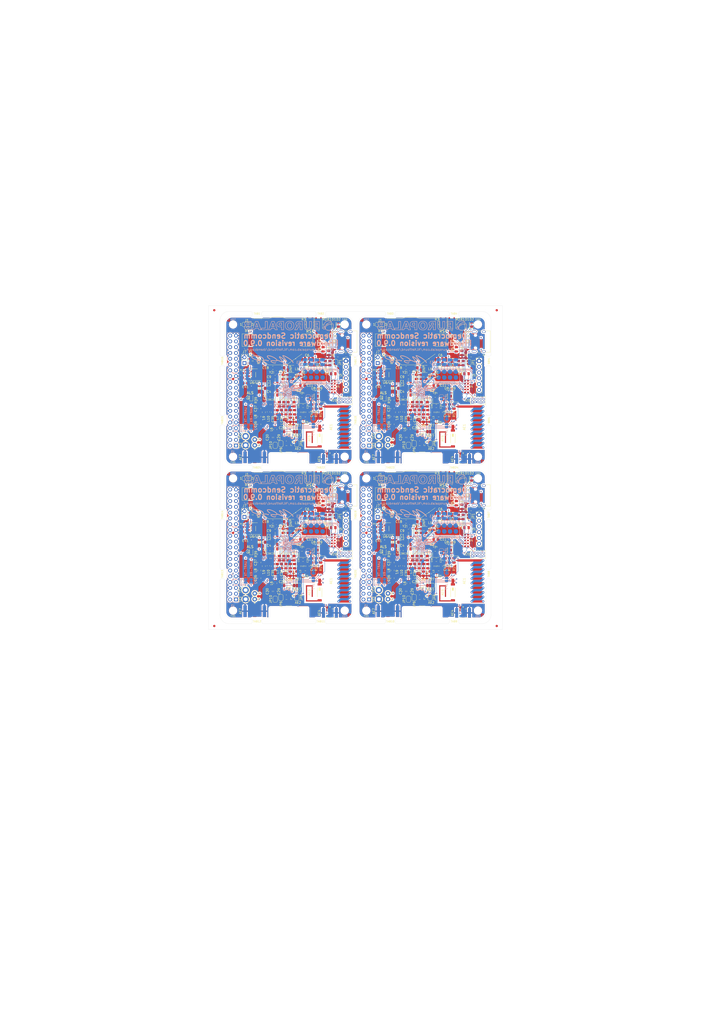
<source format=kicad_pcb>
(kicad_pcb (version 20171130) (host pcbnew 5.1.5+dfsg1-2build2)

  (general
    (thickness 1.6)
    (drawings 559)
    (tracks 4280)
    (zones 0)
    (modules 531)
    (nets 136)
  )

  (page A3 portrait)
  (title_block
    (title "Democratic Sendcomm")
    (date 2020-11-20)
    (rev 0.9.0)
    (company "Europalab Devices")
    (comment 1 "Copyright © 2020, Europalab Devices")
    (comment 2 "Fulfilling requirements of 20200210")
    (comment 3 "Pending quality assurance testing")
    (comment 4 "Release revision for manufacturing")
  )

  (layers
    (0 F.Cu signal)
    (1 In1.Cu signal)
    (2 In2.Cu signal)
    (31 B.Cu signal)
    (32 B.Adhes user)
    (33 F.Adhes user)
    (34 B.Paste user)
    (35 F.Paste user)
    (36 B.SilkS user)
    (37 F.SilkS user)
    (38 B.Mask user)
    (39 F.Mask user)
    (40 Dwgs.User user)
    (41 Cmts.User user)
    (42 Eco1.User user)
    (43 Eco2.User user)
    (44 Edge.Cuts user)
    (45 Margin user)
    (46 B.CrtYd user)
    (47 F.CrtYd user)
    (48 B.Fab user)
    (49 F.Fab user)
  )

  (setup
    (last_trace_width 0.09)
    (user_trace_width 0.2)
    (user_trace_width 0.4)
    (user_trace_width 0.6)
    (user_trace_width 0.8)
    (user_trace_width 0.508)
    (user_trace_width 1)
    (user_trace_width 1)
    (user_trace_width 0.508)
    (user_trace_width 1)
    (user_trace_width 1)
    (user_trace_width 0.508)
    (user_trace_width 1)
    (user_trace_width 1)
    (user_trace_width 0.508)
    (user_trace_width 1)
    (user_trace_width 1)
    (user_trace_width 0.1016)
    (user_trace_width 0.127)
    (user_trace_width 0.2)
    (user_trace_width 0.1016)
    (user_trace_width 0.127)
    (user_trace_width 0.2)
    (user_trace_width 0.1016)
    (user_trace_width 0.127)
    (user_trace_width 0.2)
    (user_trace_width 0.1016)
    (user_trace_width 0.127)
    (user_trace_width 0.2)
    (user_trace_width 0.1016)
    (user_trace_width 0.127)
    (user_trace_width 0.2)
    (user_trace_width 0.1016)
    (user_trace_width 0.127)
    (user_trace_width 0.2)
    (user_trace_width 0.1016)
    (user_trace_width 0.127)
    (user_trace_width 0.2)
    (user_trace_width 0.1016)
    (user_trace_width 0.127)
    (user_trace_width 0.2)
    (user_trace_width 0.1016)
    (user_trace_width 0.127)
    (user_trace_width 0.2)
    (trace_clearance 0.09)
    (zone_clearance 0.508)
    (zone_45_only no)
    (trace_min 0.09)
    (via_size 0.356)
    (via_drill 0.2)
    (via_min_size 0.356)
    (via_min_drill 0.2)
    (user_via 0.6 0.3)
    (user_via 0.8 0.5)
    (user_via 0.45 0.2)
    (user_via 0.6 0.3)
    (user_via 0.45 0.2)
    (user_via 0.6 0.3)
    (user_via 0.45 0.2)
    (user_via 0.6 0.3)
    (user_via 0.45 0.2)
    (user_via 0.6 0.3)
    (user_via 0.45 0.2)
    (user_via 0.6 0.3)
    (user_via 0.45 0.2)
    (user_via 0.6 0.3)
    (user_via 0.45 0.2)
    (user_via 0.6 0.3)
    (user_via 0.45 0.2)
    (user_via 0.6 0.3)
    (user_via 0.45 0.2)
    (user_via 0.6 0.3)
    (uvia_size 0.45)
    (uvia_drill 0.1)
    (uvias_allowed no)
    (uvia_min_size 0.45)
    (uvia_min_drill 0.1)
    (edge_width 0.1)
    (segment_width 0.1)
    (pcb_text_width 0.25)
    (pcb_text_size 1 1)
    (mod_edge_width 0.15)
    (mod_text_size 1 1)
    (mod_text_width 0.15)
    (pad_size 2 1.5)
    (pad_drill 0)
    (pad_to_mask_clearance 0)
    (aux_axis_origin 0 0)
    (visible_elements 7FFFF7FF)
    (pcbplotparams
      (layerselection 0x313fc_ffffffff)
      (usegerberextensions true)
      (usegerberattributes false)
      (usegerberadvancedattributes false)
      (creategerberjobfile false)
      (excludeedgelayer true)
      (linewidth 0.150000)
      (plotframeref false)
      (viasonmask false)
      (mode 1)
      (useauxorigin false)
      (hpglpennumber 1)
      (hpglpenspeed 20)
      (hpglpendiameter 15.000000)
      (psnegative false)
      (psa4output false)
      (plotreference true)
      (plotvalue true)
      (plotinvisibletext false)
      (padsonsilk false)
      (subtractmaskfromsilk false)
      (outputformat 1)
      (mirror false)
      (drillshape 0)
      (scaleselection 1)
      (outputdirectory "fabstencil"))
  )

  (net 0 "")
  (net 1 "Net-(AE1-Pad1)")
  (net 2 GND)
  (net 3 /Sheet5F53D5B4/RFSWPWR)
  (net 4 "Net-(C8-Pad1)")
  (net 5 /Sheet5F53D5B4/POWAMP)
  (net 6 "Net-(C13-Pad1)")
  (net 7 /Sheet5F53D5B4/HFOUT)
  (net 8 +3V3)
  (net 9 "Net-(C29-Pad1)")
  (net 10 /Sheet5F53D5B4/UART_RX)
  (net 11 /Sheet5F53D5B4/UART_TX)
  (net 12 /Sheet5F53D5B4/HPOUT)
  (net 13 /Sheet5F53D5B4/HFIN)
  (net 14 /Sheet5F53D5B4/BANDSEL)
  (net 15 "Net-(BT1-Pad1)")
  (net 16 /Sheet5F53D5B4/USB_BUS)
  (net 17 "Net-(C33-Pad1)")
  (net 18 "Net-(C34-Pad1)")
  (net 19 /Sheet5F53D5B4/CMDRST)
  (net 20 "Net-(D1-Pad2)")
  (net 21 "Net-(D1-Pad1)")
  (net 22 "Net-(D2-Pad1)")
  (net 23 "Net-(D2-Pad2)")
  (net 24 /Sheet5F53D5B4/USB_P)
  (net 25 /Sheet5F53D5B4/USB_N)
  (net 26 /Sheet60040980/ID_SD)
  (net 27 /Sheet60040980/ID_SC)
  (net 28 /Sheet5F53D5B4/SWDCLK)
  (net 29 "Net-(J3-Pad7)")
  (net 30 "Net-(J3-Pad8)")
  (net 31 "Net-(J4-Pad6)")
  (net 32 /Sheet5F53D5B4/CN_VBAT)
  (net 33 /Sheet5F53D5B4/XCEIV)
  (net 34 /Sheet5F53D5B4/CRYSTAL_XIN-RESERVED)
  (net 35 /Sheet5F53D5B4/CRYSTAL_XOUT-RESERVED)
  (net 36 "Net-(AE5-Pad2)")
  (net 37 "Net-(C1-Pad1)")
  (net 38 "Net-(C7-Pad1)")
  (net 39 "Net-(C14-Pad1)")
  (net 40 "Net-(C17-Pad1)")
  (net 41 "Net-(C18-Pad2)")
  (net 42 "Net-(C19-Pad2)")
  (net 43 "Net-(C23-Pad2)")
  (net 44 "Net-(C23-Pad1)")
  (net 45 "Net-(C24-Pad1)")
  (net 46 "Net-(C24-Pad2)")
  (net 47 "Net-(C29-Pad2)")
  (net 48 "Net-(C33-Pad2)")
  (net 49 "Net-(C35-Pad2)")
  (net 50 "Net-(C40-Pad1)")
  (net 51 "Net-(J2-PadB5)")
  (net 52 "Net-(J2-PadA8)")
  (net 53 "Net-(J2-PadA5)")
  (net 54 "Net-(J2-PadB8)")
  (net 55 "Net-(J2-PadA4)")
  (net 56 "Net-(J3-Pad2)")
  (net 57 "Net-(J3-Pad3)")
  (net 58 "Net-(J3-Pad4)")
  (net 59 "Net-(J3-Pad5)")
  (net 60 "Net-(J3-Pad10)")
  (net 61 "Net-(J3-Pad11)")
  (net 62 "Net-(J3-Pad12)")
  (net 63 "Net-(J3-Pad13)")
  (net 64 "Net-(J3-Pad15)")
  (net 65 "Net-(J3-Pad16)")
  (net 66 "Net-(J3-Pad18)")
  (net 67 "Net-(J3-Pad19)")
  (net 68 "Net-(J3-Pad21)")
  (net 69 "Net-(J3-Pad22)")
  (net 70 "Net-(J3-Pad23)")
  (net 71 "Net-(J3-Pad24)")
  (net 72 "Net-(J3-Pad26)")
  (net 73 "Net-(J3-Pad29)")
  (net 74 "Net-(J3-Pad31)")
  (net 75 "Net-(J3-Pad32)")
  (net 76 "Net-(J3-Pad33)")
  (net 77 "Net-(J3-Pad35)")
  (net 78 "Net-(J3-Pad36)")
  (net 79 "Net-(J3-Pad37)")
  (net 80 "Net-(J3-Pad38)")
  (net 81 "Net-(J3-Pad40)")
  (net 82 "Net-(J4-Pad7)")
  (net 83 "Net-(J4-Pad8)")
  (net 84 "Net-(J5-Pad2)")
  (net 85 "Net-(J5-Pad3)")
  (net 86 "Net-(J5-Pad6)")
  (net 87 "Net-(J6-Pad1)")
  (net 88 "Net-(L1-Pad2)")
  (net 89 "Net-(R3-Pad1)")
  (net 90 "Net-(R4-Pad1)")
  (net 91 "Net-(R4-Pad2)")
  (net 92 "Net-(U2-Pad5)")
  (net 93 "Net-(U3-PadG1)")
  (net 94 "Net-(U3-PadH1)")
  (net 95 "Net-(U3-PadE3)")
  (net 96 "Net-(U3-PadE4)")
  (net 97 "Net-(U3-PadF4)")
  (net 98 "Net-(U3-PadE5)")
  (net 99 "Net-(U3-PadC7)")
  (net 100 "Net-(U3-PadD7)")
  (net 101 "Net-(U3-PadD8)")
  (net 102 "Net-(U5-Pad3)")
  (net 103 "Net-(U5-Pad4)")
  (net 104 "Net-(U8-Pad7)")
  (net 105 "Net-(U8-Pad3)")
  (net 106 "Net-(U8-Pad2)")
  (net 107 "Net-(U8-Pad1)")
  (net 108 "Net-(U9-Pad1)")
  (net 109 "Net-(U9-Pad2)")
  (net 110 "Net-(U9-Pad3)")
  (net 111 "Net-(U9-Pad7)")
  (net 112 /Sheet5F53D5B4/SWDIO)
  (net 113 "Net-(AE2-Pad1)")
  (net 114 "Net-(AE4-Pad1)")
  (net 115 "Net-(AE5-Pad1)")
  (net 116 "Net-(AE7-Pad1)")
  (net 117 "Net-(JP10-Pad1)")
  (net 118 "Net-(J6-Pad2)")
  (net 119 "Net-(J6-Pad3)")
  (net 120 "Net-(J6-Pad4)")
  (net 121 "Net-(J6-Pad5)")
  (net 122 "Net-(J6-Pad6)")
  (net 123 "Net-(J6-Pad7)")
  (net 124 "Net-(J6-Pad8)")
  (net 125 "Net-(J7-Pad1)")
  (net 126 "Net-(C94-Pad1)")
  (net 127 "Net-(C95-Pad1)")
  (net 128 "Net-(JP26-Pad1)")
  (net 129 /TP_SCL)
  (net 130 /TP_SDA)
  (net 131 "Net-(J20-Pad6)")
  (net 132 "Net-(J20-Pad7)")
  (net 133 "Net-(J20-Pad8)")
  (net 134 "Net-(Q2-Pad2)")
  (net 135 "Net-(JP27-Pad3)")

  (net_class Default "This is the default net class."
    (clearance 0.09)
    (trace_width 0.09)
    (via_dia 0.356)
    (via_drill 0.2)
    (uvia_dia 0.45)
    (uvia_drill 0.1)
    (add_net +3V3)
    (add_net /Sheet5F53D5B4/BANDSEL)
    (add_net /Sheet5F53D5B4/CMDRST)
    (add_net /Sheet5F53D5B4/CN_VBAT)
    (add_net /Sheet5F53D5B4/CRYSTAL_XIN-RESERVED)
    (add_net /Sheet5F53D5B4/CRYSTAL_XOUT-RESERVED)
    (add_net /Sheet5F53D5B4/HFIN)
    (add_net /Sheet5F53D5B4/HFOUT)
    (add_net /Sheet5F53D5B4/HPOUT)
    (add_net /Sheet5F53D5B4/POWAMP)
    (add_net /Sheet5F53D5B4/RFSWPWR)
    (add_net /Sheet5F53D5B4/SWDCLK)
    (add_net /Sheet5F53D5B4/SWDIO)
    (add_net /Sheet5F53D5B4/UART_RX)
    (add_net /Sheet5F53D5B4/UART_TX)
    (add_net /Sheet5F53D5B4/USB_BUS)
    (add_net /Sheet5F53D5B4/USB_N)
    (add_net /Sheet5F53D5B4/USB_P)
    (add_net /Sheet5F53D5B4/XCEIV)
    (add_net /Sheet60040980/ID_SC)
    (add_net /Sheet60040980/ID_SD)
    (add_net /TP_SCL)
    (add_net /TP_SDA)
    (add_net GND)
    (add_net "Net-(AE1-Pad1)")
    (add_net "Net-(AE2-Pad1)")
    (add_net "Net-(AE4-Pad1)")
    (add_net "Net-(AE5-Pad1)")
    (add_net "Net-(AE5-Pad2)")
    (add_net "Net-(AE7-Pad1)")
    (add_net "Net-(BT1-Pad1)")
    (add_net "Net-(C1-Pad1)")
    (add_net "Net-(C13-Pad1)")
    (add_net "Net-(C14-Pad1)")
    (add_net "Net-(C17-Pad1)")
    (add_net "Net-(C18-Pad2)")
    (add_net "Net-(C19-Pad2)")
    (add_net "Net-(C23-Pad1)")
    (add_net "Net-(C23-Pad2)")
    (add_net "Net-(C24-Pad1)")
    (add_net "Net-(C24-Pad2)")
    (add_net "Net-(C29-Pad1)")
    (add_net "Net-(C29-Pad2)")
    (add_net "Net-(C33-Pad1)")
    (add_net "Net-(C33-Pad2)")
    (add_net "Net-(C34-Pad1)")
    (add_net "Net-(C35-Pad2)")
    (add_net "Net-(C40-Pad1)")
    (add_net "Net-(C7-Pad1)")
    (add_net "Net-(C8-Pad1)")
    (add_net "Net-(C94-Pad1)")
    (add_net "Net-(C95-Pad1)")
    (add_net "Net-(D1-Pad1)")
    (add_net "Net-(D1-Pad2)")
    (add_net "Net-(D2-Pad1)")
    (add_net "Net-(D2-Pad2)")
    (add_net "Net-(J2-PadA4)")
    (add_net "Net-(J2-PadA5)")
    (add_net "Net-(J2-PadA8)")
    (add_net "Net-(J2-PadB5)")
    (add_net "Net-(J2-PadB8)")
    (add_net "Net-(J20-Pad6)")
    (add_net "Net-(J20-Pad7)")
    (add_net "Net-(J20-Pad8)")
    (add_net "Net-(J3-Pad10)")
    (add_net "Net-(J3-Pad11)")
    (add_net "Net-(J3-Pad12)")
    (add_net "Net-(J3-Pad13)")
    (add_net "Net-(J3-Pad15)")
    (add_net "Net-(J3-Pad16)")
    (add_net "Net-(J3-Pad18)")
    (add_net "Net-(J3-Pad19)")
    (add_net "Net-(J3-Pad2)")
    (add_net "Net-(J3-Pad21)")
    (add_net "Net-(J3-Pad22)")
    (add_net "Net-(J3-Pad23)")
    (add_net "Net-(J3-Pad24)")
    (add_net "Net-(J3-Pad26)")
    (add_net "Net-(J3-Pad29)")
    (add_net "Net-(J3-Pad3)")
    (add_net "Net-(J3-Pad31)")
    (add_net "Net-(J3-Pad32)")
    (add_net "Net-(J3-Pad33)")
    (add_net "Net-(J3-Pad35)")
    (add_net "Net-(J3-Pad36)")
    (add_net "Net-(J3-Pad37)")
    (add_net "Net-(J3-Pad38)")
    (add_net "Net-(J3-Pad4)")
    (add_net "Net-(J3-Pad40)")
    (add_net "Net-(J3-Pad5)")
    (add_net "Net-(J3-Pad7)")
    (add_net "Net-(J3-Pad8)")
    (add_net "Net-(J4-Pad6)")
    (add_net "Net-(J4-Pad7)")
    (add_net "Net-(J4-Pad8)")
    (add_net "Net-(J5-Pad2)")
    (add_net "Net-(J5-Pad3)")
    (add_net "Net-(J5-Pad6)")
    (add_net "Net-(J6-Pad1)")
    (add_net "Net-(J6-Pad2)")
    (add_net "Net-(J6-Pad3)")
    (add_net "Net-(J6-Pad4)")
    (add_net "Net-(J6-Pad5)")
    (add_net "Net-(J6-Pad6)")
    (add_net "Net-(J6-Pad7)")
    (add_net "Net-(J6-Pad8)")
    (add_net "Net-(J7-Pad1)")
    (add_net "Net-(JP10-Pad1)")
    (add_net "Net-(JP26-Pad1)")
    (add_net "Net-(JP27-Pad3)")
    (add_net "Net-(L1-Pad2)")
    (add_net "Net-(Q2-Pad2)")
    (add_net "Net-(R3-Pad1)")
    (add_net "Net-(R4-Pad1)")
    (add_net "Net-(R4-Pad2)")
    (add_net "Net-(U2-Pad5)")
    (add_net "Net-(U3-PadC7)")
    (add_net "Net-(U3-PadD7)")
    (add_net "Net-(U3-PadD8)")
    (add_net "Net-(U3-PadE3)")
    (add_net "Net-(U3-PadE4)")
    (add_net "Net-(U3-PadE5)")
    (add_net "Net-(U3-PadF4)")
    (add_net "Net-(U3-PadG1)")
    (add_net "Net-(U3-PadH1)")
    (add_net "Net-(U5-Pad3)")
    (add_net "Net-(U5-Pad4)")
    (add_net "Net-(U8-Pad1)")
    (add_net "Net-(U8-Pad2)")
    (add_net "Net-(U8-Pad3)")
    (add_net "Net-(U8-Pad7)")
    (add_net "Net-(U9-Pad1)")
    (add_net "Net-(U9-Pad2)")
    (add_net "Net-(U9-Pad3)")
    (add_net "Net-(U9-Pad7)")
  )

  (net_class Power ""
    (clearance 0.2)
    (trace_width 0.5)
    (via_dia 1)
    (via_drill 0.7)
    (uvia_dia 0.5)
    (uvia_drill 0.1)
  )

  (module Elabdev:QFN-12-1EP_2x2mm_P0.5mm_EP0.76x0.76mm (layer F.Cu) (tedit 5FBE7E8A) (tstamp 5F687778)
    (at 207.25 281.75 180)
    (descr "QFN, 12 Pin, generated with kicad-footprint-generator ipc_dfn_qfn_generator.py")
    (tags "QFN DFN_QFN")
    (path /5F5C0728/5F5D6D5B)
    (attr smd)
    (fp_text reference U4 (at 0 2) (layer F.SilkS)
      (effects (font (size 1 1) (thickness 0.15)))
    )
    (fp_text value SKY13373 (at 0 2.45) (layer F.Fab)
      (effects (font (size 1 1) (thickness 0.15)))
    )
    (fp_circle (center -1.5 -1.5) (end -1.35 -1.5) (layer F.SilkS) (width 0.3))
    (fp_line (start -1.45 1.45) (end -1.45 -1.45) (layer F.CrtYd) (width 0.05))
    (fp_line (start 1.45 1.45) (end -1.45 1.45) (layer F.CrtYd) (width 0.05))
    (fp_line (start 1.45 -1.45) (end 1.45 1.45) (layer F.CrtYd) (width 0.05))
    (fp_line (start -1.45 -1.45) (end 1.45 -1.45) (layer F.CrtYd) (width 0.05))
    (fp_line (start -1.15 1.15) (end -1.15 1) (layer F.SilkS) (width 0.12))
    (fp_line (start -1 1.15) (end -1.15 1.15) (layer F.SilkS) (width 0.12))
    (fp_line (start 1.15 1.15) (end 1.15 1) (layer F.SilkS) (width 0.12))
    (fp_line (start 1 1.15) (end 1.15 1.15) (layer F.SilkS) (width 0.12))
    (fp_line (start 1.15 -1.15) (end 1.15 -1) (layer F.SilkS) (width 0.12))
    (fp_line (start 1 -1.15) (end 1.15 -1.15) (layer F.SilkS) (width 0.12))
    (fp_line (start 1 -1) (end 0 -1) (layer F.Fab) (width 0.15))
    (fp_line (start 1 1) (end 1 -1) (layer F.Fab) (width 0.15))
    (fp_line (start -1 1) (end 1 1) (layer F.Fab) (width 0.15))
    (fp_line (start -1 0) (end -1 1) (layer F.Fab) (width 0.15))
    (fp_line (start 0 -1) (end -1 0) (layer F.Fab) (width 0.15))
    (fp_text user %R (at 0 -4) (layer F.Fab)
      (effects (font (size 1 1) (thickness 0.15)))
    )
    (pad 13 smd rect (at 0 0 180) (size 0.75 0.75) (layers F.Cu F.Paste F.Mask)
      (solder_paste_margin -0.75))
    (pad 12 smd rect (at -0.5 -0.93 180) (size 0.2 0.44) (layers F.Cu F.Paste F.Mask)
      (net 2 GND))
    (pad 11 smd rect (at 0 -0.93 180) (size 0.2 0.44) (layers F.Cu F.Paste F.Mask)
      (net 117 "Net-(JP10-Pad1)"))
    (pad 10 smd rect (at 0.5 -0.93 180) (size 0.2 0.44) (layers F.Cu F.Paste F.Mask)
      (net 2 GND))
    (pad 9 smd rect (at 0.93 -0.5 270) (size 0.2 0.44) (layers F.Cu F.Paste F.Mask)
      (net 47 "Net-(C29-Pad2)"))
    (pad 8 smd rect (at 0.93 0 270) (size 0.2 0.44) (layers F.Cu F.Paste F.Mask)
      (net 2 GND))
    (pad 7 smd rect (at 0.93 0.5 270) (size 0.2 0.44) (layers F.Cu F.Paste F.Mask)
      (net 2 GND))
    (pad 6 smd rect (at 0.5 0.93 180) (size 0.2 0.44) (layers F.Cu F.Paste F.Mask)
      (net 3 /Sheet5F53D5B4/RFSWPWR))
    (pad 5 smd rect (at 0 0.93 180) (size 0.2 0.44) (layers F.Cu F.Paste F.Mask)
      (net 33 /Sheet5F53D5B4/XCEIV))
    (pad 4 smd rect (at -0.5 0.93 180) (size 0.2 0.44) (layers F.Cu F.Paste F.Mask)
      (net 14 /Sheet5F53D5B4/BANDSEL))
    (pad 3 smd rect (at -0.93 0.5 270) (size 0.2 0.44) (layers F.Cu F.Paste F.Mask)
      (net 48 "Net-(C33-Pad2)"))
    (pad 2 smd rect (at -0.93 0 270) (size 0.2 0.44) (layers F.Cu F.Paste F.Mask)
      (net 2 GND))
    (pad 1 smd rect (at -0.93 -0.5 270) (size 0.2 0.44) (layers F.Cu F.Paste F.Mask)
      (net 43 "Net-(C23-Pad2)"))
    (model ${KISYS3DMOD}/Package_DFN_QFN.3dshapes/QFN-12-1EP_3x3mm_P0.5mm_EP1.65x1.65mm.wrl
      (at (xyz 0 0 0))
      (scale (xyz 0.67 0.67 0.67))
      (rotate (xyz 0 0 0))
    )
  )

  (module Elabdev:QFN-12-1EP_2x2mm_P0.5mm_EP0.76x0.76mm (layer F.Cu) (tedit 5FBE7E8A) (tstamp 5F687778)
    (at 148.75 281.75 180)
    (descr "QFN, 12 Pin, generated with kicad-footprint-generator ipc_dfn_qfn_generator.py")
    (tags "QFN DFN_QFN")
    (path /5F5C0728/5F5D6D5B)
    (attr smd)
    (fp_text reference U4 (at 0 2) (layer F.SilkS)
      (effects (font (size 1 1) (thickness 0.15)))
    )
    (fp_text value SKY13373 (at 0 2.45) (layer F.Fab)
      (effects (font (size 1 1) (thickness 0.15)))
    )
    (fp_circle (center -1.5 -1.5) (end -1.35 -1.5) (layer F.SilkS) (width 0.3))
    (fp_line (start -1.45 1.45) (end -1.45 -1.45) (layer F.CrtYd) (width 0.05))
    (fp_line (start 1.45 1.45) (end -1.45 1.45) (layer F.CrtYd) (width 0.05))
    (fp_line (start 1.45 -1.45) (end 1.45 1.45) (layer F.CrtYd) (width 0.05))
    (fp_line (start -1.45 -1.45) (end 1.45 -1.45) (layer F.CrtYd) (width 0.05))
    (fp_line (start -1.15 1.15) (end -1.15 1) (layer F.SilkS) (width 0.12))
    (fp_line (start -1 1.15) (end -1.15 1.15) (layer F.SilkS) (width 0.12))
    (fp_line (start 1.15 1.15) (end 1.15 1) (layer F.SilkS) (width 0.12))
    (fp_line (start 1 1.15) (end 1.15 1.15) (layer F.SilkS) (width 0.12))
    (fp_line (start 1.15 -1.15) (end 1.15 -1) (layer F.SilkS) (width 0.12))
    (fp_line (start 1 -1.15) (end 1.15 -1.15) (layer F.SilkS) (width 0.12))
    (fp_line (start 1 -1) (end 0 -1) (layer F.Fab) (width 0.15))
    (fp_line (start 1 1) (end 1 -1) (layer F.Fab) (width 0.15))
    (fp_line (start -1 1) (end 1 1) (layer F.Fab) (width 0.15))
    (fp_line (start -1 0) (end -1 1) (layer F.Fab) (width 0.15))
    (fp_line (start 0 -1) (end -1 0) (layer F.Fab) (width 0.15))
    (fp_text user %R (at 0 -4) (layer F.Fab)
      (effects (font (size 1 1) (thickness 0.15)))
    )
    (pad 13 smd rect (at 0 0 180) (size 0.75 0.75) (layers F.Cu F.Paste F.Mask)
      (solder_paste_margin -0.75))
    (pad 12 smd rect (at -0.5 -0.93 180) (size 0.2 0.44) (layers F.Cu F.Paste F.Mask)
      (net 2 GND))
    (pad 11 smd rect (at 0 -0.93 180) (size 0.2 0.44) (layers F.Cu F.Paste F.Mask)
      (net 117 "Net-(JP10-Pad1)"))
    (pad 10 smd rect (at 0.5 -0.93 180) (size 0.2 0.44) (layers F.Cu F.Paste F.Mask)
      (net 2 GND))
    (pad 9 smd rect (at 0.93 -0.5 270) (size 0.2 0.44) (layers F.Cu F.Paste F.Mask)
      (net 47 "Net-(C29-Pad2)"))
    (pad 8 smd rect (at 0.93 0 270) (size 0.2 0.44) (layers F.Cu F.Paste F.Mask)
      (net 2 GND))
    (pad 7 smd rect (at 0.93 0.5 270) (size 0.2 0.44) (layers F.Cu F.Paste F.Mask)
      (net 2 GND))
    (pad 6 smd rect (at 0.5 0.93 180) (size 0.2 0.44) (layers F.Cu F.Paste F.Mask)
      (net 3 /Sheet5F53D5B4/RFSWPWR))
    (pad 5 smd rect (at 0 0.93 180) (size 0.2 0.44) (layers F.Cu F.Paste F.Mask)
      (net 33 /Sheet5F53D5B4/XCEIV))
    (pad 4 smd rect (at -0.5 0.93 180) (size 0.2 0.44) (layers F.Cu F.Paste F.Mask)
      (net 14 /Sheet5F53D5B4/BANDSEL))
    (pad 3 smd rect (at -0.93 0.5 270) (size 0.2 0.44) (layers F.Cu F.Paste F.Mask)
      (net 48 "Net-(C33-Pad2)"))
    (pad 2 smd rect (at -0.93 0 270) (size 0.2 0.44) (layers F.Cu F.Paste F.Mask)
      (net 2 GND))
    (pad 1 smd rect (at -0.93 -0.5 270) (size 0.2 0.44) (layers F.Cu F.Paste F.Mask)
      (net 43 "Net-(C23-Pad2)"))
    (model ${KISYS3DMOD}/Package_DFN_QFN.3dshapes/QFN-12-1EP_3x3mm_P0.5mm_EP1.65x1.65mm.wrl
      (at (xyz 0 0 0))
      (scale (xyz 0.67 0.67 0.67))
      (rotate (xyz 0 0 0))
    )
  )

  (module Elabdev:QFN-12-1EP_2x2mm_P0.5mm_EP0.76x0.76mm (layer F.Cu) (tedit 5FBE7E8A) (tstamp 5F687778)
    (at 207.25 214.25 180)
    (descr "QFN, 12 Pin, generated with kicad-footprint-generator ipc_dfn_qfn_generator.py")
    (tags "QFN DFN_QFN")
    (path /5F5C0728/5F5D6D5B)
    (attr smd)
    (fp_text reference U4 (at 0 2) (layer F.SilkS)
      (effects (font (size 1 1) (thickness 0.15)))
    )
    (fp_text value SKY13373 (at 0 2.45) (layer F.Fab)
      (effects (font (size 1 1) (thickness 0.15)))
    )
    (fp_circle (center -1.5 -1.5) (end -1.35 -1.5) (layer F.SilkS) (width 0.3))
    (fp_line (start -1.45 1.45) (end -1.45 -1.45) (layer F.CrtYd) (width 0.05))
    (fp_line (start 1.45 1.45) (end -1.45 1.45) (layer F.CrtYd) (width 0.05))
    (fp_line (start 1.45 -1.45) (end 1.45 1.45) (layer F.CrtYd) (width 0.05))
    (fp_line (start -1.45 -1.45) (end 1.45 -1.45) (layer F.CrtYd) (width 0.05))
    (fp_line (start -1.15 1.15) (end -1.15 1) (layer F.SilkS) (width 0.12))
    (fp_line (start -1 1.15) (end -1.15 1.15) (layer F.SilkS) (width 0.12))
    (fp_line (start 1.15 1.15) (end 1.15 1) (layer F.SilkS) (width 0.12))
    (fp_line (start 1 1.15) (end 1.15 1.15) (layer F.SilkS) (width 0.12))
    (fp_line (start 1.15 -1.15) (end 1.15 -1) (layer F.SilkS) (width 0.12))
    (fp_line (start 1 -1.15) (end 1.15 -1.15) (layer F.SilkS) (width 0.12))
    (fp_line (start 1 -1) (end 0 -1) (layer F.Fab) (width 0.15))
    (fp_line (start 1 1) (end 1 -1) (layer F.Fab) (width 0.15))
    (fp_line (start -1 1) (end 1 1) (layer F.Fab) (width 0.15))
    (fp_line (start -1 0) (end -1 1) (layer F.Fab) (width 0.15))
    (fp_line (start 0 -1) (end -1 0) (layer F.Fab) (width 0.15))
    (fp_text user %R (at 0 -4) (layer F.Fab)
      (effects (font (size 1 1) (thickness 0.15)))
    )
    (pad 13 smd rect (at 0 0 180) (size 0.75 0.75) (layers F.Cu F.Paste F.Mask)
      (solder_paste_margin -0.75))
    (pad 12 smd rect (at -0.5 -0.93 180) (size 0.2 0.44) (layers F.Cu F.Paste F.Mask)
      (net 2 GND))
    (pad 11 smd rect (at 0 -0.93 180) (size 0.2 0.44) (layers F.Cu F.Paste F.Mask)
      (net 117 "Net-(JP10-Pad1)"))
    (pad 10 smd rect (at 0.5 -0.93 180) (size 0.2 0.44) (layers F.Cu F.Paste F.Mask)
      (net 2 GND))
    (pad 9 smd rect (at 0.93 -0.5 270) (size 0.2 0.44) (layers F.Cu F.Paste F.Mask)
      (net 47 "Net-(C29-Pad2)"))
    (pad 8 smd rect (at 0.93 0 270) (size 0.2 0.44) (layers F.Cu F.Paste F.Mask)
      (net 2 GND))
    (pad 7 smd rect (at 0.93 0.5 270) (size 0.2 0.44) (layers F.Cu F.Paste F.Mask)
      (net 2 GND))
    (pad 6 smd rect (at 0.5 0.93 180) (size 0.2 0.44) (layers F.Cu F.Paste F.Mask)
      (net 3 /Sheet5F53D5B4/RFSWPWR))
    (pad 5 smd rect (at 0 0.93 180) (size 0.2 0.44) (layers F.Cu F.Paste F.Mask)
      (net 33 /Sheet5F53D5B4/XCEIV))
    (pad 4 smd rect (at -0.5 0.93 180) (size 0.2 0.44) (layers F.Cu F.Paste F.Mask)
      (net 14 /Sheet5F53D5B4/BANDSEL))
    (pad 3 smd rect (at -0.93 0.5 270) (size 0.2 0.44) (layers F.Cu F.Paste F.Mask)
      (net 48 "Net-(C33-Pad2)"))
    (pad 2 smd rect (at -0.93 0 270) (size 0.2 0.44) (layers F.Cu F.Paste F.Mask)
      (net 2 GND))
    (pad 1 smd rect (at -0.93 -0.5 270) (size 0.2 0.44) (layers F.Cu F.Paste F.Mask)
      (net 43 "Net-(C23-Pad2)"))
    (model ${KISYS3DMOD}/Package_DFN_QFN.3dshapes/QFN-12-1EP_3x3mm_P0.5mm_EP1.65x1.65mm.wrl
      (at (xyz 0 0 0))
      (scale (xyz 0.67 0.67 0.67))
      (rotate (xyz 0 0 0))
    )
  )

  (module Elabdev:QFN-12-1EP_2x2mm_P0.5mm_EP0.76x0.76mm (layer F.Cu) (tedit 5FBE7E8A) (tstamp 5F687778)
    (at 148.75 214.25 180)
    (descr "QFN, 12 Pin, generated with kicad-footprint-generator ipc_dfn_qfn_generator.py")
    (tags "QFN DFN_QFN")
    (path /5F5C0728/5F5D6D5B)
    (attr smd)
    (fp_text reference U4 (at 0 2) (layer F.SilkS)
      (effects (font (size 1 1) (thickness 0.15)))
    )
    (fp_text value SKY13373 (at 0 2.45) (layer F.Fab)
      (effects (font (size 1 1) (thickness 0.15)))
    )
    (fp_circle (center -1.5 -1.5) (end -1.35 -1.5) (layer F.SilkS) (width 0.3))
    (fp_line (start -1.45 1.45) (end -1.45 -1.45) (layer F.CrtYd) (width 0.05))
    (fp_line (start 1.45 1.45) (end -1.45 1.45) (layer F.CrtYd) (width 0.05))
    (fp_line (start 1.45 -1.45) (end 1.45 1.45) (layer F.CrtYd) (width 0.05))
    (fp_line (start -1.45 -1.45) (end 1.45 -1.45) (layer F.CrtYd) (width 0.05))
    (fp_line (start -1.15 1.15) (end -1.15 1) (layer F.SilkS) (width 0.12))
    (fp_line (start -1 1.15) (end -1.15 1.15) (layer F.SilkS) (width 0.12))
    (fp_line (start 1.15 1.15) (end 1.15 1) (layer F.SilkS) (width 0.12))
    (fp_line (start 1 1.15) (end 1.15 1.15) (layer F.SilkS) (width 0.12))
    (fp_line (start 1.15 -1.15) (end 1.15 -1) (layer F.SilkS) (width 0.12))
    (fp_line (start 1 -1.15) (end 1.15 -1.15) (layer F.SilkS) (width 0.12))
    (fp_line (start 1 -1) (end 0 -1) (layer F.Fab) (width 0.15))
    (fp_line (start 1 1) (end 1 -1) (layer F.Fab) (width 0.15))
    (fp_line (start -1 1) (end 1 1) (layer F.Fab) (width 0.15))
    (fp_line (start -1 0) (end -1 1) (layer F.Fab) (width 0.15))
    (fp_line (start 0 -1) (end -1 0) (layer F.Fab) (width 0.15))
    (fp_text user %R (at 0 -4) (layer F.Fab)
      (effects (font (size 1 1) (thickness 0.15)))
    )
    (pad 13 smd rect (at 0 0 180) (size 0.75 0.75) (layers F.Cu F.Paste F.Mask)
      (solder_paste_margin -0.75))
    (pad 12 smd rect (at -0.5 -0.93 180) (size 0.2 0.44) (layers F.Cu F.Paste F.Mask)
      (net 2 GND))
    (pad 11 smd rect (at 0 -0.93 180) (size 0.2 0.44) (layers F.Cu F.Paste F.Mask)
      (net 117 "Net-(JP10-Pad1)"))
    (pad 10 smd rect (at 0.5 -0.93 180) (size 0.2 0.44) (layers F.Cu F.Paste F.Mask)
      (net 2 GND))
    (pad 9 smd rect (at 0.93 -0.5 270) (size 0.2 0.44) (layers F.Cu F.Paste F.Mask)
      (net 47 "Net-(C29-Pad2)"))
    (pad 8 smd rect (at 0.93 0 270) (size 0.2 0.44) (layers F.Cu F.Paste F.Mask)
      (net 2 GND))
    (pad 7 smd rect (at 0.93 0.5 270) (size 0.2 0.44) (layers F.Cu F.Paste F.Mask)
      (net 2 GND))
    (pad 6 smd rect (at 0.5 0.93 180) (size 0.2 0.44) (layers F.Cu F.Paste F.Mask)
      (net 3 /Sheet5F53D5B4/RFSWPWR))
    (pad 5 smd rect (at 0 0.93 180) (size 0.2 0.44) (layers F.Cu F.Paste F.Mask)
      (net 33 /Sheet5F53D5B4/XCEIV))
    (pad 4 smd rect (at -0.5 0.93 180) (size 0.2 0.44) (layers F.Cu F.Paste F.Mask)
      (net 14 /Sheet5F53D5B4/BANDSEL))
    (pad 3 smd rect (at -0.93 0.5 270) (size 0.2 0.44) (layers F.Cu F.Paste F.Mask)
      (net 48 "Net-(C33-Pad2)"))
    (pad 2 smd rect (at -0.93 0 270) (size 0.2 0.44) (layers F.Cu F.Paste F.Mask)
      (net 2 GND))
    (pad 1 smd rect (at -0.93 -0.5 270) (size 0.2 0.44) (layers F.Cu F.Paste F.Mask)
      (net 43 "Net-(C23-Pad2)"))
    (model ${KISYS3DMOD}/Package_DFN_QFN.3dshapes/QFN-12-1EP_3x3mm_P0.5mm_EP1.65x1.65mm.wrl
      (at (xyz 0 0 0))
      (scale (xyz 0.67 0.67 0.67))
      (rotate (xyz 0 0 0))
    )
  )

  (module Elab_HW:Hanzhi-stencilcut_instructions (layer F.Cu) (tedit 0) (tstamp 5EFC0A1E)
    (at 117 451)
    (attr virtual)
    (fp_text reference G** (at 0 0) (layer F.SilkS) hide
      (effects (font (size 1.524 1.524) (thickness 0.3)))
    )
    (fp_text value TEXT (at 0.75 0) (layer F.SilkS) hide
      (effects (font (size 1.524 1.524) (thickness 0.3)))
    )
    (fp_poly (pts (xy 40.470667 -6.858) (xy 35.052 -6.858) (xy 35.052 -7.789334) (xy 40.470667 -7.789334)
      (xy 40.470667 -6.858)) (layer F.Fab) (width 0.01))
    (fp_poly (pts (xy -14.338786 -8.293069) (xy -14.200223 -8.265117) (xy -14.147632 -8.190745) (xy -14.139334 -8.047218)
      (xy -14.139333 -8.043334) (xy -14.130085 -7.892972) (xy -14.073218 -7.817992) (xy -13.925053 -7.792186)
      (xy -13.716 -7.789334) (xy -13.292667 -7.789334) (xy -13.292667 -7.027334) (xy -13.716 -7.027334)
      (xy -13.967244 -7.020471) (xy -14.092584 -6.985449) (xy -14.135323 -6.900614) (xy -14.139333 -6.815667)
      (xy -14.151421 -6.694441) (xy -14.21531 -6.63132) (xy -14.372437 -6.607468) (xy -14.605 -6.604)
      (xy -14.871697 -6.609495) (xy -15.010564 -6.638535) (xy -15.063038 -6.709957) (xy -15.070667 -6.815667)
      (xy -15.082755 -6.936893) (xy -15.146643 -7.000014) (xy -15.303771 -7.023866) (xy -15.536333 -7.027334)
      (xy -15.803031 -7.021839) (xy -15.941897 -6.992799) (xy -15.994371 -6.921378) (xy -16.002 -6.815667)
      (xy -16.015725 -6.690045) (xy -16.085771 -6.627375) (xy -16.25544 -6.606006) (xy -16.425333 -6.604)
      (xy -16.676578 -6.610863) (xy -16.801917 -6.645886) (xy -16.844657 -6.73072) (xy -16.848667 -6.815667)
      (xy -16.862392 -6.941289) (xy -16.932437 -7.003959) (xy -17.102107 -7.025329) (xy -17.272 -7.027334)
      (xy -17.695333 -7.027334) (xy -17.695333 -7.789334) (xy -17.272 -7.789334) (xy -17.021397 -7.794883)
      (xy -16.896431 -7.829003) (xy -16.85342 -7.917902) (xy -16.848667 -8.043334) (xy -16.839418 -8.193696)
      (xy -16.782551 -8.268676) (xy -16.634386 -8.294482) (xy -16.425333 -8.297334) (xy -16.174731 -8.291785)
      (xy -16.049764 -8.257664) (xy -16.006754 -8.168765) (xy -16.002 -8.043334) (xy -15.994181 -7.898126)
      (xy -15.942936 -7.822546) (xy -15.806587 -7.793861) (xy -15.543455 -7.789334) (xy -15.536333 -7.789334)
      (xy -15.270119 -7.793599) (xy -15.131557 -7.82155) (xy -15.078966 -7.895923) (xy -15.070667 -8.03945)
      (xy -15.070667 -8.043334) (xy -15.062847 -8.188541) (xy -15.011603 -8.264121) (xy -14.875254 -8.292807)
      (xy -14.612121 -8.297334) (xy -14.605 -8.297334) (xy -14.338786 -8.293069)) (layer F.Fab) (width 0.01))
    (fp_poly (pts (xy -58.25948 -8.15403) (xy -58.091053 -8.001194) (xy -57.878105 -7.78877) (xy -57.653336 -7.551369)
      (xy -57.449444 -7.323603) (xy -57.299128 -7.140083) (xy -57.235084 -7.03542) (xy -57.234667 -7.031351)
      (xy -57.295335 -6.94461) (xy -57.444603 -6.800555) (xy -57.633362 -6.640416) (xy -57.812507 -6.505421)
      (xy -57.932931 -6.4368) (xy -57.945351 -6.434667) (xy -57.996333 -6.498121) (xy -57.996667 -6.506285)
      (xy -58.047876 -6.598658) (xy -58.185141 -6.786533) (xy -58.38392 -7.037186) (xy -58.499877 -7.177222)
      (xy -59.003088 -7.776542) (xy -58.717193 -7.994605) (xy -58.521946 -8.130124) (xy -58.377856 -8.206476)
      (xy -58.35069 -8.212667) (xy -58.25948 -8.15403)) (layer F.Fab) (width 0.01))
    (fp_poly (pts (xy 16.086667 -7.281334) (xy 17.949333 -7.281334) (xy 17.949333 -5.672667) (xy 17.102667 -5.672667)
      (xy 17.102667 -6.519334) (xy 14.308667 -6.519334) (xy 14.308667 -5.672667) (xy 13.546667 -5.672667)
      (xy 13.546667 -7.281334) (xy 15.155333 -7.281334) (xy 15.155333 -8.297334) (xy 16.086667 -8.297334)
      (xy 16.086667 -7.281334)) (layer F.Fab) (width 0.01))
    (fp_poly (pts (xy 30.395333 -7.278108) (xy 30.628167 -7.333609) (xy 30.815969 -7.386953) (xy 31.111224 -7.479757)
      (xy 31.461868 -7.594652) (xy 31.815842 -7.71427) (xy 32.121082 -7.821242) (xy 32.32553 -7.898199)
      (xy 32.3449 -7.906345) (xy 32.495129 -7.880351) (xy 32.719186 -7.708204) (xy 32.797281 -7.631319)
      (xy 33.120429 -7.300385) (xy 32.583381 -7.121721) (xy 32.249069 -7.017637) (xy 31.824914 -6.895539)
      (xy 31.385776 -6.776741) (xy 31.242 -6.739787) (xy 30.437667 -6.536517) (xy 30.437667 -5.884334)
      (xy 31.518297 -5.860629) (xy 32.598928 -5.836924) (xy 32.682464 -6.056641) (xy 32.747702 -6.309414)
      (xy 32.766 -6.491571) (xy 32.788295 -6.642034) (xy 32.875698 -6.658332) (xy 32.914167 -6.643957)
      (xy 33.100233 -6.569493) (xy 33.318806 -6.486732) (xy 33.477897 -6.415728) (xy 33.540464 -6.322101)
      (xy 33.532295 -6.14648) (xy 33.514393 -6.036441) (xy 33.437425 -5.689905) (xy 33.325849 -5.434225)
      (xy 33.155075 -5.25524) (xy 32.90051 -5.13879) (xy 32.537561 -5.070716) (xy 32.041635 -5.036859)
      (xy 31.764562 -5.028928) (xy 31.320133 -5.024979) (xy 30.905375 -5.031231) (xy 30.566963 -5.046365)
      (xy 30.353 -5.068797) (xy 30.062997 -5.137129) (xy 29.84331 -5.235137) (xy 29.684378 -5.385037)
      (xy 29.576638 -5.609042) (xy 29.51053 -5.929365) (xy 29.476494 -6.368222) (xy 29.464966 -6.947826)
      (xy 29.464472 -7.133167) (xy 29.464 -8.297334) (xy 30.395333 -8.297334) (xy 30.395333 -7.278108)) (layer F.Fab) (width 0.01))
    (fp_poly (pts (xy -6.604 -3.894667) (xy -11.345333 -3.894667) (xy -11.345333 -5.08) (xy -10.414 -5.08)
      (xy -10.414 -4.572) (xy -7.535333 -4.572) (xy -7.535333 -5.08) (xy -10.414 -5.08)
      (xy -11.345333 -5.08) (xy -11.345333 -6.265334) (xy -10.414 -6.265334) (xy -10.414 -5.672667)
      (xy -7.535333 -5.672667) (xy -7.535333 -6.265334) (xy -10.414 -6.265334) (xy -11.345333 -6.265334)
      (xy -11.345333 -7.366) (xy -10.414 -7.366) (xy -10.414 -6.858) (xy -7.535333 -6.858)
      (xy -7.535333 -7.366) (xy -10.414 -7.366) (xy -11.345333 -7.366) (xy -11.345333 -8.043334)
      (xy -6.604 -8.043334) (xy -6.604 -3.894667)) (layer F.Fab) (width 0.01))
    (fp_poly (pts (xy -25.654 -7.62) (xy -24.045333 -7.62) (xy -24.045333 -6.990889) (xy -24.049073 -6.667998)
      (xy -24.067504 -6.477126) (xy -24.111447 -6.381) (xy -24.191723 -6.342352) (xy -24.235833 -6.334722)
      (xy -24.369038 -6.280625) (xy -24.433965 -6.136065) (xy -24.452611 -5.990167) (xy -24.478889 -5.672667)
      (xy -25.066444 -5.672667) (xy -25.376287 -5.668021) (xy -25.553243 -5.6471) (xy -25.633661 -5.599428)
      (xy -25.653888 -5.514531) (xy -25.654 -5.503334) (xy -25.636848 -5.411693) (xy -25.560447 -5.360602)
      (xy -25.38738 -5.338546) (xy -25.103667 -5.334) (xy -24.553333 -5.334) (xy -24.553333 -4.741334)
      (xy -25.103667 -4.741334) (xy -25.401498 -4.736056) (xy -25.567547 -4.712548) (xy -25.639229 -4.659297)
      (xy -25.654 -4.572) (xy -25.641268 -4.491548) (xy -25.581584 -4.441557) (xy -25.442721 -4.414864)
      (xy -25.192448 -4.404307) (xy -24.892 -4.402667) (xy -24.13 -4.402667) (xy -24.13 -3.725334)
      (xy -28.109333 -3.725334) (xy -28.109333 -4.402667) (xy -27.305 -4.402667) (xy -26.931164 -4.405224)
      (xy -26.695224 -4.417304) (xy -26.565772 -4.445518) (xy -26.511395 -4.496481) (xy -26.500667 -4.572)
      (xy -26.517819 -4.663641) (xy -26.59422 -4.714733) (xy -26.767287 -4.736789) (xy -27.051 -4.741334)
      (xy -27.601333 -4.741334) (xy -27.601333 -5.334) (xy -27.051 -5.334) (xy -26.753169 -5.339278)
      (xy -26.58712 -5.362786) (xy -26.515438 -5.416038) (xy -26.500667 -5.503334) (xy -26.516787 -5.59263)
      (xy -26.589379 -5.643629) (xy -26.754792 -5.666805) (xy -27.049372 -5.672635) (xy -27.088223 -5.672667)
      (xy -27.675778 -5.672667) (xy -27.702056 -5.990167) (xy -27.741383 -6.210298) (xy -27.830944 -6.311288)
      (xy -27.918833 -6.334722) (xy -28.016447 -6.360934) (xy -28.073452 -6.429897) (xy -28.100669 -6.578882)
      (xy -28.10892 -6.845161) (xy -28.109196 -6.942667) (xy -27.347333 -6.942667) (xy -27.347333 -6.660445)
      (xy -27.332468 -6.436264) (xy -27.260981 -6.317875) (xy -27.092533 -6.27206) (xy -26.867556 -6.265334)
      (xy -26.638887 -6.273469) (xy -26.532684 -6.319465) (xy -26.502169 -6.435706) (xy -26.500667 -6.519334)
      (xy -26.491418 -6.669696) (xy -26.434551 -6.744676) (xy -26.286386 -6.770482) (xy -26.077333 -6.773334)
      (xy -25.826754 -6.767906) (xy -25.701802 -6.733824) (xy -25.658784 -6.644394) (xy -25.654 -6.514695)
      (xy -25.645582 -6.359461) (xy -25.590543 -6.28711) (xy -25.444205 -6.271774) (xy -25.251833 -6.281862)
      (xy -25.00894 -6.303962) (xy -24.887397 -6.354752) (xy -24.839491 -6.472464) (xy -24.823389 -6.625167)
      (xy -24.797112 -6.942667) (xy -27.347333 -6.942667) (xy -28.109196 -6.942667) (xy -28.109333 -6.990889)
      (xy -28.109333 -7.62) (xy -26.500667 -7.62) (xy -26.500667 -8.297334) (xy -25.654 -8.297334)
      (xy -25.654 -7.62)) (layer F.Fab) (width 0.01))
    (fp_poly (pts (xy 73.200274 -4.393828) (xy 73.416636 -4.066225) (xy 73.589368 -3.793709) (xy 73.701253 -3.604251)
      (xy 73.735071 -3.525824) (xy 73.734774 -3.525533) (xy 73.610955 -3.444145) (xy 73.421745 -3.331645)
      (xy 73.225706 -3.221357) (xy 73.0814 -3.146607) (xy 73.044392 -3.132667) (xy 72.985083 -3.200463)
      (xy 72.857262 -3.384979) (xy 72.679828 -3.657907) (xy 72.474989 -3.985549) (xy 72.27351 -4.318803)
      (xy 72.112976 -4.594709) (xy 72.009704 -4.784473) (xy 71.979937 -4.859252) (xy 72.064777 -4.910385)
      (xy 72.242835 -5.013747) (xy 72.321167 -5.058702) (xy 72.633334 -5.23733) (xy 73.200274 -4.393828)) (layer F.Fab) (width 0.01))
    (fp_poly (pts (xy -22.86 -3.132667) (xy -23.622 -3.132667) (xy -23.622 -7.450667) (xy -22.86 -7.450667)
      (xy -22.86 -3.132667)) (layer F.Fab) (width 0.01))
    (fp_poly (pts (xy 21.336 -7.069667) (xy 21.337853 -6.629645) (xy 21.352993 -6.337817) (xy 21.395792 -6.173046)
      (xy 21.480621 -6.114196) (xy 21.621853 -6.140131) (xy 21.833858 -6.229715) (xy 21.889836 -6.255145)
      (xy 22.176654 -6.428717) (xy 22.432293 -6.658125) (xy 22.61689 -6.900394) (xy 22.690585 -7.112553)
      (xy 22.690667 -7.118497) (xy 22.670274 -7.209685) (xy 22.583533 -7.258962) (xy 22.392102 -7.278617)
      (xy 22.182667 -7.281334) (xy 21.674667 -7.281334) (xy 21.674667 -8.043334) (xy 25.569333 -8.043334)
      (xy 25.569333 -7.605769) (xy 25.553428 -7.271048) (xy 25.512533 -6.877347) (xy 25.475835 -6.631301)
      (xy 25.376431 -6.231027) (xy 25.223962 -5.970333) (xy 24.986908 -5.823027) (xy 24.633748 -5.762917)
      (xy 24.424094 -5.757334) (xy 24.131955 -5.762827) (xy 23.966163 -5.789335) (xy 23.883838 -5.851902)
      (xy 23.843206 -5.961135) (xy 23.781486 -6.178382) (xy 23.740303 -6.299802) (xy 23.736211 -6.380335)
      (xy 23.826355 -6.421164) (xy 24.044184 -6.4343) (xy 24.115945 -6.434667) (xy 24.369268 -6.447713)
      (xy 24.544441 -6.481024) (xy 24.587576 -6.506243) (xy 24.627762 -6.629118) (xy 24.674343 -6.849006)
      (xy 24.68806 -6.929576) (xy 24.744309 -7.281334) (xy 23.635132 -7.281334) (xy 23.535048 -6.963834)
      (xy 23.292524 -6.429631) (xy 22.929592 -6.007664) (xy 22.541347 -5.73624) (xy 22.055667 -5.461)
      (xy 23.727833 -5.438044) (xy 25.4 -5.415087) (xy 25.4 -3.132667) (xy 21.844 -3.132667)
      (xy 21.844 -4.28684) (xy 21.841435 -4.741334) (xy 22.690667 -4.741334) (xy 22.690667 -3.894667)
      (xy 24.468667 -3.894667) (xy 24.468667 -4.741334) (xy 22.690667 -4.741334) (xy 21.841435 -4.741334)
      (xy 21.841305 -4.764191) (xy 21.830458 -5.10611) (xy 21.807313 -5.346451) (xy 21.767726 -5.519068)
      (xy 21.70755 -5.657814) (xy 21.667761 -5.726174) (xy 21.537783 -5.90756) (xy 21.432697 -6.005658)
      (xy 21.413761 -6.011334) (xy 21.385891 -5.931217) (xy 21.362683 -5.709011) (xy 21.345809 -5.371935)
      (xy 21.336938 -4.947207) (xy 21.336 -4.744511) (xy 21.336 -3.477688) (xy 20.552833 -3.453344)
      (xy 20.184698 -3.439306) (xy 19.952709 -3.419135) (xy 19.823701 -3.384036) (xy 19.764508 -3.325214)
      (xy 19.742611 -3.2385) (xy 19.702341 -3.118676) (xy 19.594708 -3.062808) (xy 19.371558 -3.048088)
      (xy 19.340445 -3.048) (xy 18.965333 -3.048) (xy 18.965333 -4.233334) (xy 19.719596 -4.233334)
      (xy 20.574 -4.233334) (xy 20.574 -5.427945) (xy 20.171833 -5.402139) (xy 19.769667 -5.376334)
      (xy 19.744631 -4.804834) (xy 19.719596 -4.233334) (xy 18.965333 -4.233334) (xy 18.965333 -6.180667)
      (xy 19.719253 -6.180667) (xy 20.574 -6.180667) (xy 20.574 -7.290612) (xy 20.171833 -7.264806)
      (xy 19.769667 -7.239) (xy 19.74446 -6.709834) (xy 19.719253 -6.180667) (xy 18.965333 -6.180667)
      (xy 18.965333 -8.043334) (xy 21.336 -8.043334) (xy 21.336 -7.069667)) (layer F.Fab) (width 0.01))
    (fp_poly (pts (xy -50.065946 -8.195718) (xy -49.87415 -8.138141) (xy -49.740915 -8.08988) (xy -49.355388 -7.942646)
      (xy -49.908361 -6.883235) (xy -50.106594 -6.502365) (xy -50.273352 -6.179901) (xy -50.394616 -5.943112)
      (xy -50.45637 -5.819263) (xy -50.461333 -5.80758) (xy -50.387282 -5.805561) (xy -50.20481 -5.821452)
      (xy -50.161805 -5.826304) (xy -49.956244 -5.875241) (xy -49.814145 -5.993707) (xy -49.685731 -6.21147)
      (xy -49.575227 -6.425988) (xy -49.49827 -6.566792) (xy -49.481713 -6.592492) (xy -49.401737 -6.572276)
      (xy -49.241455 -6.488566) (xy -49.05828 -6.376392) (xy -48.909625 -6.270785) (xy -48.852667 -6.208686)
      (xy -48.894649 -6.101901) (xy -49.005832 -5.890353) (xy -49.164066 -5.61186) (xy -49.347202 -5.304239)
      (xy -49.533094 -5.00531) (xy -49.699593 -4.752888) (xy -49.734343 -4.703237) (xy -49.887284 -4.479508)
      (xy -49.985864 -4.318376) (xy -50.008407 -4.260185) (xy -49.920031 -4.265193) (xy -49.733551 -4.308467)
      (xy -49.694285 -4.319448) (xy -49.391839 -4.393899) (xy -49.21466 -4.392412) (xy -49.130461 -4.301102)
      (xy -49.106954 -4.106082) (xy -49.106667 -4.066722) (xy -49.106667 -3.730777) (xy -49.8475 -3.510778)
      (xy -50.222093 -3.396616) (xy -50.573401 -3.284511) (xy -50.841757 -3.193657) (xy -50.902982 -3.171216)
      (xy -51.217631 -3.051653) (xy -51.318172 -3.387231) (xy -51.373787 -3.608349) (xy -51.357408 -3.739868)
      (xy -51.254128 -3.851609) (xy -51.211775 -3.885586) (xy -51.06081 -4.035468) (xy -50.858687 -4.276353)
      (xy -50.647481 -4.557892) (xy -50.634212 -4.576725) (xy -50.263588 -5.105087) (xy -50.771392 -5.047636)
      (xy -51.279197 -4.990184) (xy -51.39012 -5.326282) (xy -51.452367 -5.550302) (xy -51.437648 -5.701667)
      (xy -51.329532 -5.865202) (xy -51.272371 -5.93414) (xy -51.042582 -6.263536) (xy -50.789786 -6.724436)
      (xy -50.531094 -7.283835) (xy -50.376539 -7.662334) (xy -50.270908 -7.92889) (xy -50.18969 -8.124843)
      (xy -50.152647 -8.203724) (xy -50.065946 -8.195718)) (layer F.Fab) (width 0.01))
    (fp_poly (pts (xy -34.29 -7.154334) (xy -34.283296 -6.789404) (xy -34.265167 -6.497069) (xy -34.238588 -6.312301)
      (xy -34.21439 -6.265334) (xy -34.100409 -6.281497) (xy -33.866712 -6.324316) (xy -33.559226 -6.38528)
      (xy -33.488162 -6.399884) (xy -33.175723 -6.45739) (xy -32.931274 -6.489096) (xy -32.798287 -6.489729)
      (xy -32.787934 -6.484823) (xy -32.755437 -6.376229) (xy -32.734074 -6.164472) (xy -32.730994 -6.080344)
      (xy -32.724773 -5.935581) (xy -32.730361 -5.834364) (xy -32.773536 -5.76289) (xy -32.880078 -5.707357)
      (xy -33.075764 -5.65396) (xy -33.386372 -5.588898) (xy -33.805797 -5.504844) (xy -34.295261 -5.40557)
      (xy -34.247667 -3.429) (xy -33.570333 -3.429) (xy -33.54449 -3.880764) (xy -33.522016 -4.14098)
      (xy -33.483818 -4.26532) (xy -33.4155 -4.287238) (xy -33.375157 -4.274271) (xy -33.187979 -4.201771)
      (xy -32.998833 -4.131725) (xy -32.831848 -4.010981) (xy -32.763574 -3.794264) (xy -32.791345 -3.463923)
      (xy -32.856637 -3.19067) (xy -32.960653 -2.89803) (xy -33.101205 -2.707444) (xy -33.312884 -2.598948)
      (xy -33.630284 -2.552578) (xy -33.9725 -2.546685) (xy -34.309941 -2.5548) (xy -34.587445 -2.570435)
      (xy -34.757025 -2.590615) (xy -34.778615 -2.596667) (xy -34.925538 -2.711345) (xy -35.030594 -2.930709)
      (xy -35.097804 -3.271987) (xy -35.13119 -3.752407) (xy -35.136667 -4.130352) (xy -35.140369 -4.526085)
      (xy -35.150445 -4.85678) (xy -35.165348 -5.087495) (xy -35.183239 -5.183017) (xy -35.288203 -5.196367)
      (xy -35.4888 -5.170396) (xy -35.540695 -5.159473) (xy -35.746892 -5.119723) (xy -35.866036 -5.109581)
      (xy -35.874759 -5.112537) (xy -35.898987 -5.202543) (xy -35.933744 -5.403856) (xy -35.950913 -5.522207)
      (xy -35.977419 -5.758891) (xy -35.95334 -5.879737) (xy -35.85153 -5.936609) (xy -35.718444 -5.966337)
      (xy -35.471057 -6.01574) (xy -35.30577 -6.066166) (xy -35.206121 -6.148995) (xy -35.155651 -6.295606)
      (xy -35.137896 -6.53738) (xy -35.136397 -6.905695) (xy -35.136667 -7.075373) (xy -35.136667 -8.043334)
      (xy -34.29 -8.043334) (xy -34.29 -7.154334)) (layer F.Fab) (width 0.01))
    (fp_poly (pts (xy -54.510954 -7.62) (xy -54.544442 -7.027334) (xy -52.337925 -7.027334) (xy -52.378698 -6.0325)
      (xy -52.416324 -5.26027) (xy -52.461875 -4.569166) (xy -52.513562 -3.977179) (xy -52.569594 -3.502301)
      (xy -52.62818 -3.162523) (xy -52.681775 -2.986771) (xy -52.871259 -2.71172) (xy -53.139625 -2.528468)
      (xy -53.516228 -2.422712) (xy -53.918664 -2.384133) (xy -54.570563 -2.354528) (xy -54.678829 -2.722431)
      (xy -54.754617 -2.969718) (xy -54.816787 -3.155212) (xy -54.832258 -3.195134) (xy -54.812587 -3.251117)
      (xy -54.67725 -3.279293) (xy -54.40362 -3.283146) (xy -54.282813 -3.279801) (xy -53.974216 -3.281526)
      (xy -53.729998 -3.305225) (xy -53.601625 -3.34581) (xy -53.600027 -3.347309) (xy -53.513931 -3.520039)
      (xy -53.440349 -3.845175) (xy -53.381719 -4.306089) (xy -53.340476 -4.886154) (xy -53.327413 -5.207)
      (xy -53.297667 -6.138334) (xy -54.591435 -6.187456) (xy -54.68869 -5.612562) (xy -54.902655 -4.6868)
      (xy -55.213804 -3.879129) (xy -55.254456 -3.796092) (xy -55.392856 -3.567139) (xy -55.592945 -3.293588)
      (xy -55.82624 -3.007798) (xy -56.064255 -2.742127) (xy -56.278505 -2.528933) (xy -56.440505 -2.400574)
      (xy -56.502953 -2.377834) (xy -56.610979 -2.441865) (xy -56.776002 -2.596403) (xy -56.867296 -2.697281)
      (xy -57.134925 -3.009562) (xy -56.814636 -3.278461) (xy -56.371615 -3.754067) (xy -56.008442 -4.360427)
      (xy -55.73712 -5.073147) (xy -55.581537 -5.784355) (xy -55.522107 -6.180667) (xy -56.896 -6.180667)
      (xy -56.896 -7.027334) (xy -55.456667 -7.027334) (xy -55.456667 -8.212667) (xy -54.477465 -8.212667)
      (xy -54.510954 -7.62)) (layer F.Fab) (width 0.01))
    (fp_poly (pts (xy 35.516899 -4.376235) (xy 35.699478 -4.328746) (xy 35.926856 -4.257286) (xy 36.142462 -4.180391)
      (xy 36.289724 -4.116602) (xy 36.322 -4.090771) (xy 36.279129 -3.932957) (xy 36.163182 -3.678127)
      (xy 35.993159 -3.357236) (xy 35.788056 -3.001236) (xy 35.566875 -2.641084) (xy 35.348612 -2.307733)
      (xy 35.152268 -2.032137) (xy 34.99684 -1.845251) (xy 34.902496 -1.778) (xy 34.799032 -1.821378)
      (xy 34.610433 -1.931468) (xy 34.500154 -2.00272) (xy 34.296204 -2.139526) (xy 34.159545 -2.232823)
      (xy 34.1314 -2.253042) (xy 34.166004 -2.324119) (xy 34.287484 -2.484342) (xy 34.451788 -2.678523)
      (xy 34.664697 -2.957717) (xy 34.896145 -3.318936) (xy 35.098996 -3.688128) (xy 35.114313 -3.719368)
      (xy 35.256984 -4.013681) (xy 35.367892 -4.24216) (xy 35.429207 -4.368083) (xy 35.435694 -4.381213)
      (xy 35.516899 -4.376235)) (layer F.Fab) (width 0.01))
    (fp_poly (pts (xy 39.965597 -4.358522) (xy 40.058526 -4.254274) (xy 40.20843 -4.036472) (xy 40.393568 -3.741487)
      (xy 40.592196 -3.40569) (xy 40.782574 -3.065451) (xy 40.942958 -2.757142) (xy 41.017136 -2.599478)
      (xy 41.23409 -2.108621) (xy 40.915878 -1.976442) (xy 40.670334 -1.870137) (xy 40.470578 -1.776522)
      (xy 40.44323 -1.762464) (xy 40.315346 -1.731263) (xy 40.247403 -1.840315) (xy 40.24073 -1.864459)
      (xy 40.169548 -2.059965) (xy 40.037957 -2.358995) (xy 39.86776 -2.717034) (xy 39.68076 -3.089569)
      (xy 39.498759 -3.432084) (xy 39.34356 -3.700066) (xy 39.334877 -3.713912) (xy 39.111338 -4.06802)
      (xy 39.502318 -4.235613) (xy 39.74065 -4.323886) (xy 39.915835 -4.363541) (xy 39.965597 -4.358522)) (layer F.Fab) (width 0.01))
    (fp_poly (pts (xy -49.096264 -3.068802) (xy -49.04637 -2.947199) (xy -49.008779 -2.739788) (xy -49.007729 -2.729809)
      (xy -48.979667 -2.453951) (xy -50.056501 -1.946643) (xy -50.449943 -1.763618) (xy -50.789691 -1.609957)
      (xy -51.045994 -1.498784) (xy -51.1891 -1.443226) (xy -51.206403 -1.439334) (xy -51.267073 -1.513818)
      (xy -51.336313 -1.70222) (xy -51.365068 -1.813391) (xy -51.450664 -2.187448) (xy -50.3037 -2.659692)
      (xy -49.895147 -2.822217) (xy -49.542357 -2.951817) (xy -49.274401 -3.038642) (xy -49.120352 -3.07284)
      (xy -49.096264 -3.068802)) (layer F.Fab) (width 0.01))
    (fp_poly (pts (xy -39.878 -6.011334) (xy -37.168667 -6.011334) (xy -37.168667 -5.08) (xy -39.878 -5.08)
      (xy -39.878 -2.286) (xy -36.576 -2.286) (xy -36.576 -1.354667) (xy -43.603333 -1.354667)
      (xy -43.603333 -2.286) (xy -40.894 -2.286) (xy -40.894 -8.212667) (xy -39.878 -8.212667)
      (xy -39.878 -6.011334)) (layer F.Fab) (width 0.01))
    (fp_poly (pts (xy -61.956983 -6.984557) (xy -61.933667 -5.67178) (xy -60.689941 -6.607682) (xy -60.365366 -6.246008)
      (xy -60.040792 -5.884334) (xy -60.225229 -5.736156) (xy -60.377666 -5.635292) (xy -60.639508 -5.483109)
      (xy -60.968501 -5.303607) (xy -61.194101 -5.185823) (xy -61.978535 -4.783667) (xy -61.956101 -3.429)
      (xy -61.933667 -2.074334) (xy -61.391043 -2.048778) (xy -61.077484 -2.041799) (xy -60.880325 -2.077947)
      (xy -60.766798 -2.188781) (xy -60.704136 -2.405858) (xy -60.660464 -2.752396) (xy -60.605404 -3.266542)
      (xy -60.232435 -3.093771) (xy -60.00404 -2.974039) (xy -59.893893 -2.860504) (xy -59.860594 -2.702915)
      (xy -59.8594 -2.640993) (xy -59.900382 -2.227756) (xy -60.010093 -1.825635) (xy -60.168398 -1.49934)
      (xy -60.245817 -1.399085) (xy -60.340707 -1.306326) (xy -60.443696 -1.245301) (xy -60.590291 -1.209516)
      (xy -60.816001 -1.192475) (xy -61.156333 -1.187686) (xy -61.400457 -1.187908) (xy -61.799994 -1.196717)
      (xy -62.14771 -1.218608) (xy -62.402154 -1.250107) (xy -62.5131 -1.281222) (xy -62.609244 -1.346676)
      (xy -62.688427 -1.431367) (xy -62.75228 -1.551187) (xy -62.802438 -1.722028) (xy -62.84053 -1.959784)
      (xy -62.868191 -2.280346) (xy -62.887051 -2.699608) (xy -62.898745 -3.23346) (xy -62.904902 -3.897797)
      (xy -62.907157 -4.70851) (xy -62.907333 -5.119614) (xy -62.907333 -8.297334) (xy -61.9803 -8.297334)
      (xy -61.956983 -6.984557)) (layer F.Fab) (width 0.01))
    (fp_poly (pts (xy -70.1675 -5.994592) (xy -69.723 -5.969) (xy -69.698272 -5.312834) (xy -69.673544 -4.656667)
      (xy -68.156667 -4.656667) (xy -68.156667 -3.81) (xy -69.680667 -3.81) (xy -69.680667 -2.032)
      (xy -67.902667 -2.032) (xy -67.902667 -1.185334) (xy -72.474667 -1.185334) (xy -72.474667 -2.032)
      (xy -70.612 -2.032) (xy -70.612 -3.81) (xy -72.220667 -3.81) (xy -72.220667 -4.656667)
      (xy -70.612 -4.656667) (xy -70.612 -6.020183) (xy -70.1675 -5.994592)) (layer F.Fab) (width 0.01))
    (fp_poly (pts (xy 69.882914 -8.251756) (xy 70.13549 -8.212473) (xy 70.30925 -8.175542) (xy 70.352867 -8.158838)
      (xy 70.357695 -8.106573) (xy 70.326092 -7.97383) (xy 70.251304 -7.738534) (xy 70.12658 -7.378606)
      (xy 70.03914 -7.133167) (xy 70.06625 -7.074758) (xy 70.213532 -7.041) (xy 70.502433 -7.027867)
      (xy 70.602941 -7.027334) (xy 71.204667 -7.027334) (xy 71.204667 -6.42967) (xy 71.213957 -6.099002)
      (xy 71.24344 -5.923135) (xy 71.295532 -5.888471) (xy 71.300361 -5.891149) (xy 71.38858 -6.002245)
      (xy 71.518819 -6.234499) (xy 71.673961 -6.550398) (xy 71.836891 -6.912427) (xy 71.990493 -7.283074)
      (xy 72.117651 -7.624825) (xy 72.178846 -7.816576) (xy 72.281545 -8.115183) (xy 72.373918 -8.255644)
      (xy 72.434095 -8.26604) (xy 72.590552 -8.221674) (xy 72.821815 -8.171185) (xy 72.848936 -8.16601)
      (xy 73.020122 -8.118579) (xy 73.10264 -8.034834) (xy 73.102489 -7.880181) (xy 73.025668 -7.620023)
      (xy 72.970269 -7.466322) (xy 72.913974 -7.283973) (xy 72.898 -7.191155) (xy 72.977858 -7.160207)
      (xy 73.198289 -7.135287) (xy 73.530577 -7.118517) (xy 73.946006 -7.112018) (xy 73.969692 -7.112)
      (xy 75.041385 -7.112) (xy 74.983841 -5.355167) (xy 74.949561 -4.435395) (xy 74.910513 -3.66938)
      (xy 74.863943 -3.041557) (xy 74.807096 -2.536362) (xy 74.73722 -2.138229) (xy 74.65156 -1.831594)
      (xy 74.547363 -1.600893) (xy 74.421873 -1.43056) (xy 74.272337 -1.305032) (xy 74.266539 -1.301196)
      (xy 74.07328 -1.221241) (xy 73.791391 -1.15933) (xy 73.465385 -1.11829) (xy 73.139774 -1.10095)
      (xy 72.859073 -1.11014) (xy 72.667795 -1.148688) (xy 72.610512 -1.195956) (xy 72.56096 -1.35286)
      (xy 72.489012 -1.578606) (xy 72.482123 -1.600135) (xy 72.421148 -1.798109) (xy 72.390765 -1.911422)
      (xy 72.39 -1.917635) (xy 72.467647 -1.932212) (xy 72.672526 -1.943201) (xy 72.962541 -1.948476)
      (xy 73.003833 -1.94863) (xy 73.373376 -1.956606) (xy 73.612697 -1.989242) (xy 73.760683 -2.062436)
      (xy 73.856218 -2.192089) (xy 73.910596 -2.319381) (xy 73.954984 -2.509932) (xy 74.002372 -2.841624)
      (xy 74.050262 -3.286355) (xy 74.096157 -3.816022) (xy 74.137558 -4.402521) (xy 74.171968 -5.017751)
      (xy 74.191722 -5.482167) (xy 74.22015 -6.265334) (xy 72.503612 -6.265334) (xy 72.315126 -5.863167)
      (xy 72.173428 -5.585237) (xy 72.029356 -5.339706) (xy 71.972133 -5.256374) (xy 71.817627 -5.051747)
      (xy 71.584395 -5.235207) (xy 71.408334 -5.358619) (xy 71.286253 -5.417779) (xy 71.277915 -5.418667)
      (xy 71.256162 -5.338126) (xy 71.236977 -5.112993) (xy 71.221381 -4.768002) (xy 71.210391 -4.327886)
      (xy 71.205028 -3.817381) (xy 71.204667 -3.640667) (xy 71.204667 -1.862667) (xy 69.172667 -1.862667)
      (xy 69.172667 -1.27) (xy 68.326 -1.27) (xy 68.326 -4.148667) (xy 69.172667 -4.148667)
      (xy 69.172667 -2.624667) (xy 70.442667 -2.624667) (xy 70.442667 -4.148667) (xy 69.172667 -4.148667)
      (xy 68.326 -4.148667) (xy 68.326 -6.265334) (xy 69.172667 -6.265334) (xy 69.172667 -4.910667)
      (xy 70.442667 -4.910667) (xy 70.442667 -6.265334) (xy 69.172667 -6.265334) (xy 68.326 -6.265334)
      (xy 68.326 -7.027334) (xy 68.751429 -7.027334) (xy 68.993661 -7.040819) (xy 69.15593 -7.101484)
      (xy 69.261115 -7.239643) (xy 69.332096 -7.485609) (xy 69.391753 -7.869698) (xy 69.392725 -7.877015)
      (xy 69.450161 -8.309992) (xy 69.882914 -8.251756)) (layer F.Fab) (width 0.01))
    (fp_poly (pts (xy 59.152507 -3.483409) (xy 59.484493 -3.299273) (xy 59.746267 -3.015688) (xy 59.907392 -2.64233)
      (xy 59.944 -2.328334) (xy 59.870624 -1.906379) (xy 59.671099 -1.553757) (xy 59.37633 -1.288598)
      (xy 59.017223 -1.129031) (xy 58.624683 -1.093185) (xy 58.229614 -1.199188) (xy 58.120043 -1.258404)
      (xy 57.803276 -1.541149) (xy 57.601375 -1.908457) (xy 57.523656 -2.317842) (xy 57.525086 -2.328334)
      (xy 58.047467 -2.328334) (xy 58.117013 -2.007932) (xy 58.299386 -1.771124) (xy 58.555182 -1.63499)
      (xy 58.845001 -1.61661) (xy 59.129442 -1.733067) (xy 59.228182 -1.816485) (xy 59.400539 -2.089298)
      (xy 59.436379 -2.388215) (xy 59.352126 -2.672226) (xy 59.164204 -2.900323) (xy 58.889039 -3.031495)
      (xy 58.73494 -3.048) (xy 58.425729 -2.971583) (xy 58.189315 -2.766838) (xy 58.060812 -2.470525)
      (xy 58.047467 -2.328334) (xy 57.525086 -2.328334) (xy 57.579434 -2.726817) (xy 57.731199 -3.031895)
      (xy 58.039655 -3.342337) (xy 58.39965 -3.514619) (xy 58.780747 -3.558416) (xy 59.152507 -3.483409)) (layer F.Fab) (width 0.01))
    (fp_poly (pts (xy 49.191333 -6.773334) (xy 47.921333 -6.773334) (xy 47.921333 -4.323512) (xy 47.918599 -3.682957)
      (xy 47.910869 -3.090781) (xy 47.898854 -2.570363) (xy 47.883264 -2.145077) (xy 47.864809 -1.8383)
      (xy 47.844199 -1.673408) (xy 47.840446 -1.66094) (xy 47.701206 -1.432291) (xy 47.47028 -1.272749)
      (xy 47.123638 -1.171763) (xy 46.637251 -1.118779) (xy 46.601363 -1.116805) (xy 46.251452 -1.102155)
      (xy 46.034665 -1.106977) (xy 45.915352 -1.136973) (xy 45.857864 -1.19785) (xy 45.842208 -1.238289)
      (xy 45.774211 -1.425039) (xy 45.677418 -1.661337) (xy 45.671486 -1.67504) (xy 45.591509 -1.868172)
      (xy 45.551667 -1.982183) (xy 45.550667 -1.989116) (xy 45.628735 -2.008369) (xy 45.836641 -2.028217)
      (xy 46.134938 -2.045236) (xy 46.249167 -2.049743) (xy 46.947667 -2.074334) (xy 46.970172 -4.423834)
      (xy 46.992678 -6.773334) (xy 44.958 -6.773334) (xy 44.958 -7.704667) (xy 49.191333 -7.704667)
      (xy 49.191333 -6.773334)) (layer F.Fab) (width 0.01))
    (fp_poly (pts (xy 43.942 -6.858) (xy 44.788667 -6.858) (xy 44.788667 -6.011334) (xy 43.942 -6.011334)
      (xy 43.942 -4.804834) (xy 44.186122 -4.853658) (xy 44.455108 -4.911576) (xy 44.651789 -4.958087)
      (xy 44.799006 -4.980175) (xy 44.863978 -4.918229) (xy 44.885031 -4.731362) (xy 44.886033 -4.708179)
      (xy 44.896813 -4.475577) (xy 44.906333 -4.311832) (xy 44.9072 -4.300693) (xy 44.836395 -4.227624)
      (xy 44.643219 -4.142843) (xy 44.428833 -4.079901) (xy 43.942 -3.961082) (xy 43.942 -2.873525)
      (xy 43.934679 -2.423729) (xy 43.914521 -2.032795) (xy 43.884232 -1.737976) (xy 43.847997 -1.579654)
      (xy 43.672598 -1.364005) (xy 43.366167 -1.215894) (xy 42.914347 -1.128567) (xy 42.881811 -1.125062)
      (xy 42.456622 -1.080963) (xy 42.318095 -1.514148) (xy 42.179568 -1.947334) (xy 43.010667 -1.947334)
      (xy 43.010667 -3.659512) (xy 42.708321 -3.602792) (xy 42.47781 -3.554258) (xy 42.314501 -3.510691)
      (xy 42.30311 -3.506599) (xy 42.232262 -3.558862) (xy 42.145748 -3.723191) (xy 42.064111 -3.946238)
      (xy 42.007895 -4.174651) (xy 41.994667 -4.307646) (xy 42.070454 -4.361385) (xy 42.267701 -4.429267)
      (xy 42.502667 -4.487334) (xy 43.010667 -4.595139) (xy 43.010667 -6.011334) (xy 42.079333 -6.011334)
      (xy 42.079333 -6.858) (xy 43.010667 -6.858) (xy 43.010667 -8.297334) (xy 43.942 -8.297334)
      (xy 43.942 -6.858)) (layer F.Fab) (width 0.01))
    (fp_poly (pts (xy 23.523061 -2.1876) (xy 23.637637 -1.775011) (xy 23.694371 -1.496351) (xy 23.696323 -1.327546)
      (xy 23.646551 -1.244522) (xy 23.643167 -1.24243) (xy 23.525364 -1.205784) (xy 23.310581 -1.160959)
      (xy 23.240702 -1.148851) (xy 22.901737 -1.092835) (xy 22.703887 -1.865213) (xy 22.621163 -2.202055)
      (xy 22.561879 -2.470826) (xy 22.53393 -2.63414) (xy 22.534851 -2.665543) (xy 22.628359 -2.693521)
      (xy 22.832109 -2.732319) (xy 22.951293 -2.75118) (xy 23.338919 -2.808866) (xy 23.523061 -2.1876)) (layer F.Fab) (width 0.01))
    (fp_poly (pts (xy 54.821667 -1.905) (xy 55.425099 -1.880335) (xy 55.74006 -1.871862) (xy 55.943947 -1.897415)
      (xy 56.065207 -1.986855) (xy 56.132283 -2.170043) (xy 56.173622 -2.476838) (xy 56.193641 -2.687124)
      (xy 56.223273 -2.961242) (xy 56.251686 -3.152785) (xy 56.270978 -3.217334) (xy 56.3565 -3.183661)
      (xy 56.542874 -3.097986) (xy 56.666363 -3.03876) (xy 57.033923 -2.860185) (xy 56.95943 -2.304192)
      (xy 56.859444 -1.794242) (xy 56.713461 -1.435032) (xy 56.515324 -1.212718) (xy 56.458274 -1.177631)
      (xy 56.2688 -1.122704) (xy 55.961548 -1.081014) (xy 55.587723 -1.054937) (xy 55.198534 -1.046853)
      (xy 54.845185 -1.05914) (xy 54.59327 -1.091008) (xy 54.418834 -1.134556) (xy 54.273925 -1.194722)
      (xy 54.155812 -1.286443) (xy 54.061766 -1.424652) (xy 53.989058 -1.624286) (xy 53.934958 -1.900278)
      (xy 53.896737 -2.267564) (xy 53.871665 -2.741079) (xy 53.857012 -3.335758) (xy 53.850049 -4.066537)
      (xy 53.848046 -4.948349) (xy 53.848 -5.168835) (xy 53.848 -8.128) (xy 54.777247 -8.128)
      (xy 54.821667 -1.905)) (layer F.Fab) (width 0.01))
    (fp_poly (pts (xy 52.091638 -7.872654) (xy 52.510216 -7.866901) (xy 52.813678 -7.854174) (xy 53.029128 -7.831904)
      (xy 53.183669 -7.797524) (xy 53.304405 -7.748464) (xy 53.394025 -7.697441) (xy 53.679703 -7.520882)
      (xy 53.532215 -7.271204) (xy 53.416082 -7.104157) (xy 53.218191 -6.849002) (xy 52.969134 -6.544326)
      (xy 52.769696 -6.309459) (xy 52.457969 -5.928439) (xy 52.251371 -5.630889) (xy 52.158903 -5.430185)
      (xy 52.154667 -5.395436) (xy 52.154667 -5.19348) (xy 52.832258 -5.291705) (xy 53.151908 -5.332491)
      (xy 53.401787 -5.353964) (xy 53.539266 -5.352798) (xy 53.551924 -5.347854) (xy 53.577873 -5.244527)
      (xy 53.592678 -5.035627) (xy 53.594 -4.944595) (xy 53.586678 -4.745785) (xy 53.542594 -4.619119)
      (xy 53.428573 -4.54146) (xy 53.211439 -4.489671) (xy 52.874333 -4.442706) (xy 52.603091 -4.410051)
      (xy 52.40984 -4.375467) (xy 52.28143 -4.313024) (xy 52.204709 -4.196789) (xy 52.166528 -4.000829)
      (xy 52.153736 -3.699211) (xy 52.15318 -3.266005) (xy 52.153418 -3.021128) (xy 52.147023 -2.416153)
      (xy 52.120317 -1.957903) (xy 52.060026 -1.623918) (xy 51.952875 -1.391737) (xy 51.785589 -1.238899)
      (xy 51.544892 -1.142942) (xy 51.21751 -1.081406) (xy 50.9905 -1.053512) (xy 50.702519 -1.024924)
      (xy 50.543991 -1.027188) (xy 50.47645 -1.06929) (xy 50.461434 -1.160214) (xy 50.461333 -1.177117)
      (xy 50.42891 -1.378329) (xy 50.34974 -1.626441) (xy 50.338653 -1.65372) (xy 50.215974 -1.947334)
      (xy 51.308 -1.947334) (xy 51.308 -3.048) (xy 51.303663 -3.526225) (xy 51.289423 -3.854413)
      (xy 51.263435 -4.051671) (xy 51.223855 -4.137102) (xy 51.202167 -4.144213) (xy 51.070906 -4.127827)
      (xy 50.824254 -4.088841) (xy 50.513343 -4.035376) (xy 50.484097 -4.030157) (xy 50.161187 -3.973198)
      (xy 49.96644 -3.962712) (xy 49.859978 -4.024307) (xy 49.80192 -4.183593) (xy 49.752388 -4.466177)
      (xy 49.746049 -4.504099) (xy 49.723351 -4.641736) (xy 49.727107 -4.737721) (xy 49.783011 -4.803979)
      (xy 49.916758 -4.852436) (xy 50.154041 -4.895018) (xy 50.520554 -4.94365) (xy 50.757667 -4.973627)
      (xy 51.265667 -5.038153) (xy 51.290702 -5.60941) (xy 51.316258 -5.939264) (xy 51.360563 -6.122326)
      (xy 51.429049 -6.180616) (xy 51.431673 -6.180667) (xy 51.544802 -6.240336) (xy 51.723594 -6.395709)
      (xy 51.901796 -6.582834) (xy 52.255982 -6.985) (xy 51.104658 -7.008556) (xy 49.953333 -7.032112)
      (xy 49.953333 -7.874) (xy 51.53084 -7.874) (xy 52.091638 -7.872654)) (layer F.Fab) (width 0.01))
    (fp_poly (pts (xy 41.232667 -4.995334) (xy 38.269333 -4.995334) (xy 38.269333 -3.392179) (xy 38.265161 -2.874067)
      (xy 38.25356 -2.402431) (xy 38.235906 -2.008129) (xy 38.213573 -1.72202) (xy 38.188446 -1.576274)
      (xy 38.052531 -1.352763) (xy 37.826428 -1.196259) (xy 37.485241 -1.095697) (xy 37.004074 -1.040014)
      (xy 36.978033 -1.038342) (xy 36.278156 -0.994679) (xy 36.169198 -1.365173) (xy 36.093504 -1.612445)
      (xy 36.031652 -1.79732) (xy 36.015953 -1.837834) (xy 36.04602 -1.894945) (xy 36.205841 -1.934354)
      (xy 36.512542 -1.959583) (xy 36.633666 -1.964834) (xy 37.295667 -1.989667) (xy 37.318787 -3.4925)
      (xy 37.341907 -4.995334) (xy 34.29 -4.995334) (xy 34.29 -5.926667) (xy 41.232667 -5.926667)
      (xy 41.232667 -4.995334)) (layer F.Fab) (width 0.01))
    (fp_poly (pts (xy 33.189333 -1.016) (xy 32.775875 -1.016) (xy 32.517284 -1.028161) (xy 32.380871 -1.076018)
      (xy 32.320505 -1.176636) (xy 32.318134 -1.185334) (xy 32.287143 -1.258059) (xy 32.21953 -1.306393)
      (xy 32.085428 -1.335267) (xy 31.854972 -1.34961) (xy 31.498292 -1.354352) (xy 31.29226 -1.354667)
      (xy 30.871925 -1.352898) (xy 30.592377 -1.344308) (xy 30.425081 -1.323975) (xy 30.341502 -1.286976)
      (xy 30.313103 -1.228389) (xy 30.310667 -1.185334) (xy 30.288378 -1.083767) (xy 30.193776 -1.033112)
      (xy 29.98525 -1.016725) (xy 29.887333 -1.016) (xy 29.464 -1.016) (xy 29.464 -2.624667)
      (xy 30.310667 -2.624667) (xy 30.310667 -2.032) (xy 32.342667 -2.032) (xy 32.342667 -2.624667)
      (xy 30.310667 -2.624667) (xy 29.464 -2.624667) (xy 29.464 -3.81) (xy 30.310667 -3.81)
      (xy 30.310667 -3.302) (xy 32.342667 -3.302) (xy 32.342667 -3.81) (xy 30.310667 -3.81)
      (xy 29.464 -3.81) (xy 29.464 -4.572) (xy 33.189333 -4.572) (xy 33.189333 -1.016)) (layer F.Fab) (width 0.01))
    (fp_poly (pts (xy 28.194 -6.858) (xy 29.040667 -6.858) (xy 29.040667 -6.011334) (xy 28.194 -6.011334)
      (xy 28.194 -5.418667) (xy 28.20156 -5.085812) (xy 28.243073 -4.896359) (xy 28.346785 -4.824472)
      (xy 28.540944 -4.844316) (xy 28.758311 -4.902535) (xy 28.946383 -4.940937) (xy 29.036253 -4.8958)
      (xy 29.074096 -4.796701) (xy 29.113547 -4.563627) (xy 29.124177 -4.393749) (xy 29.10552 -4.259837)
      (xy 29.021074 -4.171004) (xy 28.830752 -4.096573) (xy 28.680833 -4.054497) (xy 28.236333 -3.935829)
      (xy 28.194 -2.675309) (xy 28.176535 -2.188224) (xy 28.158807 -1.841909) (xy 28.135693 -1.607874)
      (xy 28.10207 -1.457625) (xy 28.052814 -1.36267) (xy 27.982801 -1.294518) (xy 27.94 -1.262729)
      (xy 27.73441 -1.165919) (xy 27.44157 -1.08559) (xy 27.260039 -1.055896) (xy 26.791746 -1.001122)
      (xy 26.65399 -1.431895) (xy 26.516235 -1.862667) (xy 27.347333 -1.862667) (xy 27.347333 -3.659512)
      (xy 27.044987 -3.602792) (xy 26.809909 -3.552676) (xy 26.638295 -3.505797) (xy 26.626823 -3.501628)
      (xy 26.528109 -3.538024) (xy 26.438283 -3.733327) (xy 26.415515 -3.8118) (xy 26.357337 -4.135624)
      (xy 26.395855 -4.328932) (xy 26.53359 -4.401936) (xy 26.561509 -4.403139) (xy 26.740792 -4.42557)
      (xy 26.986533 -4.480124) (xy 27.029833 -4.491786) (xy 27.347333 -4.57996) (xy 27.347333 -6.011334)
      (xy 26.416 -6.011334) (xy 26.416 -6.858) (xy 27.347333 -6.858) (xy 27.347333 -8.297334)
      (xy 28.194 -8.297334) (xy 28.194 -6.858)) (layer F.Fab) (width 0.01))
    (fp_poly (pts (xy 24.926235 -2.954391) (xy 24.985393 -2.859878) (xy 25.098063 -2.658526) (xy 25.243303 -2.390008)
      (xy 25.400175 -2.093995) (xy 25.547739 -1.810159) (xy 25.665054 -1.578172) (xy 25.731182 -1.437707)
      (xy 25.738667 -1.41517) (xy 25.670669 -1.363295) (xy 25.503614 -1.269889) (xy 25.29291 -1.162803)
      (xy 25.093967 -1.06989) (xy 24.962192 -1.019002) (xy 24.944737 -1.016079) (xy 24.905593 -1.086849)
      (xy 24.808178 -1.277811) (xy 24.668629 -1.557045) (xy 24.553333 -1.79034) (xy 24.391122 -2.12109)
      (xy 24.257933 -2.394801) (xy 24.170941 -2.576057) (xy 24.146978 -2.628326) (xy 24.203247 -2.687597)
      (xy 24.364026 -2.774316) (xy 24.572435 -2.86468) (xy 24.771592 -2.934891) (xy 24.904616 -2.961146)
      (xy 24.926235 -2.954391)) (layer F.Fab) (width 0.01))
    (fp_poly (pts (xy 21.76 -1.984968) (xy 21.800883 -1.652586) (xy 21.821676 -1.387678) (xy 21.819589 -1.231915)
      (xy 21.81189 -1.209669) (xy 21.70387 -1.167278) (xy 21.490392 -1.119482) (xy 21.379145 -1.10079)
      (xy 21.140455 -1.074594) (xy 21.025538 -1.096763) (xy 20.993684 -1.175405) (xy 20.993615 -1.17759)
      (xy 20.982446 -1.324098) (xy 20.956444 -1.585343) (xy 20.920964 -1.907934) (xy 20.916468 -1.946984)
      (xy 20.882393 -2.305839) (xy 20.893401 -2.529449) (xy 20.967613 -2.649746) (xy 21.123153 -2.698658)
      (xy 21.348421 -2.708037) (xy 21.657176 -2.709334) (xy 21.76 -1.984968)) (layer F.Fab) (width 0.01))
    (fp_poly (pts (xy 19.760265 -2.85916) (xy 20.072526 -2.782042) (xy 20.395031 -2.685417) (xy 20.135526 -2.171341)
      (xy 19.869145 -1.66865) (xy 19.648288 -1.30469) (xy 19.4775 -1.086268) (xy 19.366438 -1.019742)
      (xy 19.229511 -1.059402) (xy 19.017524 -1.153565) (xy 18.951304 -1.187437) (xy 18.640941 -1.351389)
      (xy 19.057137 -2.043875) (xy 19.236999 -2.350169) (xy 19.37776 -2.603257) (xy 19.460034 -2.767567)
      (xy 19.473333 -2.807514) (xy 19.54714 -2.870629) (xy 19.760265 -2.85916)) (layer F.Fab) (width 0.01))
    (fp_poly (pts (xy 12.615333 -6.858) (xy 13.377333 -6.858) (xy 13.377333 -6.011334) (xy 12.615333 -6.011334)
      (xy 12.615333 -4.815625) (xy 12.989875 -4.871791) (xy 13.221607 -4.89974) (xy 13.336465 -4.876509)
      (xy 13.384474 -4.779522) (xy 13.400523 -4.686479) (xy 13.423664 -4.574522) (xy 13.439162 -4.617956)
      (xy 13.449314 -4.800965) (xy 13.462 -5.15693) (xy 14.605 -5.207) (xy 14.773787 -5.744958)
      (xy 14.942574 -6.282915) (xy 15.347148 -6.244041) (xy 15.59246 -6.213307) (xy 15.758132 -6.179193)
      (xy 15.793099 -6.16379) (xy 15.792281 -6.066602) (xy 15.74244 -5.868645) (xy 15.706571 -5.759896)
      (xy 15.627538 -5.533564) (xy 15.590139 -5.373288) (xy 15.61539 -5.267694) (xy 15.724305 -5.205408)
      (xy 15.937898 -5.175056) (xy 16.277184 -5.165264) (xy 16.763177 -5.164659) (xy 16.806333 -5.164667)
      (xy 18.034 -5.164667) (xy 18.034 -4.412403) (xy 17.682354 -4.386369) (xy 17.330707 -4.360334)
      (xy 17.189701 -3.852334) (xy 17.080253 -3.509204) (xy 16.950555 -3.173372) (xy 16.871156 -3.001873)
      (xy 16.693617 -2.659413) (xy 17.242292 -2.32454) (xy 17.59712 -2.103366) (xy 17.820614 -1.940475)
      (xy 17.927252 -1.808052) (xy 17.931513 -1.678282) (xy 17.847875 -1.523352) (xy 17.736742 -1.374646)
      (xy 17.457148 -1.013625) (xy 17.216407 -1.211714) (xy 17.006788 -1.373639) (xy 16.732006 -1.572703)
      (xy 16.562305 -1.690339) (xy 16.148943 -1.970874) (xy 15.588638 -1.670659) (xy 15.243 -1.503587)
      (xy 14.844799 -1.338868) (xy 14.440521 -1.192809) (xy 14.076648 -1.081721) (xy 13.799663 -1.021913)
      (xy 13.722763 -1.016) (xy 13.593202 -1.087432) (xy 13.451636 -1.269621) (xy 13.41639 -1.3335)
      (xy 13.309884 -1.542619) (xy 13.238875 -1.681883) (xy 13.228296 -1.70257) (xy 13.286908 -1.743287)
      (xy 13.465675 -1.787587) (xy 13.581834 -1.806224) (xy 13.935901 -1.877726) (xy 14.332009 -1.992529)
      (xy 14.707939 -2.1295) (xy 15.001476 -2.267506) (xy 15.075113 -2.313452) (xy 15.258103 -2.441624)
      (xy 14.992565 -2.578939) (xy 14.791837 -2.656645) (xy 14.649284 -2.666453) (xy 14.638158 -2.66133)
      (xy 14.518592 -2.651233) (xy 14.314338 -2.681241) (xy 14.086319 -2.736278) (xy 13.895457 -2.801268)
      (xy 13.802673 -2.861134) (xy 13.800978 -2.868504) (xy 13.830222 -2.966657) (xy 13.907614 -3.180738)
      (xy 14.018118 -3.46957) (xy 14.052063 -3.556) (xy 14.083292 -3.638147) (xy 15.006061 -3.638147)
      (xy 15.070929 -3.497313) (xy 15.241496 -3.383487) (xy 15.380413 -3.318912) (xy 15.672401 -3.19666)
      (xy 15.854477 -3.153061) (xy 15.970033 -3.194852) (xy 16.06246 -3.328768) (xy 16.113732 -3.432741)
      (xy 16.232226 -3.729538) (xy 16.326959 -4.045635) (xy 16.332081 -4.067741) (xy 16.407333 -4.402667)
      (xy 15.821571 -4.402667) (xy 15.511619 -4.398626) (xy 15.327864 -4.376584) (xy 15.227202 -4.32166)
      (xy 15.166526 -4.218974) (xy 15.147077 -4.169834) (xy 15.035305 -3.848237) (xy 15.006061 -3.638147)
      (xy 14.083292 -3.638147) (xy 14.170186 -3.866714) (xy 14.259189 -4.122882) (xy 14.303493 -4.279002)
      (xy 14.305752 -4.296834) (xy 14.233808 -4.365839) (xy 14.007742 -4.398963) (xy 13.845657 -4.402667)
      (xy 13.576154 -4.39352) (xy 13.445687 -4.360389) (xy 13.424667 -4.294738) (xy 13.428793 -4.282415)
      (xy 13.402592 -4.189103) (xy 13.235679 -4.100781) (xy 13.066302 -4.046989) (xy 12.657667 -3.931814)
      (xy 12.615333 -2.678047) (xy 12.598094 -2.193291) (xy 12.58071 -1.848218) (xy 12.557506 -1.613269)
      (xy 12.522808 -1.458884) (xy 12.470941 -1.355504) (xy 12.39623 -1.273568) (xy 12.335445 -1.22014)
      (xy 12.15222 -1.095219) (xy 11.936903 -1.033344) (xy 11.623362 -1.016028) (xy 11.605195 -1.016)
      (xy 11.327409 -1.021277) (xy 11.174376 -1.049912) (xy 11.101567 -1.121118) (xy 11.065512 -1.248834)
      (xy 11.00996 -1.477397) (xy 10.963097 -1.624902) (xy 10.955131 -1.713224) (xy 11.041516 -1.762845)
      (xy 11.256359 -1.790085) (xy 11.317001 -1.794236) (xy 11.726333 -1.820334) (xy 11.750478 -2.741679)
      (xy 11.774622 -3.663025) (xy 11.538811 -3.611551) (xy 11.290227 -3.552781) (xy 11.118754 -3.507466)
      (xy 10.992396 -3.496998) (xy 10.911378 -3.582417) (xy 10.84406 -3.780595) (xy 10.785656 -4.014825)
      (xy 10.754636 -4.185744) (xy 10.753139 -4.208904) (xy 10.83208 -4.294518) (xy 11.049657 -4.384864)
      (xy 11.375901 -4.468977) (xy 11.557 -4.503027) (xy 11.639429 -4.53324) (xy 11.692162 -4.612662)
      (xy 11.723725 -4.775098) (xy 11.742643 -5.054354) (xy 11.750796 -5.271453) (xy 11.775259 -6.011334)
      (xy 10.837333 -6.011334) (xy 10.837333 -6.858) (xy 11.768667 -6.858) (xy 11.768667 -8.297334)
      (xy 12.615333 -8.297334) (xy 12.615333 -6.858)) (layer F.Fab) (width 0.01))
    (fp_poly (pts (xy -7.623956 -2.510377) (xy -7.365436 -2.431635) (xy -7.016718 -2.300824) (xy -6.5571 -2.114194)
      (xy -5.965874 -1.867995) (xy -5.820833 -1.807446) (xy -5.622519 -1.712524) (xy -5.512709 -1.636309)
      (xy -5.504855 -1.620641) (xy -5.56918 -1.555462) (xy -5.729035 -1.432654) (xy -5.93687 -1.285151)
      (xy -6.145135 -1.14589) (xy -6.306279 -1.047805) (xy -6.370183 -1.021264) (xy -6.450016 -1.060887)
      (xy -6.638361 -1.159843) (xy -6.894797 -1.296889) (xy -6.900333 -1.299867) (xy -7.269553 -1.48874)
      (xy -7.685566 -1.687343) (xy -7.949602 -1.805432) (xy -8.49087 -2.037657) (xy -8.288269 -2.25427)
      (xy -8.170162 -2.379635) (xy -8.065382 -2.471678) (xy -7.953225 -2.526649) (xy -7.812984 -2.540798)
      (xy -7.623956 -2.510377)) (layer F.Fab) (width 0.01))
    (fp_poly (pts (xy -5.503333 -2.712012) (xy -10.174677 -2.667) (xy -9.78289 -2.373515) (xy -9.391104 -2.080029)
      (xy -9.966052 -1.78923) (xy -10.214984 -1.671213) (xy -10.532935 -1.531497) (xy -10.8832 -1.384797)
      (xy -11.229074 -1.245828) (xy -11.533851 -1.129305) (xy -11.760826 -1.049943) (xy -11.873294 -1.022456)
      (xy -11.876938 -1.023167) (xy -11.937723 -1.08561) (xy -12.073081 -1.23778) (xy -12.179909 -1.361009)
      (xy -12.343891 -1.573632) (xy -12.386335 -1.693866) (xy -12.349242 -1.73168) (xy -11.643683 -1.991221)
      (xy -11.047254 -2.239375) (xy -10.665001 -2.423535) (xy -10.202333 -2.667) (xy -11.324167 -2.690625)
      (xy -12.446 -2.714249) (xy -12.446 -3.556) (xy -5.503333 -3.556) (xy -5.503333 -2.712012)) (layer F.Fab) (width 0.01))
    (fp_poly (pts (xy -13.631333 -3.894667) (xy -14.393333 -3.894667) (xy -14.769489 -3.889099) (xy -15.003754 -3.869539)
      (xy -15.123294 -3.831709) (xy -15.155333 -3.774592) (xy -15.185034 -3.588407) (xy -15.206725 -3.520592)
      (xy -15.210533 -3.462938) (xy -15.15217 -3.424441) (xy -15.005779 -3.401382) (xy -14.745504 -3.390043)
      (xy -14.345489 -3.386707) (xy -14.275392 -3.386667) (xy -13.292667 -3.386667) (xy -13.292667 -2.624667)
      (xy -13.948833 -2.622376) (xy -14.605 -2.620085) (xy -14.295734 -2.332449) (xy -14.020344 -2.126699)
      (xy -13.689858 -1.946217) (xy -13.56262 -1.894275) (xy -13.138772 -1.743738) (xy -13.385889 -1.384565)
      (xy -13.538072 -1.17574) (xy -13.649064 -1.082529) (xy -13.7693 -1.078144) (xy -13.892094 -1.115711)
      (xy -14.279249 -1.302376) (xy -14.68701 -1.581719) (xy -15.046288 -1.902792) (xy -15.198453 -2.079054)
      (xy -15.458872 -2.422442) (xy -15.820473 -2.017317) (xy -16.168654 -1.705852) (xy -16.617266 -1.41472)
      (xy -17.098484 -1.18331) (xy -17.451936 -1.06982) (xy -17.603034 -1.058635) (xy -17.726566 -1.130341)
      (xy -17.871295 -1.316328) (xy -17.898797 -1.357457) (xy -18.029463 -1.582983) (xy -18.049196 -1.703271)
      (xy -18.015194 -1.730848) (xy -17.878346 -1.774016) (xy -17.640858 -1.849055) (xy -17.448904 -1.90975)
      (xy -17.123006 -2.048347) (xy -16.811041 -2.2373) (xy -16.686904 -2.337363) (xy -16.383 -2.620085)
      (xy -17.123833 -2.622376) (xy -17.864667 -2.624667) (xy -17.864667 -3.386667) (xy -16.985537 -3.386667)
      (xy -16.592195 -3.38813) (xy -16.336444 -3.397344) (xy -16.186539 -3.421551) (xy -16.110739 -3.467992)
      (xy -16.077301 -3.543907) (xy -16.066325 -3.596344) (xy -16.051462 -3.77138) (xy -16.070566 -3.850344)
      (xy -16.170078 -3.870682) (xy -16.396291 -3.886105) (xy -16.706587 -3.894092) (xy -16.820445 -3.894667)
      (xy -17.526 -3.894667) (xy -17.526 -4.656667) (xy -16.679333 -4.656667) (xy -16.669998 -4.587538)
      (xy -16.624001 -4.540307) (xy -16.514358 -4.510823) (xy -16.314083 -4.494935) (xy -15.99619 -4.488491)
      (xy -15.578667 -4.487334) (xy -15.129326 -4.48877) (xy -14.822326 -4.495846) (xy -14.630682 -4.512715)
      (xy -14.527408 -4.543526) (xy -14.48552 -4.592433) (xy -14.478 -4.656667) (xy -14.487336 -4.725797)
      (xy -14.533332 -4.773027) (xy -14.642976 -4.802511) (xy -14.843251 -4.818399) (xy -15.161144 -4.824844)
      (xy -15.578667 -4.826) (xy -16.028008 -4.824564) (xy -16.335008 -4.817488) (xy -16.526652 -4.80062)
      (xy -16.629925 -4.769808) (xy -16.671814 -4.720901) (xy -16.679333 -4.656667) (xy -17.526 -4.656667)
      (xy -17.526 -5.418667) (xy -16.679333 -5.418667) (xy -15.572778 -5.418667) (xy -15.122926 -5.419542)
      (xy -14.816033 -5.42527) (xy -14.625728 -5.440505) (xy -14.525637 -5.469901) (xy -14.489386 -5.518112)
      (xy -14.490602 -5.589792) (xy -14.493278 -5.609167) (xy -14.511699 -5.687663) (xy -14.559392 -5.741807)
      (xy -14.664409 -5.777028) (xy -14.854802 -5.798756) (xy -15.158621 -5.812421) (xy -15.599833 -5.823363)
      (xy -16.679333 -5.84706) (xy -16.679333 -5.418667) (xy -17.526 -5.418667) (xy -17.526 -6.434667)
      (xy -13.631333 -6.434667) (xy -13.631333 -3.894667)) (layer F.Fab) (width 0.01))
    (fp_poly (pts (xy -18.626667 -6.858) (xy -17.949333 -6.858) (xy -17.949333 -6.011334) (xy -18.288 -6.011334)
      (xy -18.487223 -5.99533) (xy -18.594752 -5.934635) (xy -18.608069 -5.810219) (xy -18.524656 -5.603055)
      (xy -18.341999 -5.294114) (xy -18.155516 -5.009763) (xy -17.684364 -4.306032) (xy -17.905824 -4.015683)
      (xy -18.050198 -3.838181) (xy -18.151106 -3.735503) (xy -18.17007 -3.725334) (xy -18.226415 -3.795283)
      (xy -18.324817 -3.974739) (xy -18.398594 -4.1275) (xy -18.584333 -4.529667) (xy -18.607218 -2.772834)
      (xy -18.630102 -1.016) (xy -19.473333 -1.016) (xy -19.476037 -2.3495) (xy -19.47874 -3.683)
      (xy -19.74342 -3.056621) (xy -20.008099 -2.430241) (xy -20.460105 -3.322233) (xy -20.178794 -3.841283)
      (xy -20.022742 -4.162293) (xy -19.861072 -4.549337) (xy -19.709559 -4.957573) (xy -19.583981 -5.342163)
      (xy -19.500114 -5.658265) (xy -19.473333 -5.846371) (xy -19.496974 -5.945533) (xy -19.595382 -5.994972)
      (xy -19.809788 -6.010757) (xy -19.896667 -6.011334) (xy -20.32 -6.011334) (xy -20.32 -6.858)
      (xy -19.473333 -6.858) (xy -19.473333 -8.297334) (xy -18.626667 -8.297334) (xy -18.626667 -6.858)) (layer F.Fab) (width 0.01))
    (fp_poly (pts (xy -21.18441 -4.8895) (xy -21.192302 -4.160265) (xy -21.203139 -3.480547) (xy -21.216348 -2.869832)
      (xy -21.231357 -2.347608) (xy -21.247595 -1.933362) (xy -21.264488 -1.646579) (xy -21.281464 -1.506747)
      (xy -21.283958 -1.499702) (xy -21.472226 -1.299453) (xy -21.816628 -1.152213) (xy -22.311783 -1.060133)
      (xy -22.408981 -1.050265) (xy -22.987 -0.997468) (xy -23.12303 -1.468937) (xy -23.259061 -1.940405)
      (xy -22.055667 -1.989667) (xy -22.033444 -5.058834) (xy -22.011221 -8.128) (xy -21.157424 -8.128)
      (xy -21.18441 -4.8895)) (layer F.Fab) (width 0.01))
    (fp_poly (pts (xy -24.468667 -1.100667) (xy -24.892 -1.100667) (xy -25.158219 -1.114263) (xy -25.288244 -1.161335)
      (xy -25.315333 -1.227667) (xy -25.345029 -1.289625) (xy -25.453406 -1.328218) (xy -25.669403 -1.348269)
      (xy -26.021959 -1.3546) (xy -26.077333 -1.354667) (xy -26.439368 -1.351838) (xy -26.664331 -1.338575)
      (xy -26.78445 -1.307716) (xy -26.831954 -1.2521) (xy -26.839333 -1.185334) (xy -26.861622 -1.083767)
      (xy -26.956224 -1.033112) (xy -27.16475 -1.016725) (xy -27.262667 -1.016) (xy -27.686 -1.016)
      (xy -27.686 -2.709334) (xy -26.839333 -2.709334) (xy -26.839333 -2.032) (xy -25.315333 -2.032)
      (xy -25.315333 -2.709334) (xy -26.839333 -2.709334) (xy -27.686 -2.709334) (xy -27.686 -3.386667)
      (xy -24.468667 -3.386667) (xy -24.468667 -1.100667)) (layer F.Fab) (width 0.01))
    (fp_poly (pts (xy -47.436221 -8.26193) (xy -47.274766 -8.152724) (xy -47.244 -8.034275) (xy -47.232298 -7.967652)
      (xy -47.178945 -7.922525) (xy -47.056573 -7.894751) (xy -46.837813 -7.880185) (xy -46.495296 -7.874681)
      (xy -46.185667 -7.874) (xy -45.735578 -7.876393) (xy -45.425793 -7.866349) (xy -45.236342 -7.818042)
      (xy -45.147254 -7.705643) (xy -45.13856 -7.503322) (xy -45.19029 -7.18525) (xy -45.282472 -6.7256)
      (xy -45.28556 -6.709834) (xy -45.43867 -5.926667) (xy -44.365333 -5.926667) (xy -44.365333 -5.249334)
      (xy -45.4025 -5.246658) (xy -45.841292 -5.243536) (xy -46.145666 -5.232958) (xy -46.350528 -5.2091)
      (xy -46.490786 -5.16614) (xy -46.601347 -5.098254) (xy -46.678645 -5.033767) (xy -46.917623 -4.823552)
      (xy -46.650364 -4.486109) (xy -46.48296 -4.292845) (xy -46.349639 -4.170751) (xy -46.304111 -4.148667)
      (xy -46.20055 -4.190104) (xy -45.990934 -4.300861) (xy -45.712864 -4.46061) (xy -45.581639 -4.539285)
      (xy -44.938159 -4.929903) (xy -44.434385 -4.426129) (xy -44.738526 -4.238159) (xy -44.969921 -4.046224)
      (xy -45.042667 -3.854347) (xy -45.008979 -3.606272) (xy -44.92176 -3.271529) (xy -44.801777 -2.911733)
      (xy -44.669799 -2.588495) (xy -44.546592 -2.363428) (xy -44.534872 -2.347825) (xy -44.413033 -2.175651)
      (xy -44.385558 -2.044497) (xy -44.459471 -1.896713) (xy -44.612758 -1.70853) (xy -44.8533 -1.427393)
      (xy -45.036084 -1.684089) (xy -45.20939 -1.994495) (xy -45.376809 -2.409375) (xy -45.515507 -2.864719)
      (xy -45.596941 -3.256434) (xy -45.659581 -3.519187) (xy -45.755712 -3.628636) (xy -45.902626 -3.600033)
      (xy -45.9532 -3.570648) (xy -46.008869 -3.492244) (xy -46.014043 -3.333796) (xy -45.969497 -3.055826)
      (xy -45.963866 -3.027526) (xy -45.906926 -2.453035) (xy -45.973442 -1.953454) (xy -46.153891 -1.544539)
      (xy -46.438753 -1.242042) (xy -46.818504 -1.061717) (xy -47.179698 -1.016) (xy -47.353641 -1.029308)
      (xy -47.451728 -1.098875) (xy -47.516633 -1.269166) (xy -47.548708 -1.400497) (xy -47.637916 -1.784994)
      (xy -47.40359 -1.733527) (xy -47.1685 -1.725721) (xy -47.001747 -1.771714) (xy -46.884754 -1.889755)
      (xy -46.771595 -2.085254) (xy -46.688744 -2.297018) (xy -46.662672 -2.46386) (xy -46.680968 -2.513191)
      (xy -46.768792 -2.493068) (xy -46.955901 -2.396269) (xy -47.202928 -2.243327) (xy -47.21949 -2.232351)
      (xy -47.546776 -2.023738) (xy -47.890169 -1.818952) (xy -48.11727 -1.693334) (xy -48.523038 -1.481667)
      (xy -48.764063 -1.775079) (xy -49.005087 -2.068491) (xy -48.442044 -2.307051) (xy -48.137357 -2.452854)
      (xy -47.80076 -2.64015) (xy -47.468116 -2.845575) (xy -47.175289 -3.045766) (xy -46.958144 -3.217358)
      (xy -46.852546 -3.336988) (xy -46.849762 -3.344334) (xy -46.866832 -3.483588) (xy -46.897956 -3.546833)
      (xy -46.973285 -3.61039) (xy -47.092246 -3.57376) (xy -47.214079 -3.494056) (xy -47.418406 -3.365545)
      (xy -47.70749 -3.202456) (xy -47.972582 -3.06369) (xy -48.489498 -2.803932) (xy -48.674958 -3.05478)
      (xy -48.794894 -3.273073) (xy -48.7897 -3.419184) (xy -48.663486 -3.471334) (xy -48.514573 -3.509833)
      (xy -48.281599 -3.609819) (xy -48.006965 -3.748026) (xy -47.733074 -3.901188) (xy -47.502329 -4.046038)
      (xy -47.357132 -4.159311) (xy -47.328667 -4.203746) (xy -47.383635 -4.334458) (xy -47.55273 -4.356264)
      (xy -47.842237 -4.269083) (xy -48.011874 -4.195018) (xy -48.271493 -4.080378) (xy -48.472738 -4.002792)
      (xy -48.556333 -3.981209) (xy -48.652492 -4.046224) (xy -48.785745 -4.207389) (xy -48.821298 -4.259965)
      (xy -49.001596 -4.538499) (xy -48.461392 -4.732238) (xy -48.15181 -4.856624) (xy -47.883226 -4.987749)
      (xy -47.73076 -5.084838) (xy -47.641444 -5.164582) (xy -47.626873 -5.212023) (xy -47.711922 -5.235797)
      (xy -47.921467 -5.244539) (xy -48.1965 -5.246517) (xy -48.852667 -5.249334) (xy -48.852667 -5.926667)
      (xy -47.549392 -5.926667) (xy -47.043313 -5.928919) (xy -46.681851 -5.9373) (xy -46.44033 -5.95425)
      (xy -46.294075 -5.982208) (xy -46.218409 -6.023615) (xy -46.194725 -6.060592) (xy -46.149897 -6.19556)
      (xy -46.143333 -6.229925) (xy -46.222909 -6.242746) (xy -46.441277 -6.253498) (xy -46.767903 -6.261254)
      (xy -47.172248 -6.265087) (xy -47.309903 -6.265334) (xy -48.476472 -6.265334) (xy -48.306946 -6.952867)
      (xy -47.48953 -6.952867) (xy -47.455483 -6.897151) (xy -47.349397 -6.870523) (xy -47.139641 -6.86554)
      (xy -46.794586 -6.874759) (xy -46.7635 -6.875778) (xy -46.405621 -6.890319) (xy -46.183011 -6.911627)
      (xy -46.061631 -6.9493) (xy -46.00744 -7.012938) (xy -45.988834 -7.094223) (xy -45.98247 -7.186467)
      (xy -46.016517 -7.242183) (xy -46.122603 -7.268811) (xy -46.332359 -7.273795) (xy -46.677414 -7.264575)
      (xy -46.708501 -7.263556) (xy -47.06638 -7.249015) (xy -47.288989 -7.227707) (xy -47.410369 -7.190034)
      (xy -47.464561 -7.126397) (xy -47.483166 -7.045112) (xy -47.48953 -6.952867) (xy -48.306946 -6.952867)
      (xy -48.225954 -7.281334) (xy -48.120048 -7.704608) (xy -48.040887 -7.990268) (xy -47.97564 -8.16534)
      (xy -47.911476 -8.256855) (xy -47.835564 -8.29184) (xy -47.743643 -8.297334) (xy -47.436221 -8.26193)) (layer F.Fab) (width 0.01))
    (fp_poly (pts (xy -57.573333 -2.710396) (xy -57.227982 -2.460225) (xy -56.991606 -2.300147) (xy -56.765725 -2.180719)
      (xy -56.520061 -2.096122) (xy -56.224334 -2.040539) (xy -55.848268 -2.00815) (xy -55.361582 -1.993136)
      (xy -54.779333 -1.989667) (xy -54.236798 -1.993661) (xy -53.698752 -2.004692) (xy -53.210777 -2.021334)
      (xy -52.818452 -2.042161) (xy -52.644093 -2.056463) (xy -51.990519 -2.123259) (xy -52.114926 -1.770651)
      (xy -52.192673 -1.51526) (xy -52.236067 -1.304702) (xy -52.239333 -1.259356) (xy -52.250662 -1.197654)
      (xy -52.301446 -1.153768) (xy -52.416885 -1.124176) (xy -52.622178 -1.105357) (xy -52.942523 -1.093792)
      (xy -53.40312 -1.085957) (xy -53.488167 -1.084857) (xy -54.31918 -1.07836) (xy -55.00409 -1.084194)
      (xy -55.565893 -1.105718) (xy -56.02758 -1.146292) (xy -56.412146 -1.209274) (xy -56.742584 -1.298024)
      (xy -57.041887 -1.415901) (xy -57.333049 -1.566265) (xy -57.51225 -1.672762) (xy -58.001499 -1.974385)
      (xy -58.260642 -1.728026) (xy -58.460544 -1.509087) (xy -58.62091 -1.285397) (xy -58.6414 -1.248834)
      (xy -58.745121 -1.085767) (xy -58.826271 -1.016037) (xy -58.827435 -1.016) (xy -58.908132 -1.078703)
      (xy -59.053204 -1.241766) (xy -59.202849 -1.432564) (xy -59.513843 -1.849128) (xy -59.185564 -2.145709)
      (xy -58.94753 -2.350075) (xy -58.720914 -2.527753) (xy -58.638642 -2.585549) (xy -58.547638 -2.651034)
      (xy -58.486203 -2.727429) (xy -58.44853 -2.84639) (xy -58.42881 -3.039578) (xy -58.421236 -3.33865)
      (xy -58.42 -3.775264) (xy -58.42 -4.826) (xy -59.266667 -4.826) (xy -59.266667 -5.672667)
      (xy -57.573333 -5.672667) (xy -57.573333 -2.710396)) (layer F.Fab) (width 0.01))
    (fp_poly (pts (xy -64.092667 -6.011334) (xy -63.246 -6.011334) (xy -63.246 -5.164667) (xy -64.092667 -5.164667)
      (xy -64.092667 -2.452108) (xy -63.881 -2.496054) (xy -63.618555 -2.550543) (xy -63.457667 -2.583947)
      (xy -63.335341 -2.599408) (xy -63.27244 -2.554627) (xy -63.249239 -2.411646) (xy -63.246 -2.176631)
      (xy -63.246 -1.725369) (xy -65.002833 -1.401193) (xy -65.530792 -1.302963) (xy -66.004285 -1.213329)
      (xy -66.397262 -1.13735) (xy -66.683674 -1.080081) (xy -66.837469 -1.046578) (xy -66.853977 -1.041872)
      (xy -66.922137 -1.096437) (xy -66.981921 -1.293996) (xy -67.005428 -1.437469) (xy -67.033869 -1.749789)
      (xy -67.006743 -1.930961) (xy -66.910138 -2.013966) (xy -66.75467 -2.032) (xy -66.548 -2.032)
      (xy -66.548 -6.688667) (xy -65.701333 -6.688667) (xy -65.701333 -4.492331) (xy -65.69852 -3.899399)
      (xy -65.690597 -3.363531) (xy -65.67834 -2.90762) (xy -65.662523 -2.554561) (xy -65.643923 -2.327245)
      (xy -65.625363 -2.249041) (xy -65.495591 -2.231298) (xy -65.28917 -2.254136) (xy -65.286696 -2.254628)
      (xy -65.024 -2.307167) (xy -65.024 -8.297334) (xy -64.092667 -8.297334) (xy -64.092667 -6.011334)) (layer F.Fab) (width 0.01))
    (fp_poly (pts (xy -71.984166 -8.242015) (xy -71.752366 -8.183042) (xy -71.537339 -8.117486) (xy -71.397585 -8.061002)
      (xy -71.374 -8.039437) (xy -71.400008 -7.929765) (xy -71.465587 -7.722741) (xy -71.501 -7.62)
      (xy -71.577278 -7.39741) (xy -71.622579 -7.252863) (xy -71.628 -7.228356) (xy -71.547317 -7.219248)
      (xy -71.321198 -7.211164) (xy -70.97354 -7.2045) (xy -70.528239 -7.199655) (xy -70.009193 -7.197027)
      (xy -69.723 -7.196667) (xy -67.818 -7.196667) (xy -67.818 -6.35) (xy -69.917796 -6.350001)
      (xy -72.017591 -6.350001) (xy -72.212567 -5.947834) (xy -72.385724 -5.621146) (xy -72.586456 -5.283515)
      (xy -72.652772 -5.181589) (xy -72.898 -4.817511) (xy -72.898 -1.016) (xy -73.829333 -1.016)
      (xy -73.829333 -3.733313) (xy -74.167967 -3.46118) (xy -74.36256 -3.313971) (xy -74.494891 -3.231137)
      (xy -74.527801 -3.224357) (xy -74.576936 -3.313488) (xy -74.677947 -3.500268) (xy -74.742117 -3.619655)
      (xy -74.935234 -3.979643) (xy -74.315369 -4.593322) (xy -74.052533 -4.873439) (xy -73.780148 -5.196882)
      (xy -73.521942 -5.531249) (xy -73.30164 -5.844138) (xy -73.142972 -6.10315) (xy -73.069665 -6.275882)
      (xy -73.067333 -6.297576) (xy -73.145863 -6.320103) (xy -73.356937 -6.337781) (xy -73.663786 -6.348214)
      (xy -73.871667 -6.35) (xy -74.676 -6.35) (xy -74.676 -7.191455) (xy -73.645751 -7.215228)
      (xy -72.615501 -7.239) (xy -72.448826 -7.747) (xy -72.359781 -8.013662) (xy -72.292667 -8.205867)
      (xy -72.264085 -8.277602) (xy -72.174239 -8.278753) (xy -71.984166 -8.242015)) (layer F.Fab) (width 0.01))
    (fp_poly (pts (xy 8.500041 -8.232511) (xy 8.754757 -8.153008) (xy 8.938482 -8.083577) (xy 8.99217 -8.054292)
      (xy 8.973071 -7.966377) (xy 8.870279 -7.779252) (xy 8.703741 -7.527615) (xy 8.632337 -7.428341)
      (xy 8.440485 -7.162425) (xy 8.294695 -6.951505) (xy 8.218523 -6.830002) (xy 8.212667 -6.815078)
      (xy 8.291354 -6.797555) (xy 8.503524 -6.783653) (xy 8.813332 -6.775142) (xy 9.059333 -6.773334)
      (xy 9.906 -6.773334) (xy 9.906 -5.926667) (xy 8.382 -5.926667) (xy 8.382 -4.487334)
      (xy 10.075333 -4.487334) (xy 10.075333 -3.640667) (xy 8.382 -3.640667) (xy 8.382 -1.016)
      (xy 7.450667 -1.016) (xy 7.450667 -3.646396) (xy 5.647311 -3.598334) (xy 5.506286 -3.090334)
      (xy 5.402718 -2.760826) (xy 5.285534 -2.450864) (xy 5.212522 -2.291825) (xy 5.033886 -2.031186)
      (xy 4.763904 -1.725443) (xy 4.451836 -1.423857) (xy 4.146939 -1.175688) (xy 4.001065 -1.080335)
      (xy 3.744364 -0.933002) (xy 3.442497 -1.301392) (xy 3.140629 -1.669781) (xy 3.343769 -1.762338)
      (xy 3.729481 -2.012781) (xy 4.097541 -2.384916) (xy 4.410645 -2.832248) (xy 4.631488 -3.30828)
      (xy 4.662046 -3.405423) (xy 4.729513 -3.640667) (xy 3.132667 -3.640667) (xy 3.132667 -4.487334)
      (xy 4.826 -4.487334) (xy 4.826 -5.926667) (xy 5.672667 -5.926667) (xy 5.672667 -4.487334)
      (xy 7.450667 -4.487334) (xy 7.450667 -5.926667) (xy 5.672667 -5.926667) (xy 4.826 -5.926667)
      (xy 3.386667 -5.926667) (xy 3.386667 -6.773334) (xy 4.191 -6.773334) (xy 4.536618 -6.779664)
      (xy 4.807846 -6.79668) (xy 4.967914 -6.821416) (xy 4.995333 -6.838177) (xy 4.955324 -6.937555)
      (xy 4.849442 -7.141651) (xy 4.698909 -7.409967) (xy 4.666647 -7.465487) (xy 4.337961 -8.027952)
      (xy 4.723455 -8.175173) (xy 4.956669 -8.259456) (xy 5.090681 -8.277343) (xy 5.184448 -8.222929)
      (xy 5.272697 -8.120172) (xy 5.384821 -7.957467) (xy 5.52499 -7.722739) (xy 5.665715 -7.466564)
      (xy 5.779505 -7.239524) (xy 5.838869 -7.092196) (xy 5.842 -7.072725) (xy 5.772788 -7.012757)
      (xy 5.602633 -6.923521) (xy 5.566833 -6.907483) (xy 5.476487 -6.862705) (xy 5.454787 -6.830581)
      (xy 5.520386 -6.809025) (xy 5.691936 -6.79595) (xy 5.988088 -6.789269) (xy 6.427494 -6.786893)
      (xy 6.646333 -6.786682) (xy 7.148311 -6.788181) (xy 7.497784 -6.794105) (xy 7.711558 -6.805993)
      (xy 7.806437 -6.825382) (xy 7.799225 -6.853811) (xy 7.727102 -6.885608) (xy 7.546306 -6.974051)
      (xy 7.463623 -7.059981) (xy 7.463102 -7.069667) (xy 7.503249 -7.181338) (xy 7.600754 -7.401154)
      (xy 7.736398 -7.686231) (xy 7.770374 -7.755316) (xy 8.067748 -8.356299) (xy 8.500041 -8.232511)) (layer F.Fab) (width 0.01))
    (fp_poly (pts (xy -28.872429 -7.344834) (xy -28.878109 -6.952026) (xy -28.892136 -6.45728) (xy -28.913027 -5.889371)
      (xy -28.939299 -5.277077) (xy -28.969468 -4.649173) (xy -29.00205 -4.034437) (xy -29.035562 -3.461645)
      (xy -29.068521 -2.959573) (xy -29.099443 -2.556999) (xy -29.126844 -2.282698) (xy -29.137028 -2.212192)
      (xy -29.258259 -1.75958) (xy -29.45468 -1.428394) (xy -29.746024 -1.204462) (xy -30.152026 -1.073613)
      (xy -30.692419 -1.021674) (xy -30.7975 -1.019688) (xy -31.026787 -1.02934) (xy -31.131992 -1.078361)
      (xy -31.157333 -1.187441) (xy -31.157333 -1.188053) (xy -31.189523 -1.380963) (xy -31.268204 -1.62466)
      (xy -31.280013 -1.65372) (xy -31.402693 -1.947334) (xy -30.869802 -1.947334) (xy -30.532537 -1.962011)
      (xy -30.32102 -2.012202) (xy -30.20373 -2.0955) (xy -30.117681 -2.258879) (xy -30.043102 -2.549604)
      (xy -29.979012 -2.975991) (xy -29.924427 -3.546353) (xy -29.878366 -4.269007) (xy -29.839846 -5.152265)
      (xy -29.838635 -5.185834) (xy -29.778693 -6.858) (xy -31.072667 -6.858) (xy -31.072667 -6.30433)
      (xy -31.088663 -5.813144) (xy -31.132213 -5.246128) (xy -31.196655 -4.662255) (xy -31.275332 -4.120496)
      (xy -31.361583 -3.679824) (xy -31.375401 -3.623576) (xy -31.647522 -2.818813) (xy -32.024318 -2.106334)
      (xy -32.491337 -1.510262) (xy -32.823182 -1.207103) (xy -33.14744 -0.950285) (xy -33.450122 -1.300643)
      (xy -33.752803 -1.651) (xy -33.272844 -2.091803) (xy -32.805184 -2.627561) (xy -32.436698 -3.269956)
      (xy -32.193438 -3.972892) (xy -32.182111 -4.021667) (xy -32.118701 -4.368422) (xy -32.054996 -4.825575)
      (xy -31.997309 -5.334322) (xy -31.951954 -5.835856) (xy -31.925242 -6.271372) (xy -31.920801 -6.455834)
      (xy -31.919333 -6.858) (xy -33.104667 -6.858) (xy -33.104667 -7.704667) (xy -28.871333 -7.704667)
      (xy -28.872429 -7.344834)) (layer F.Fab) (width 0.01))
    (fp_poly (pts (xy -2.531344 -3.447073) (xy -2.377072 -3.350131) (xy -2.174995 -3.059659) (xy -2.078816 -2.674941)
      (xy -2.090528 -2.235436) (xy -2.212122 -1.780601) (xy -2.289208 -1.608667) (xy -2.530016 -1.248982)
      (xy -2.869235 -0.957781) (xy -3.197374 -0.769219) (xy -3.558415 -0.587994) (xy -3.641874 -0.807509)
      (xy -3.714707 -1.060608) (xy -3.68227 -1.218431) (xy -3.529454 -1.329036) (xy -3.469619 -1.355377)
      (xy -3.245633 -1.491038) (xy -3.027602 -1.689703) (xy -2.861683 -1.90181) (xy -2.794034 -2.077797)
      (xy -2.794 -2.08083) (xy -2.867026 -2.176189) (xy -2.996287 -2.201334) (xy -3.273476 -2.273018)
      (xy -3.473721 -2.458959) (xy -3.581184 -2.715489) (xy -3.580027 -2.99894) (xy -3.454411 -3.265646)
      (xy -3.403173 -3.323124) (xy -3.150079 -3.469616) (xy -2.83533 -3.511567) (xy -2.531344 -3.447073)) (layer F.Fab) (width 0.01))
    (fp_poly (pts (xy -49.756487 1.043686) (xy -49.55443 1.303997) (xy -49.375434 1.586679) (xy -49.357791 1.619656)
      (xy -49.198276 1.926979) (xy -49.557469 2.064156) (xy -49.815599 2.158981) (xy -49.965583 2.184402)
      (xy -50.058374 2.128994) (xy -50.144925 1.981331) (xy -50.172821 1.926166) (xy -50.322495 1.665671)
      (xy -50.501495 1.398163) (xy -50.518917 1.374593) (xy -50.725843 1.098186) (xy -49.995667 0.77504)
      (xy -49.756487 1.043686)) (layer F.Fab) (width 0.01))
    (fp_poly (pts (xy -68.864119 0.596931) (xy -68.725557 0.624883) (xy -68.672966 0.699255) (xy -68.664667 0.842782)
      (xy -68.664667 0.846666) (xy -68.655418 0.997028) (xy -68.598551 1.072008) (xy -68.450386 1.097814)
      (xy -68.241333 1.100666) (xy -67.818 1.100666) (xy -67.818 1.862666) (xy -68.241333 1.862666)
      (xy -68.492578 1.869529) (xy -68.617917 1.904551) (xy -68.660657 1.989386) (xy -68.664667 2.074333)
      (xy -68.676755 2.195559) (xy -68.740643 2.25868) (xy -68.897771 2.282532) (xy -69.130333 2.286)
      (xy -69.397031 2.280505) (xy -69.535897 2.251465) (xy -69.588371 2.180043) (xy -69.596 2.074333)
      (xy -69.608088 1.953107) (xy -69.671977 1.889986) (xy -69.829104 1.866134) (xy -70.061667 1.862666)
      (xy -70.328364 1.868161) (xy -70.467231 1.897201) (xy -70.519705 1.968622) (xy -70.527333 2.074333)
      (xy -70.541059 2.199955) (xy -70.611104 2.262625) (xy -70.780773 2.283994) (xy -70.950667 2.286)
      (xy -71.201911 2.279137) (xy -71.327251 2.244114) (xy -71.36999 2.15928) (xy -71.374 2.074333)
      (xy -71.387725 1.948711) (xy -71.457771 1.886041) (xy -71.62744 1.864671) (xy -71.797333 1.862666)
      (xy -72.220667 1.862666) (xy -72.220667 1.100666) (xy -71.797333 1.100666) (xy -71.546731 1.095117)
      (xy -71.421764 1.060997) (xy -71.378754 0.972098) (xy -71.374 0.846666) (xy -71.364751 0.696304)
      (xy -71.307884 0.621324) (xy -71.159719 0.595518) (xy -70.950667 0.592666) (xy -70.700064 0.598215)
      (xy -70.575097 0.632336) (xy -70.532087 0.721235) (xy -70.527333 0.846666) (xy -70.519514 0.991874)
      (xy -70.46827 1.067454) (xy -70.331921 1.096139) (xy -70.068788 1.100666) (xy -70.061667 1.100666)
      (xy -69.795453 1.096401) (xy -69.65689 1.06845) (xy -69.604299 0.994077) (xy -69.596001 0.85055)
      (xy -69.596 0.846666) (xy -69.588181 0.701459) (xy -69.536936 0.625879) (xy -69.400587 0.597193)
      (xy -69.137455 0.592666) (xy -69.130333 0.592666) (xy -68.864119 0.596931)) (layer F.Fab) (width 0.01))
    (fp_poly (pts (xy 42.027521 1.512728) (xy 42.116867 1.821231) (xy 42.190291 2.12036) (xy 42.206693 2.201333)
      (xy 42.254811 2.442875) (xy 42.297584 2.627511) (xy 42.299907 2.636005) (xy 42.265643 2.765007)
      (xy 42.132118 2.826144) (xy 41.918234 2.886482) (xy 41.798167 2.926895) (xy 41.71674 2.917162)
      (xy 41.650461 2.797943) (xy 41.58554 2.541961) (xy 41.573621 2.482756) (xy 41.497519 2.137114)
      (xy 41.409699 1.796115) (xy 41.362613 1.638111) (xy 41.248586 1.286556) (xy 41.575775 1.203507)
      (xy 41.902965 1.120457) (xy 42.027521 1.512728)) (layer F.Fab) (width 0.01))
    (fp_poly (pts (xy 37.123322 0.600404) (xy 37.305435 0.637555) (xy 37.488213 0.72503) (xy 37.71841 0.883735)
      (xy 37.957687 1.067866) (xy 38.581028 1.50017) (xy 39.300634 1.908032) (xy 40.044147 2.251478)
      (xy 40.236155 2.326683) (xy 40.636643 2.477056) (xy 40.42901 2.825243) (xy 40.291093 3.03579)
      (xy 40.177385 3.173883) (xy 40.141782 3.199961) (xy 40.036983 3.175227) (xy 39.817928 3.08735)
      (xy 39.52048 2.951532) (xy 39.29276 2.840063) (xy 38.523333 2.453633) (xy 38.523333 2.878666)
      (xy 35.56 2.878666) (xy 35.56 2.667) (xy 35.547943 2.52271) (xy 35.490599 2.470653)
      (xy 35.356206 2.510122) (xy 35.113002 2.640409) (xy 35.084944 2.656421) (xy 34.802893 2.808166)
      (xy 34.462582 2.978344) (xy 34.26975 3.069332) (xy 33.802612 3.283195) (xy 33.605659 2.932764)
      (xy 33.492514 2.720943) (xy 33.427642 2.57883) (xy 33.421034 2.54935) (xy 33.499181 2.50248)
      (xy 33.692577 2.410887) (xy 33.959823 2.294151) (xy 33.967515 2.290901) (xy 34.335077 2.114798)
      (xy 36.025667 2.114798) (xy 36.992278 2.115732) (xy 37.369839 2.113569) (xy 37.672012 2.106988)
      (xy 37.866865 2.097027) (xy 37.923611 2.085484) (xy 37.844833 2.020556) (xy 37.670687 1.879011)
      (xy 37.437651 1.690489) (xy 37.419079 1.675494) (xy 36.949824 1.296687) (xy 36.487745 1.705743)
      (xy 36.025667 2.114798) (xy 34.335077 2.114798) (xy 34.385748 2.090521) (xy 34.850122 1.829681)
      (xy 35.314616 1.537858) (xy 35.733213 1.244529) (xy 36.059892 0.979172) (xy 36.148109 0.894131)
      (xy 36.341187 0.714133) (xy 36.51537 0.624584) (xy 36.746758 0.594775) (xy 36.895122 0.592666)
      (xy 37.123322 0.600404)) (layer F.Fab) (width 0.01))
    (fp_poly (pts (xy 63.246 4.402666) (xy 58.928 4.402666) (xy 58.928 3.640666) (xy 63.246 3.640666)
      (xy 63.246 4.402666)) (layer F.Fab) (width 0.01))
    (fp_poly (pts (xy -55.216688 2.751756) (xy -55.180834 2.845485) (xy -55.114569 3.06748) (xy -55.027352 3.381434)
      (xy -54.928645 3.75104) (xy -54.82791 4.139992) (xy -54.734607 4.511984) (xy -54.658197 4.830708)
      (xy -54.608141 5.059859) (xy -54.594822 5.138158) (xy -54.594797 5.278948) (xy -54.664272 5.365723)
      (xy -54.842979 5.433663) (xy -54.96558 5.466431) (xy -55.206119 5.516978) (xy -55.371894 5.531362)
      (xy -55.41008 5.521698) (xy -55.448073 5.408185) (xy -55.456667 5.296598) (xy -55.476169 5.148319)
      (xy -55.529351 4.874241) (xy -55.608223 4.512691) (xy -55.704798 4.101996) (xy -55.710667 4.077915)
      (xy -55.806999 3.67822) (xy -55.886555 3.338223) (xy -55.941614 3.091652) (xy -55.964452 2.972238)
      (xy -55.964667 2.968505) (xy -55.892055 2.912035) (xy -55.716896 2.843615) (xy -55.503207 2.781793)
      (xy -55.315005 2.745122) (xy -55.216688 2.751756)) (layer F.Fab) (width 0.01))
    (fp_poly (pts (xy 52.154667 5.757333) (xy 51.392667 5.757333) (xy 51.392667 1.778) (xy 49.953333 1.778)
      (xy 49.953333 5.757333) (xy 49.276 5.757333) (xy 49.276 0.931333) (xy 52.154667 0.931333)
      (xy 52.154667 5.757333)) (layer F.Fab) (width 0.01))
    (fp_poly (pts (xy -46.967057 4.514841) (xy -46.738722 4.834259) (xy -46.55334 5.123132) (xy -46.432701 5.345506)
      (xy -46.397333 5.455074) (xy -46.46411 5.512181) (xy -46.626039 5.610893) (xy -46.825519 5.719743)
      (xy -47.004949 5.807259) (xy -47.105545 5.842) (xy -47.16431 5.774889) (xy -47.279198 5.600409)
      (xy -47.401131 5.3975) (xy -47.577378 5.100402) (xy -47.751923 4.816575) (xy -47.841066 4.677508)
      (xy -48.02304 4.402016) (xy -47.659713 4.23935) (xy -47.296386 4.076683) (xy -46.967057 4.514841)) (layer F.Fab) (width 0.01))
    (fp_poly (pts (xy -56.7738 3.144866) (xy -56.727489 3.24445) (xy -56.641711 3.469923) (xy -56.528765 3.78595)
      (xy -56.400952 4.157193) (xy -56.270571 4.548315) (xy -56.149922 4.923981) (xy -56.111886 5.046524)
      (xy -55.901277 5.732715) (xy -56.312803 5.906579) (xy -56.724329 6.080444) (xy -56.817401 5.728388)
      (xy -56.880775 5.507163) (xy -56.982588 5.172273) (xy -57.108285 4.770883) (xy -57.230778 4.388753)
      (xy -57.551083 3.401174) (xy -57.176064 3.257953) (xy -56.951235 3.179822) (xy -56.803045 3.142875)
      (xy -56.7738 3.144866)) (layer F.Fab) (width 0.01))
    (fp_poly (pts (xy 8.204101 3.009575) (xy 8.566864 3.228746) (xy 8.842244 3.563479) (xy 8.893063 3.663582)
      (xy 8.951534 3.811552) (xy 8.994375 3.978704) (xy 9.023966 4.193209) (xy 9.042688 4.483236)
      (xy 9.052922 4.876958) (xy 9.057048 5.402544) (xy 9.057474 5.609166) (xy 9.059333 7.196666)
      (xy 7.800248 7.196666) (xy 7.773624 5.723645) (xy 7.762071 5.181825) (xy 7.747914 4.783142)
      (xy 7.728172 4.501399) (xy 7.699862 4.310401) (xy 7.660003 4.18395) (xy 7.605614 4.095852)
      (xy 7.585711 4.072645) (xy 7.358662 3.934232) (xy 7.07188 3.901198) (xy 6.802464 3.979172)
      (xy 6.753065 4.011869) (xy 6.603565 4.164585) (xy 6.493629 4.378967) (xy 6.418379 4.678664)
      (xy 6.372939 5.087323) (xy 6.35243 5.628595) (xy 6.35 5.96628) (xy 6.35 7.196666)
      (xy 4.995333 7.196666) (xy 4.995333 5.733838) (xy 4.991193 5.127017) (xy 4.974933 4.668972)
      (xy 4.940791 4.339263) (xy 4.883008 4.117453) (xy 4.795823 3.983103) (xy 4.673476 3.915775)
      (xy 4.510205 3.895031) (xy 4.476966 3.894666) (xy 4.207218 3.917528) (xy 4.000618 3.998511)
      (xy 3.849332 4.15621) (xy 3.74553 4.409218) (xy 3.681379 4.77613) (xy 3.649046 5.27554)
      (xy 3.640667 5.880128) (xy 3.640667 7.196666) (xy 2.286 7.196666) (xy 2.286 2.963333)
      (xy 3.640667 2.963333) (xy 3.640667 3.58768) (xy 3.8735 3.364665) (xy 4.290077 3.068444)
      (xy 4.752381 2.921309) (xy 5.15843 2.921521) (xy 5.441168 2.993803) (xy 5.681066 3.140118)
      (xy 5.884333 3.331337) (xy 6.223 3.68355) (xy 6.536034 3.370241) (xy 6.919922 3.086297)
      (xy 7.34779 2.934263) (xy 7.786796 2.910052) (xy 8.204101 3.009575)) (layer F.Fab) (width 0.01))
    (fp_poly (pts (xy 0.076101 3.009575) (xy 0.438864 3.228746) (xy 0.714244 3.563479) (xy 0.765063 3.663582)
      (xy 0.823534 3.811552) (xy 0.866375 3.978704) (xy 0.895966 4.193209) (xy 0.914688 4.483236)
      (xy 0.924922 4.876958) (xy 0.929048 5.402544) (xy 0.929474 5.609166) (xy 0.931333 7.196666)
      (xy -0.327752 7.196666) (xy -0.354376 5.723645) (xy -0.365929 5.181825) (xy -0.380086 4.783142)
      (xy -0.399828 4.501399) (xy -0.428138 4.310401) (xy -0.467997 4.18395) (xy -0.522386 4.095852)
      (xy -0.542289 4.072645) (xy -0.769338 3.934232) (xy -1.05612 3.901198) (xy -1.325536 3.979172)
      (xy -1.374935 4.011869) (xy -1.524435 4.164585) (xy -1.634371 4.378967) (xy -1.709621 4.678664)
      (xy -1.755061 5.087323) (xy -1.77557 5.628595) (xy -1.778 5.96628) (xy -1.778 7.196666)
      (xy -3.132667 7.196666) (xy -3.132667 5.733838) (xy -3.136807 5.127017) (xy -3.153067 4.668972)
      (xy -3.187209 4.339263) (xy -3.244992 4.117453) (xy -3.332177 3.983103) (xy -3.454524 3.915775)
      (xy -3.617795 3.895031) (xy -3.651034 3.894666) (xy -3.920782 3.917528) (xy -4.127382 3.998511)
      (xy -4.278668 4.15621) (xy -4.38247 4.409218) (xy -4.446621 4.77613) (xy -4.478954 5.27554)
      (xy -4.487333 5.880128) (xy -4.487333 7.196666) (xy -5.842 7.196666) (xy -5.842 2.963333)
      (xy -4.487333 2.963333) (xy -4.487333 3.58768) (xy -4.2545 3.364665) (xy -3.837923 3.068444)
      (xy -3.375619 2.921309) (xy -2.96957 2.921521) (xy -2.686832 2.993803) (xy -2.446934 3.140118)
      (xy -2.243667 3.331337) (xy -1.905 3.68355) (xy -1.591966 3.370241) (xy -1.208078 3.086297)
      (xy -0.78021 2.934263) (xy -0.341204 2.910052) (xy 0.076101 3.009575)) (layer F.Fab) (width 0.01))
    (fp_poly (pts (xy -13.800667 6.180666) (xy -12.530667 6.180666) (xy -12.530667 7.196666) (xy -16.425333 7.196666)
      (xy -16.425333 6.180666) (xy -15.155333 6.180666) (xy -15.155333 2.518833) (xy -15.4305 2.575081)
      (xy -15.700575 2.624574) (xy -16.011861 2.674133) (xy -16.0655 2.681839) (xy -16.425333 2.732349)
      (xy -16.425333 2.255174) (xy -16.419726 1.996524) (xy -16.405231 1.823235) (xy -16.390448 1.778)
      (xy -16.296721 1.763184) (xy -16.078941 1.723851) (xy -15.779303 1.667672) (xy -15.691948 1.651014)
      (xy -15.264349 1.585911) (xy -14.796632 1.540105) (xy -14.4145 1.524014) (xy -13.800667 1.524)
      (xy -13.800667 6.180666)) (layer F.Fab) (width 0.01))
    (fp_poly (pts (xy -18.542 5.08) (xy -17.695333 5.08) (xy -17.695333 6.096) (xy -18.542 6.096)
      (xy -18.542 7.196666) (xy -19.896667 7.196666) (xy -19.896667 6.096) (xy -22.436667 6.096)
      (xy -22.436667 4.950591) (xy -21.40504 4.950591) (xy -21.383708 5.038358) (xy -21.277847 5.07677)
      (xy -21.088592 5.084615) (xy -20.81708 5.080682) (xy -20.703979 5.08) (xy -19.896667 5.08)
      (xy -19.896667 2.676679) (xy -20.622337 3.730173) (xy -20.95049 4.203258) (xy -21.189567 4.551829)
      (xy -21.340705 4.794677) (xy -21.40504 4.950591) (xy -22.436667 4.950591) (xy -22.436667 4.91014)
      (xy -20.120955 1.524) (xy -18.542 1.524) (xy -18.542 5.08)) (layer F.Fab) (width 0.01))
    (fp_poly (pts (xy -25.770613 3.534833) (xy -25.577909 3.808432) (xy -25.41964 4.029894) (xy -25.323044 4.161209)
      (xy -25.310586 4.176849) (xy -25.24019 4.143381) (xy -25.100908 3.995278) (xy -24.916589 3.759589)
      (xy -24.806676 3.605349) (xy -24.362851 2.963333) (xy -23.696092 2.963333) (xy -23.384244 2.968485)
      (xy -23.150408 2.982163) (xy -23.03497 3.001695) (xy -23.029333 3.007419) (xy -23.07747 3.087319)
      (xy -23.209698 3.276659) (xy -23.407742 3.549992) (xy -23.65333 3.881869) (xy -23.749 4.00963)
      (xy -24.007406 4.357652) (xy -24.224675 4.657881) (xy -24.382468 4.884385) (xy -24.46245 5.011235)
      (xy -24.468667 5.027331) (xy -24.420199 5.112371) (xy -24.28673 5.306791) (xy -24.086157 5.585486)
      (xy -23.836379 5.923355) (xy -23.706667 6.096) (xy -23.440142 6.451857) (xy -23.214286 6.758956)
      (xy -23.046947 6.99259) (xy -22.955971 7.128052) (xy -22.944667 7.150879) (xy -23.022617 7.172226)
      (xy -23.229637 7.188263) (xy -23.525486 7.196247) (xy -23.616169 7.196666) (xy -24.28767 7.196666)
      (xy -24.773084 6.507862) (xy -25.001396 6.192366) (xy -25.157566 6.001757) (xy -25.260202 5.917958)
      (xy -25.327912 5.922896) (xy -25.350415 5.947087) (xy -25.441533 6.07415) (xy -25.600525 6.296)
      (xy -25.796663 6.569757) (xy -25.844039 6.635891) (xy -26.245744 7.196666) (xy -26.933906 7.196666)
      (xy -27.278412 7.191199) (xy -27.476832 7.17212) (xy -27.55214 7.135414) (xy -27.539323 7.090833)
      (xy -27.461261 6.987065) (xy -27.303488 6.774488) (xy -27.08649 6.480798) (xy -26.830755 6.133691)
      (xy -26.735507 6.004192) (xy -26.014437 5.023385) (xy -26.765552 4.02126) (xy -27.02915 3.667788)
      (xy -27.252308 3.365144) (xy -27.417244 3.137712) (xy -27.506177 3.009877) (xy -27.516667 2.991234)
      (xy -27.438704 2.978239) (xy -27.231616 2.96847) (xy -26.935603 2.963594) (xy -26.843611 2.963333)
      (xy -26.170556 2.963333) (xy -25.770613 3.534833)) (layer F.Fab) (width 0.01))
    (fp_poly (pts (xy -30.36442 1.482384) (xy -30.146034 1.509894) (xy -29.553708 1.660111) (xy -29.108259 1.88161)
      (xy -28.798696 2.184415) (xy -28.614031 2.57855) (xy -28.548802 2.966896) (xy -28.540916 3.238446)
      (xy -28.567403 3.48489) (xy -28.640614 3.723064) (xy -28.772897 3.969806) (xy -28.976602 4.241951)
      (xy -29.264081 4.556337) (xy -29.647681 4.9298) (xy -30.139753 5.379178) (xy -30.649333 5.830608)
      (xy -30.945667 6.091036) (xy -29.696833 6.093518) (xy -28.448 6.096) (xy -28.448 7.196666)
      (xy -32.512 7.196666) (xy -32.50936 6.625166) (xy -32.506719 6.053666) (xy -31.376468 5.087376)
      (xy -30.996801 4.756355) (xy -30.655069 4.44638) (xy -30.375704 4.180555) (xy -30.183139 3.981983)
      (xy -30.109109 3.888979) (xy -29.986439 3.541144) (xy -29.986626 3.167793) (xy -30.105944 2.832888)
      (xy -30.176336 2.735221) (xy -30.30163 2.607643) (xy -30.435703 2.536165) (xy -30.631167 2.504829)
      (xy -30.940631 2.497675) (xy -30.959503 2.497666) (xy -31.375066 2.520165) (xy -31.723591 2.601644)
      (xy -32.025167 2.725815) (xy -32.512 2.953965) (xy -32.512 1.785959) (xy -32.1945 1.695912)
      (xy -31.556469 1.552528) (xy -30.927641 1.479645) (xy -30.36442 1.482384)) (layer F.Fab) (width 0.01))
    (fp_poly (pts (xy -35.052 6.180666) (xy -33.782 6.180666) (xy -33.782 7.196666) (xy -37.676667 7.196666)
      (xy -37.676667 6.180666) (xy -36.406667 6.180666) (xy -36.406667 2.518833) (xy -36.681833 2.575081)
      (xy -36.951908 2.624574) (xy -37.263194 2.674133) (xy -37.316833 2.681839) (xy -37.676667 2.732349)
      (xy -37.676667 2.255174) (xy -37.671059 1.996524) (xy -37.656564 1.823235) (xy -37.641781 1.778)
      (xy -37.548054 1.763184) (xy -37.330275 1.723851) (xy -37.030637 1.667672) (xy -36.943281 1.651014)
      (xy -36.515682 1.585911) (xy -36.047966 1.540105) (xy -35.665833 1.524014) (xy -35.052 1.524)
      (xy -35.052 6.180666)) (layer F.Fab) (width 0.01))
    (fp_poly (pts (xy -8.593552 1.554135) (xy -8.059336 1.757586) (xy -7.627472 2.094439) (xy -7.299414 2.562865)
      (xy -7.076616 3.161037) (xy -6.96053 3.887128) (xy -6.942667 4.360333) (xy -6.997629 5.156063)
      (xy -7.161446 5.827076) (xy -7.432518 6.371155) (xy -7.809243 6.786088) (xy -8.29002 7.069659)
      (xy -8.873247 7.219655) (xy -9.021689 7.235025) (xy -9.364288 7.24263) (xy -9.696119 7.21958)
      (xy -9.856107 7.191612) (xy -10.38953 6.977704) (xy -10.82306 6.629746) (xy -11.153975 6.152366)
      (xy -11.379552 5.550191) (xy -11.497071 4.82785) (xy -11.514667 4.371687) (xy -11.513905 4.360333)
      (xy -10.100845 4.360333) (xy -10.083386 4.978741) (xy -10.027688 5.451881) (xy -9.928774 5.800517)
      (xy -9.781665 6.045416) (xy -9.672269 6.14813) (xy -9.448011 6.236027) (xy -9.157187 6.254108)
      (xy -8.887502 6.202373) (xy -8.785065 6.14813) (xy -8.607663 5.954001) (xy -8.481502 5.668546)
      (xy -8.4016 5.27093) (xy -8.362973 4.740317) (xy -8.357521 4.360333) (xy -8.376298 3.716964)
      (xy -8.435874 3.224357) (xy -8.543325 2.867334) (xy -8.705726 2.630714) (xy -8.930154 2.499319)
      (xy -9.223683 2.457969) (xy -9.244267 2.458026) (xy -9.537443 2.505681) (xy -9.762107 2.651549)
      (xy -9.924488 2.909465) (xy -10.030816 3.293263) (xy -10.08732 3.816778) (xy -10.100845 4.360333)
      (xy -11.513905 4.360333) (xy -11.460794 3.569524) (xy -11.299984 2.895347) (xy -11.033447 2.350686)
      (xy -10.662395 1.93707) (xy -10.188039 1.656028) (xy -9.611591 1.509088) (xy -9.228667 1.485911)
      (xy -8.593552 1.554135)) (layer F.Fab) (width 0.01))
    (fp_poly (pts (xy -40.91889 1.519654) (xy -40.530372 1.569164) (xy -40.411017 1.59701) (xy -39.993611 1.784894)
      (xy -39.681208 2.06356) (xy -39.477542 2.403551) (xy -39.38635 2.775411) (xy -39.411368 3.149685)
      (xy -39.556331 3.496915) (xy -39.824976 3.787645) (xy -40.112343 3.951931) (xy -40.402922 4.073342)
      (xy -40.035311 4.259171) (xy -39.655339 4.516769) (xy -39.415079 4.846314) (xy -39.300237 5.272327)
      (xy -39.285333 5.545666) (xy -39.304357 5.904093) (xy -39.372256 6.164772) (xy -39.477848 6.356631)
      (xy -39.813956 6.721077) (xy -40.251619 7.000129) (xy -40.545374 7.110529) (xy -40.899429 7.178813)
      (xy -41.345417 7.223314) (xy -41.8154 7.241047) (xy -42.241437 7.22903) (xy -42.502667 7.196459)
      (xy -42.823757 7.125127) (xy -43.139812 7.04502) (xy -43.201167 7.027775) (xy -43.518667 6.935869)
      (xy -43.518667 6.431268) (xy -43.509001 6.164902) (xy -43.483889 5.983098) (xy -43.455167 5.92943)
      (xy -43.346417 5.957103) (xy -43.130874 6.025816) (xy -42.926 6.096) (xy -42.485576 6.207277)
      (xy -42.009646 6.256688) (xy -41.556703 6.243061) (xy -41.185241 6.165228) (xy -41.105107 6.132392)
      (xy -40.829454 5.925411) (xy -40.687164 5.648418) (xy -40.693975 5.337466) (xy -40.722206 5.255273)
      (xy -40.919701 4.994306) (xy -41.2584 4.825002) (xy -41.738986 4.747074) (xy -41.943962 4.741333)
      (xy -42.502667 4.741333) (xy -42.502667 3.725333) (xy -41.948129 3.725333) (xy -41.459863 3.683258)
      (xy -41.102983 3.560809) (xy -40.88488 3.363649) (xy -40.812945 3.097444) (xy -40.850022 2.883848)
      (xy -40.997077 2.684147) (xy -41.27204 2.543908) (xy -41.642398 2.468383) (xy -42.075637 2.462825)
      (xy -42.539242 2.532487) (xy -42.722044 2.581416) (xy -42.971343 2.653722) (xy -43.151131 2.699774)
      (xy -43.201167 2.708416) (xy -43.234827 2.632053) (xy -43.25785 2.432833) (xy -43.264667 2.207336)
      (xy -43.264667 1.705338) (xy -42.777833 1.597411) (xy -42.380984 1.536622) (xy -41.901005 1.503393)
      (xy -41.394704 1.497734) (xy -40.91889 1.519654)) (layer F.Fab) (width 0.01))
    (fp_poly (pts (xy -53.314157 2.752492) (xy -53.112458 2.801408) (xy -52.928515 2.856489) (xy -52.675026 2.944724)
      (xy -52.550294 3.019828) (xy -52.519759 3.113401) (xy -52.537666 3.213843) (xy -52.638338 3.54618)
      (xy -52.796165 3.985226) (xy -52.992963 4.486041) (xy -53.210549 5.003682) (xy -53.430738 5.493208)
      (xy -53.603422 5.84788) (xy -53.772524 6.183948) (xy -53.908259 6.46333) (xy -53.994595 6.652412)
      (xy -54.017333 6.715714) (xy -53.93837 6.738867) (xy -53.724262 6.757579) (xy -53.40918 6.769734)
      (xy -53.086 6.773333) (xy -52.154667 6.773333) (xy -52.154667 7.62) (xy -57.912 7.62)
      (xy -57.912 6.773333) (xy -55.030845 6.773333) (xy -54.861063 6.498166) (xy -54.558913 5.948784)
      (xy -54.253697 5.287595) (xy -53.968096 4.570155) (xy -53.724793 3.852023) (xy -53.598904 3.406624)
      (xy -53.518325 3.103575) (xy -53.451077 2.871486) (xy -53.40964 2.752983) (xy -53.405691 2.746801)
      (xy -53.314157 2.752492)) (layer F.Fab) (width 0.01))
    (fp_poly (pts (xy 66.179841 5.406591) (xy 66.511827 5.590727) (xy 66.773601 5.874312) (xy 66.934725 6.24767)
      (xy 66.971333 6.561666) (xy 66.897957 6.983621) (xy 66.698432 7.336243) (xy 66.403663 7.601402)
      (xy 66.044556 7.760969) (xy 65.652016 7.796815) (xy 65.256947 7.690812) (xy 65.147377 7.631596)
      (xy 64.830609 7.348851) (xy 64.628708 6.981543) (xy 64.550989 6.572158) (xy 64.552419 6.561666)
      (xy 65.0748 6.561666) (xy 65.144347 6.882068) (xy 65.326719 7.118876) (xy 65.582515 7.25501)
      (xy 65.872335 7.27339) (xy 66.156775 7.156933) (xy 66.255515 7.073515) (xy 66.427873 6.800702)
      (xy 66.463712 6.501785) (xy 66.379459 6.217774) (xy 66.191538 5.989677) (xy 65.916373 5.858505)
      (xy 65.762274 5.842) (xy 65.453063 5.918417) (xy 65.216648 6.123162) (xy 65.088145 6.419475)
      (xy 65.0748 6.561666) (xy 64.552419 6.561666) (xy 64.606768 6.163183) (xy 64.758532 5.858105)
      (xy 65.066988 5.547663) (xy 65.426984 5.375381) (xy 65.80808 5.331584) (xy 66.179841 5.406591)) (layer F.Fab) (width 0.01))
    (fp_poly (pts (xy 63.415333 3.130183) (xy 60.854167 3.152591) (xy 58.293 3.175) (xy 58.241595 4.318)
      (xy 58.214101 4.795448) (xy 58.176676 5.26258) (xy 58.134127 5.667342) (xy 58.091266 5.957679)
      (xy 58.089053 5.969) (xy 58.005238 6.332327) (xy 57.897634 6.717368) (xy 57.778412 7.089326)
      (xy 57.659744 7.413402) (xy 57.553801 7.654799) (xy 57.472754 7.778719) (xy 57.452846 7.787906)
      (xy 57.328024 7.745388) (xy 57.12913 7.641207) (xy 57.065333 7.602896) (xy 56.872616 7.482657)
      (xy 56.751266 7.405364) (xy 56.736299 7.395232) (xy 56.748137 7.311192) (xy 56.813801 7.121612)
      (xy 56.877107 6.966409) (xy 57.007431 6.631103) (xy 57.112571 6.280731) (xy 57.195668 5.89115)
      (xy 57.259865 5.438219) (xy 57.308302 4.897797) (xy 57.344123 4.245744) (xy 57.370469 3.457916)
      (xy 57.378791 3.1115) (xy 57.410046 1.693333) (xy 58.335333 1.693333) (xy 58.335333 2.370666)
      (xy 62.568667 2.370666) (xy 62.568667 1.693333) (xy 58.335333 1.693333) (xy 57.410046 1.693333)
      (xy 57.42684 0.931333) (xy 63.415333 0.931333) (xy 63.415333 3.130183)) (layer F.Fab) (width 0.01))
    (fp_poly (pts (xy -47.921333 2.370666) (xy -44.717572 2.370666) (xy -44.75602 3.196166) (xy -44.804313 4.115243)
      (xy -44.858579 4.936705) (xy -44.917484 5.646453) (xy -44.979694 6.230385) (xy -45.043874 6.6744)
      (xy -45.10869 6.964398) (xy -45.114253 6.981694) (xy -45.257082 7.296312) (xy -45.460077 7.517316)
      (xy -45.752017 7.660917) (xy -46.16168 7.743325) (xy -46.518108 7.772468) (xy -47.203765 7.808456)
      (xy -47.31243 7.439061) (xy -47.388402 7.191059) (xy -47.450855 7.004552) (xy -47.466603 6.963833)
      (xy -47.446452 6.908937) (xy -47.313884 6.875578) (xy -47.046981 6.860152) (xy -46.823402 6.858)
      (xy -46.134693 6.858) (xy -46.014564 6.570489) (xy -45.951472 6.344908) (xy -45.888369 5.989621)
      (xy -45.829576 5.5442) (xy -45.779412 5.048215) (xy -45.7422 4.541239) (xy -45.72226 4.062843)
      (xy -45.720071 3.8735) (xy -45.72 3.302) (xy -47.978475 3.302) (xy -48.160348 4.042833)
      (xy -48.467859 4.986598) (xy -48.902095 5.850034) (xy -49.450143 6.612235) (xy -50.09909 7.252297)
      (xy -50.186241 7.322347) (xy -50.671761 7.703415) (xy -51.350333 7.018563) (xy -51.096333 6.839933)
      (xy -50.467263 6.302106) (xy -49.912443 5.638667) (xy -49.455096 4.885467) (xy -49.118447 4.078357)
      (xy -48.982772 3.577166) (xy -48.923879 3.302) (xy -51.223333 3.302) (xy -51.223333 2.370666)
      (xy -48.768 2.370666) (xy -48.768 0.592666) (xy -47.921333 0.592666) (xy -47.921333 2.370666)) (layer F.Fab) (width 0.01))
    (fp_poly (pts (xy 54.440667 2.032) (xy 56.218667 2.032) (xy 56.218667 2.878666) (xy 54.440667 2.878666)
      (xy 54.440667 4.233333) (xy 55.964667 4.233333) (xy 55.964667 7.874) (xy 55.583667 7.874)
      (xy 55.345572 7.86292) (xy 55.232984 7.816914) (xy 55.202812 7.716831) (xy 55.202667 7.704666)
      (xy 55.192698 7.633186) (xy 55.144086 7.585249) (xy 55.02877 7.55618) (xy 54.818687 7.541301)
      (xy 54.485777 7.535935) (xy 54.186667 7.535333) (xy 53.757784 7.536994) (xy 53.470165 7.545096)
      (xy 53.295748 7.564316) (xy 53.206473 7.599329) (xy 53.174277 7.654814) (xy 53.170667 7.704666)
      (xy 53.145738 7.810486) (xy 53.042225 7.860525) (xy 52.817037 7.873935) (xy 52.789667 7.874)
      (xy 52.408667 7.874) (xy 52.408667 5.08) (xy 53.170667 5.08) (xy 53.170667 6.688666)
      (xy 55.202667 6.688666) (xy 55.202667 5.08) (xy 53.170667 5.08) (xy 52.408667 5.08)
      (xy 52.408667 4.233333) (xy 53.594 4.233333) (xy 53.594 0.592666) (xy 54.440667 0.592666)
      (xy 54.440667 2.032)) (layer F.Fab) (width 0.01))
    (fp_poly (pts (xy 51.053509 3.4925) (xy 51.047094 4.136383) (xy 51.025381 4.662927) (xy 50.983849 5.123784)
      (xy 50.917978 5.570605) (xy 50.833457 6.006728) (xy 50.772208 6.298456) (xy 51.085872 6.11339)
      (xy 51.399535 5.928324) (xy 51.815928 6.578233) (xy 52.232321 7.228141) (xy 51.943986 7.42407)
      (xy 51.75522 7.546435) (xy 51.632878 7.614807) (xy 51.61623 7.62) (xy 51.559065 7.551907)
      (xy 51.440132 7.370056) (xy 51.281011 7.10809) (xy 51.209571 6.986038) (xy 51.038325 6.700606)
      (xy 50.895704 6.481609) (xy 50.804227 6.362879) (xy 50.786915 6.351038) (xy 50.719418 6.418261)
      (xy 50.599935 6.594013) (xy 50.479283 6.7969) (xy 50.315868 7.044746) (xy 50.104716 7.309387)
      (xy 49.87861 7.556161) (xy 49.670338 7.750405) (xy 49.512684 7.857458) (xy 49.466256 7.867887)
      (xy 49.377399 7.804319) (xy 49.232418 7.652977) (xy 49.18129 7.59272) (xy 48.959581 7.323666)
      (xy 49.28019 7.096574) (xy 49.623911 6.764625) (xy 49.916176 6.308902) (xy 50.130821 5.773064)
      (xy 50.176811 5.600483) (xy 50.225368 5.289305) (xy 50.261475 4.833382) (xy 50.283709 4.256942)
      (xy 50.290677 3.661833) (xy 50.292 2.201333) (xy 51.054 2.201333) (xy 51.053509 3.4925)) (layer F.Fab) (width 0.01))
    (fp_poly (pts (xy 43.264667 1.655996) (xy 43.270541 2.09278) (xy 43.287095 2.420936) (xy 43.312724 2.619833)
      (xy 43.343571 2.670561) (xy 43.395635 2.571634) (xy 43.470643 2.345985) (xy 43.556455 2.03255)
      (xy 43.604906 1.832322) (xy 43.787337 1.042848) (xy 44.166296 1.129566) (xy 44.33911 1.172681)
      (xy 44.449067 1.226416) (xy 44.496402 1.317626) (xy 44.481349 1.473162) (xy 44.40414 1.719879)
      (xy 44.26501 2.084629) (xy 44.176562 2.308862) (xy 44.043604 2.632155) (xy 43.946012 2.823721)
      (xy 43.863462 2.911746) (xy 43.775635 2.924418) (xy 43.738865 2.915977) (xy 43.519198 2.853749)
      (xy 43.412833 2.823909) (xy 43.301037 2.832569) (xy 43.26515 2.968135) (xy 43.264667 2.999961)
      (xy 43.273645 3.116777) (xy 43.326105 3.181838) (xy 43.460337 3.210268) (xy 43.71463 3.217189)
      (xy 43.815 3.217333) (xy 44.365333 3.217333) (xy 44.365333 4.064) (xy 43.815 4.064)
      (xy 43.474829 4.078832) (xy 43.294372 4.122784) (xy 43.264667 4.162642) (xy 43.318908 4.256405)
      (xy 43.460702 4.435927) (xy 43.65865 4.666452) (xy 43.881354 4.913219) (xy 44.097416 5.14147)
      (xy 44.275439 5.316447) (xy 44.384024 5.403391) (xy 44.3865 5.404555) (xy 44.417491 5.341547)
      (xy 44.440102 5.149193) (xy 44.449896 4.867434) (xy 44.45 4.833055) (xy 44.45 4.233333)
      (xy 45.635333 4.233333) (xy 45.635333 0.592666) (xy 46.566667 0.592666) (xy 46.566667 2.032)
      (xy 48.344667 2.032) (xy 48.344667 2.878666) (xy 46.566667 2.878666) (xy 46.566667 4.233333)
      (xy 48.175333 4.233333) (xy 48.175333 7.874) (xy 47.752 7.874) (xy 47.498083 7.865084)
      (xy 47.371445 7.827243) (xy 47.330478 7.743833) (xy 47.328667 7.704666) (xy 47.318698 7.633186)
      (xy 47.270086 7.585249) (xy 47.15477 7.55618) (xy 46.944687 7.541301) (xy 46.611777 7.535935)
      (xy 46.312667 7.535333) (xy 45.883784 7.536994) (xy 45.596165 7.545096) (xy 45.421748 7.564316)
      (xy 45.332473 7.599329) (xy 45.300277 7.654814) (xy 45.296667 7.704666) (xy 45.27425 7.806451)
      (xy 45.179207 7.857081) (xy 44.969846 7.873325) (xy 44.875658 7.874) (xy 44.454649 7.874)
      (xy 44.431675 6.69404) (xy 45.296667 6.69404) (xy 46.2915 6.670186) (xy 47.286333 6.646333)
      (xy 47.286333 5.122333) (xy 46.2915 5.098479) (xy 45.296667 5.074626) (xy 45.296667 6.69404)
      (xy 44.431675 6.69404) (xy 44.407667 5.461) (xy 44.159268 5.827352) (xy 43.910869 6.193705)
      (xy 43.652029 5.763852) (xy 43.503892 5.534427) (xy 43.384089 5.378474) (xy 43.328928 5.334)
      (xy 43.306565 5.413783) (xy 43.287586 5.633625) (xy 43.273474 5.96426) (xy 43.265707 6.376424)
      (xy 43.264667 6.604) (xy 43.264667 7.874) (xy 42.418 7.874) (xy 42.416927 6.6675)
      (xy 42.415855 5.461) (xy 42.158761 5.969) (xy 41.993484 6.281024) (xy 41.826492 6.573239)
      (xy 41.717702 6.74632) (xy 41.533737 7.015641) (xy 41.317845 6.576987) (xy 41.101952 6.138333)
      (xy 41.369325 5.757333) (xy 41.507862 5.542447) (xy 41.676537 5.255795) (xy 41.854458 4.93633)
      (xy 42.020735 4.623007) (xy 42.154477 4.35478) (xy 42.234794 4.170605) (xy 42.248667 4.117631)
      (xy 42.171733 4.089342) (xy 41.971769 4.069908) (xy 41.740667 4.064) (xy 41.232667 4.064)
      (xy 41.232667 3.217333) (xy 42.418 3.217333) (xy 42.418 0.592666) (xy 43.264667 0.592666)
      (xy 43.264667 1.655996)) (layer F.Fab) (width 0.01))
    (fp_poly (pts (xy 37.3736 3.3915) (xy 38.043349 3.40664) (xy 38.564491 3.433047) (xy 38.947261 3.47168)
      (xy 39.201892 3.5235) (xy 39.338618 3.589467) (xy 39.37 3.651629) (xy 39.329462 3.750997)
      (xy 39.221131 3.957913) (xy 39.064927 4.235083) (xy 38.989 4.36489) (xy 38.81916 4.655892)
      (xy 38.68831 4.887185) (xy 38.616116 5.023684) (xy 38.608 5.044662) (xy 38.684601 5.06402)
      (xy 38.882187 5.076855) (xy 39.073667 5.08) (xy 39.539333 5.08) (xy 39.539333 7.874)
      (xy 39.125058 7.874) (xy 38.833484 7.852374) (xy 38.684553 7.783551) (xy 38.662049 7.747)
      (xy 38.62126 7.701907) (xy 38.524014 7.668598) (xy 38.348665 7.645416) (xy 38.073565 7.630706)
      (xy 37.677067 7.62281) (xy 37.137526 7.620074) (xy 37.00199 7.62) (xy 36.433838 7.621655)
      (xy 36.013863 7.627732) (xy 35.720931 7.639895) (xy 35.533908 7.659812) (xy 35.431661 7.689147)
      (xy 35.393055 7.729566) (xy 35.390667 7.747) (xy 35.345347 7.826865) (xy 35.188439 7.865873)
      (xy 34.967333 7.874) (xy 34.544 7.874) (xy 34.544 6.858) (xy 35.390667 6.858)
      (xy 38.701117 6.858) (xy 38.675725 6.371166) (xy 38.650333 5.884333) (xy 35.390667 5.838343)
      (xy 35.390667 6.858) (xy 34.544 6.858) (xy 34.544 5.08) (xy 37.505209 5.08)
      (xy 37.723068 4.734889) (xy 37.845942 4.543564) (xy 37.929551 4.398954) (xy 37.957046 4.294556)
      (xy 37.91158 4.223868) (xy 37.776304 4.180387) (xy 37.53437 4.157613) (xy 37.168931 4.149042)
      (xy 36.663136 4.148173) (xy 36.204058 4.148666) (xy 34.374667 4.148666) (xy 34.374667 3.386666)
      (xy 36.54501 3.386666) (xy 37.3736 3.3915)) (layer F.Fab) (width 0.01))
    (fp_poly (pts (xy 27.766824 0.653523) (xy 27.908768 0.68896) (xy 28.135498 0.759344) (xy 28.241336 0.851586)
      (xy 28.242513 1.008347) (xy 28.155262 1.272285) (xy 28.142969 1.304467) (xy 28.140822 1.346531)
      (xy 28.183158 1.37891) (xy 28.28867 1.402843) (xy 28.476049 1.419573) (xy 28.763989 1.430339)
      (xy 29.171179 1.436383) (xy 29.716314 1.438946) (xy 30.174608 1.439333) (xy 32.258 1.439333)
      (xy 32.257276 2.3495) (xy 32.246102 3.016477) (xy 32.215532 3.657249) (xy 32.168396 4.244594)
      (xy 32.107522 4.75129) (xy 32.035737 5.150114) (xy 31.955869 5.413845) (xy 31.934502 5.456288)
      (xy 31.690533 5.708943) (xy 31.312072 5.86504) (xy 30.808578 5.921887) (xy 30.568638 5.917054)
      (xy 30.446848 5.873791) (xy 30.392167 5.760538) (xy 30.371281 5.6515) (xy 30.322086 5.414666)
      (xy 30.27024 5.237969) (xy 30.259039 5.155183) (xy 30.33807 5.12489) (xy 30.542519 5.136653)
      (xy 30.593167 5.142185) (xy 30.81393 5.151261) (xy 30.980055 5.107947) (xy 31.101625 4.991459)
      (xy 31.188726 4.78101) (xy 31.251439 4.455813) (xy 31.29985 3.995084) (xy 31.327344 3.628767)
      (xy 31.356462 3.20211) (xy 31.381109 2.83252) (xy 31.399 2.55487) (xy 31.407851 2.404031)
      (xy 31.408345 2.391833) (xy 31.37094 2.355848) (xy 31.245656 2.328408) (xy 31.016329 2.308607)
      (xy 30.666793 2.295542) (xy 30.180884 2.288309) (xy 29.542437 2.286002) (xy 29.516382 2.286)
      (xy 27.621431 2.286) (xy 27.399715 2.576684) (xy 27.263808 2.765006) (xy 27.185518 2.893122)
      (xy 27.178 2.91535) (xy 27.258148 2.930883) (xy 27.480531 2.94432) (xy 27.818051 2.954783)
      (xy 28.243614 2.961395) (xy 28.659667 2.963333) (xy 30.141333 2.963333) (xy 30.141333 5.503333)
      (xy 27.601333 5.503333) (xy 27.601333 6.177687) (xy 27.606804 6.524136) (xy 27.628739 6.740002)
      (xy 27.675425 6.863836) (xy 27.755147 6.934192) (xy 27.7651 6.939687) (xy 27.906169 6.969393)
      (xy 28.196394 6.993916) (xy 28.615653 7.012348) (xy 29.143824 7.023779) (xy 29.706289 7.027333)
      (xy 31.48371 7.027333) (xy 31.659188 6.804248) (xy 31.782788 6.59279) (xy 31.834664 6.396096)
      (xy 31.834667 6.395026) (xy 31.851207 6.230497) (xy 31.924216 6.163381) (xy 32.088777 6.183408)
      (xy 32.310896 6.255616) (xy 32.697137 6.392333) (xy 32.646415 6.773333) (xy 32.579556 7.060907)
      (xy 32.474904 7.311692) (xy 32.440399 7.366) (xy 32.324955 7.508565) (xy 32.198526 7.61892)
      (xy 32.038568 7.701378) (xy 31.822532 7.760252) (xy 31.527873 7.799854) (xy 31.132043 7.824499)
      (xy 30.612497 7.838499) (xy 29.946688 7.846168) (xy 29.929667 7.846303) (xy 29.355848 7.847302)
      (xy 28.813178 7.841759) (xy 28.333706 7.830502) (xy 27.949483 7.814359) (xy 27.692557 7.79416)
      (xy 27.643667 7.787186) (xy 27.293566 7.6861) (xy 27.036421 7.505303) (xy 26.9875 7.453714)
      (xy 26.896671 7.347532) (xy 26.833196 7.244956) (xy 26.792175 7.114755) (xy 26.768707 6.925697)
      (xy 26.75789 6.646548) (xy 26.754824 6.246077) (xy 26.754667 5.969927) (xy 26.754667 4.74586)
      (xy 29.252333 4.699) (xy 29.277725 4.212166) (xy 29.303117 3.725333) (xy 27.008667 3.725333)
      (xy 27.008667 3.17749) (xy 26.655935 3.530221) (xy 26.303203 3.882953) (xy 25.567017 3.279703)
      (xy 25.947105 2.873359) (xy 26.251318 2.513176) (xy 26.569622 2.078367) (xy 26.866761 1.622141)
      (xy 27.10748 1.197708) (xy 27.224672 0.945177) (xy 27.314122 0.736748) (xy 27.402086 0.630727)
      (xy 27.536881 0.609017) (xy 27.766824 0.653523)) (layer F.Fab) (width 0.01))
    (fp_poly (pts (xy -60.028667 1.862666) (xy -63.076667 1.862666) (xy -63.076667 2.963333) (xy -61.861634 2.963333)
      (xy -61.20036 2.974976) (xy -60.700952 3.010554) (xy -60.35751 3.071042) (xy -60.164129 3.157412)
      (xy -60.113333 3.251829) (xy -60.143273 3.480439) (xy -60.224083 3.822033) (xy -60.342251 4.23298)
      (xy -60.484265 4.669648) (xy -60.636613 5.088404) (xy -60.785783 5.445618) (xy -60.806443 5.489917)
      (xy -60.962216 5.823058) (xy -61.051786 6.04011) (xy -61.082622 6.177454) (xy -61.062192 6.271469)
      (xy -60.997966 6.358534) (xy -60.987274 6.370691) (xy -60.835922 6.507999) (xy -60.595948 6.691176)
      (xy -60.356611 6.855706) (xy -59.880221 7.166198) (xy -60.12093 7.489029) (xy -60.270226 7.686791)
      (xy -60.375025 7.821078) (xy -60.398952 7.849173) (xy -60.503946 7.84336) (xy -60.702056 7.744134)
      (xy -60.960675 7.571518) (xy -61.247198 7.345537) (xy -61.316163 7.285877) (xy -61.714658 6.934738)
      (xy -62.182939 7.316157) (xy -62.509198 7.578472) (xy -62.73542 7.738981) (xy -62.892796 7.802895)
      (xy -63.012522 7.77542) (xy -63.125792 7.661766) (xy -63.245597 7.493586) (xy -63.375773 7.285992)
      (xy -63.438443 7.147402) (xy -63.430048 7.112) (xy -63.305773 7.059833) (xy -63.101559 6.926276)
      (xy -62.86101 6.745746) (xy -62.627729 6.552659) (xy -62.44532 6.381431) (xy -62.357386 6.266477)
      (xy -62.356879 6.264952) (xy -62.370896 6.124172) (xy -62.449386 5.882056) (xy -62.576333 5.586244)
      (xy -62.604846 5.527421) (xy -62.754986 5.209169) (xy -62.878839 4.920436) (xy -62.952119 4.718219)
      (xy -62.95639 4.702357) (xy -63.018481 4.566919) (xy -63.084876 4.578351) (xy -63.138318 4.715564)
      (xy -63.161507 4.953) (xy -63.205289 5.389921) (xy -63.316805 5.915065) (xy -63.478517 6.470361)
      (xy -63.672884 6.997738) (xy -63.882366 7.439123) (xy -63.943967 7.543591) (xy -64.135 7.848183)
      (xy -64.81384 7.322513) (xy -64.538504 6.772756) (xy -64.37877 6.439679) (xy -64.252337 6.132698)
      (xy -64.154847 5.824947) (xy -64.081943 5.489559) (xy -64.02927 5.099668) (xy -63.992469 4.628408)
      (xy -63.967184 4.048912) (xy -63.963976 3.922402) (xy -62.399333 3.922402) (xy -62.3659 4.093226)
      (xy -62.278403 4.347778) (xy -62.156047 4.644333) (xy -62.018037 4.941168) (xy -61.883578 5.196557)
      (xy -61.771876 5.368776) (xy -61.710637 5.418666) (xy -61.654476 5.346147) (xy -61.55756 5.154846)
      (xy -61.439604 4.884149) (xy -61.424554 4.847166) (xy -61.298711 4.526898) (xy -61.191043 4.237635)
      (xy -61.125128 4.042833) (xy -61.056487 3.81) (xy -61.72791 3.81) (xy -62.085623 3.817895)
      (xy -62.298602 3.844259) (xy -62.390828 3.893106) (xy -62.399333 3.922402) (xy -63.963976 3.922402)
      (xy -63.949058 3.334314) (xy -63.944767 3.1115) (xy -63.906201 1.016) (xy -60.028667 1.016)
      (xy -60.028667 1.862666)) (layer F.Fab) (width 0.01))
    (fp_poly (pts (xy -65.151 2.159) (xy -64.262 2.210182) (xy -64.262 3.048) (xy -64.727667 3.048)
      (xy -64.994979 3.054228) (xy -65.133931 3.084104) (xy -65.185358 3.15441) (xy -65.191126 3.2385)
      (xy -65.140912 3.385603) (xy -65.007727 3.625441) (xy -64.814711 3.918785) (xy -64.683126 4.099759)
      (xy -64.468404 4.393503) (xy -64.299431 4.641787) (xy -64.198397 4.811028) (xy -64.179611 4.861759)
      (xy -64.231305 4.978722) (xy -64.358204 5.162794) (xy -64.415902 5.235075) (xy -64.649916 5.517151)
      (xy -64.851431 5.086909) (xy -64.972995 4.851869) (xy -65.075812 4.695596) (xy -65.12314 4.656666)
      (xy -65.144998 4.736995) (xy -65.164079 4.960646) (xy -65.179249 5.301617) (xy -65.189374 5.733904)
      (xy -65.193318 6.231504) (xy -65.193333 6.265333) (xy -65.193333 7.874) (xy -65.951335 7.874)
      (xy -65.997667 4.953) (xy -66.355057 5.700339) (xy -66.513256 6.012581) (xy -66.651301 6.251233)
      (xy -66.750465 6.385686) (xy -66.784854 6.40293) (xy -66.861074 6.304012) (xy -66.968456 6.107046)
      (xy -67.01497 6.008442) (xy -67.107585 5.775572) (xy -67.122212 5.624096) (xy -67.063938 5.487857)
      (xy -67.055994 5.475185) (xy -66.818868 5.048851) (xy -66.57197 4.510946) (xy -66.339714 3.915745)
      (xy -66.287929 3.767666) (xy -66.056672 3.090333) (xy -66.514003 3.064941) (xy -66.971333 3.039549)
      (xy -66.971333 2.201333) (xy -65.955333 2.201333) (xy -65.955333 0.592666) (xy -65.199688 0.592666)
      (xy -65.151 2.159)) (layer F.Fab) (width 0.01))
    (fp_poly (pts (xy -68.156667 4.995333) (xy -68.918667 4.995333) (xy -69.294822 5.000901) (xy -69.529088 5.020461)
      (xy -69.648627 5.058291) (xy -69.680667 5.115408) (xy -69.710367 5.301593) (xy -69.732059 5.369408)
      (xy -69.735867 5.427062) (xy -69.677503 5.465559) (xy -69.531112 5.488618) (xy -69.270837 5.499957)
      (xy -68.870823 5.503293) (xy -68.800725 5.503333) (xy -67.818 5.503333) (xy -67.818 6.265333)
      (xy -68.474167 6.267624) (xy -69.130333 6.269915) (xy -68.821067 6.557551) (xy -68.545678 6.763301)
      (xy -68.215191 6.943783) (xy -68.087953 6.995725) (xy -67.664105 7.146262) (xy -67.911223 7.505435)
      (xy -68.063406 7.71426) (xy -68.174397 7.807471) (xy -68.294633 7.811856) (xy -68.417427 7.774289)
      (xy -68.804583 7.587624) (xy -69.212344 7.308281) (xy -69.571622 6.987208) (xy -69.723787 6.810946)
      (xy -69.984205 6.467558) (xy -70.345806 6.872683) (xy -70.693987 7.184148) (xy -71.142599 7.47528)
      (xy -71.623818 7.70669) (xy -71.97727 7.82018) (xy -72.128368 7.831365) (xy -72.251899 7.759659)
      (xy -72.396628 7.573672) (xy -72.42413 7.532543) (xy -72.554796 7.307017) (xy -72.574529 7.186729)
      (xy -72.540527 7.159152) (xy -72.40368 7.115984) (xy -72.166191 7.040945) (xy -71.974238 6.98025)
      (xy -71.648339 6.841653) (xy -71.336375 6.6527) (xy -71.212238 6.552637) (xy -70.908333 6.269915)
      (xy -71.649167 6.267624) (xy -72.39 6.265333) (xy -72.39 5.503333) (xy -71.51087 5.503333)
      (xy -71.117529 5.50187) (xy -70.861777 5.492656) (xy -70.711872 5.468449) (xy -70.636072 5.422008)
      (xy -70.602634 5.346093) (xy -70.591658 5.293656) (xy -70.576796 5.11862) (xy -70.595899 5.039656)
      (xy -70.695412 5.019318) (xy -70.921624 5.003895) (xy -71.231921 4.995908) (xy -71.345778 4.995333)
      (xy -72.051333 4.995333) (xy -72.051333 4.233333) (xy -71.204667 4.233333) (xy -71.195331 4.302462)
      (xy -71.149335 4.349693) (xy -71.039691 4.379177) (xy -70.839416 4.395065) (xy -70.521523 4.401509)
      (xy -70.104 4.402666) (xy -69.654659 4.40123) (xy -69.347659 4.394154) (xy -69.156015 4.377285)
      (xy -69.052742 4.346474) (xy -69.010853 4.297567) (xy -69.003333 4.233333) (xy -69.012669 4.164203)
      (xy -69.058666 4.116973) (xy -69.168309 4.087489) (xy -69.368584 4.071601) (xy -69.686477 4.065156)
      (xy -70.104 4.064) (xy -70.553341 4.065436) (xy -70.860341 4.072512) (xy -71.051985 4.08938)
      (xy -71.155259 4.120192) (xy -71.197147 4.169099) (xy -71.204667 4.233333) (xy -72.051333 4.233333)
      (xy -72.051333 3.471333) (xy -71.204667 3.471333) (xy -70.098112 3.471333) (xy -69.648259 3.470458)
      (xy -69.341367 3.46473) (xy -69.151061 3.449495) (xy -69.05097 3.420099) (xy -69.014719 3.371888)
      (xy -69.015936 3.300208) (xy -69.018612 3.280833) (xy -69.037032 3.202337) (xy -69.084725 3.148193)
      (xy -69.189743 3.112972) (xy -69.380135 3.091244) (xy -69.683954 3.077579) (xy -70.125167 3.066637)
      (xy -71.204667 3.04294) (xy -71.204667 3.471333) (xy -72.051333 3.471333) (xy -72.051333 2.455333)
      (xy -68.156667 2.455333) (xy -68.156667 4.995333)) (layer F.Fab) (width 0.01))
    (fp_poly (pts (xy -73.152 2.032) (xy -72.474667 2.032) (xy -72.474667 2.878666) (xy -72.813333 2.878666)
      (xy -73.012557 2.89467) (xy -73.120085 2.955365) (xy -73.133402 3.079781) (xy -73.04999 3.286945)
      (xy -72.867332 3.595886) (xy -72.680849 3.880237) (xy -72.209698 4.583968) (xy -72.431158 4.874317)
      (xy -72.575531 5.051819) (xy -72.676439 5.154497) (xy -72.695403 5.164666) (xy -72.751748 5.094717)
      (xy -72.850151 4.915261) (xy -72.923928 4.7625) (xy -73.109667 4.360333) (xy -73.132551 6.117166)
      (xy -73.155436 7.874) (xy -73.998667 7.874) (xy -74.00137 6.5405) (xy -74.004074 5.207)
      (xy -74.268753 5.833379) (xy -74.533432 6.459759) (xy -74.759436 6.013763) (xy -74.985439 5.567767)
      (xy -74.704127 5.048717) (xy -74.548076 4.727707) (xy -74.386405 4.340663) (xy -74.234893 3.932427)
      (xy -74.109315 3.547837) (xy -74.025447 3.231735) (xy -73.998667 3.043629) (xy -74.022307 2.944467)
      (xy -74.120715 2.895028) (xy -74.335121 2.879243) (xy -74.422 2.878666) (xy -74.845333 2.878666)
      (xy -74.845333 2.032) (xy -73.998667 2.032) (xy -73.998667 0.592666) (xy -73.152 0.592666)
      (xy -73.152 2.032)) (layer F.Fab) (width 0.01))
    (fp_poly (pts (xy 63.754 5.757333) (xy 60.715051 5.757333) (xy 60.405857 6.223154) (xy 60.236294 6.468935)
      (xy 60.096298 6.654566) (xy 60.020331 6.736151) (xy 59.93046 6.821729) (xy 59.989513 6.876933)
      (xy 60.201126 6.901915) (xy 60.568938 6.896823) (xy 61.096585 6.861807) (xy 61.705274 6.805423)
      (xy 62.154215 6.760038) (xy 61.977 6.459682) (xy 61.872604 6.270483) (xy 61.823726 6.156919)
      (xy 61.824393 6.1443) (xy 61.970592 6.071429) (xy 62.179388 5.984145) (xy 62.39253 5.90454)
      (xy 62.551769 5.854705) (xy 62.600596 5.849918) (xy 62.673233 5.956083) (xy 62.802588 6.165447)
      (xy 62.967468 6.441522) (xy 63.146678 6.747821) (xy 63.319023 7.047856) (xy 63.46331 7.305139)
      (xy 63.558344 7.483181) (xy 63.584667 7.544093) (xy 63.516369 7.603642) (xy 63.348211 7.703074)
      (xy 63.135296 7.814005) (xy 62.932725 7.908051) (xy 62.795602 7.956829) (xy 62.779842 7.958666)
      (xy 62.736653 7.889805) (xy 62.660849 7.72274) (xy 62.655389 7.709628) (xy 62.579491 7.559065)
      (xy 62.480011 7.49323) (xy 62.299545 7.488021) (xy 62.158283 7.500895) (xy 61.934605 7.522821)
      (xy 61.583281 7.556127) (xy 61.145312 7.596973) (xy 60.661701 7.641522) (xy 60.441846 7.661596)
      (xy 59.981103 7.704489) (xy 59.576721 7.743919) (xy 59.260239 7.776672) (xy 59.063196 7.799534)
      (xy 59.016736 7.806829) (xy 58.92769 7.750605) (xy 58.81897 7.579733) (xy 58.768624 7.467847)
      (xy 58.623136 7.104027) (xy 58.945113 6.765559) (xy 59.16922 6.499605) (xy 59.369375 6.212232)
      (xy 59.437932 6.092212) (xy 59.608775 5.757333) (xy 58.504667 5.757333) (xy 58.504667 4.995333)
      (xy 63.754 4.995333) (xy 63.754 5.757333)) (layer F.Fab) (width 0.01))
    (fp_poly (pts (xy 23.316707 0.657489) (xy 23.571424 0.736992) (xy 23.755148 0.806423) (xy 23.808837 0.835708)
      (xy 23.789738 0.923623) (xy 23.686946 1.110748) (xy 23.520408 1.362385) (xy 23.449003 1.461659)
      (xy 23.257151 1.727575) (xy 23.111362 1.938495) (xy 23.035189 2.059998) (xy 23.029333 2.074922)
      (xy 23.108021 2.092445) (xy 23.32019 2.106347) (xy 23.629999 2.114858) (xy 23.876 2.116666)
      (xy 24.722667 2.116666) (xy 24.722667 2.963333) (xy 23.198667 2.963333) (xy 23.198667 4.402666)
      (xy 24.892 4.402666) (xy 24.892 5.249333) (xy 23.198667 5.249333) (xy 23.198667 7.874)
      (xy 22.267333 7.874) (xy 22.267333 5.243604) (xy 20.463977 5.291666) (xy 20.322953 5.799666)
      (xy 20.219385 6.129174) (xy 20.102201 6.439136) (xy 20.029189 6.598175) (xy 19.850553 6.858814)
      (xy 19.580571 7.164557) (xy 19.268503 7.466143) (xy 18.963606 7.714312) (xy 18.817731 7.809665)
      (xy 18.561031 7.956998) (xy 18.259163 7.588608) (xy 17.957296 7.220219) (xy 18.160436 7.127662)
      (xy 18.546148 6.877219) (xy 18.914208 6.505084) (xy 19.227312 6.057752) (xy 19.448155 5.58172)
      (xy 19.478712 5.484577) (xy 19.546179 5.249333) (xy 17.949333 5.249333) (xy 17.949333 4.402666)
      (xy 19.642667 4.402666) (xy 19.642667 2.963333) (xy 20.489333 2.963333) (xy 20.489333 4.402666)
      (xy 22.267333 4.402666) (xy 22.267333 2.963333) (xy 20.489333 2.963333) (xy 19.642667 2.963333)
      (xy 18.203333 2.963333) (xy 18.203333 2.116666) (xy 19.007667 2.116666) (xy 19.353285 2.110336)
      (xy 19.624512 2.09332) (xy 19.784581 2.068584) (xy 19.812 2.051823) (xy 19.77199 1.952445)
      (xy 19.666109 1.748349) (xy 19.515575 1.480033) (xy 19.483314 1.424513) (xy 19.154628 0.862048)
      (xy 19.540121 0.714827) (xy 19.773335 0.630544) (xy 19.907347 0.612657) (xy 20.001115 0.667071)
      (xy 20.089364 0.769828) (xy 20.201488 0.932533) (xy 20.341657 1.167261) (xy 20.482382 1.423436)
      (xy 20.596171 1.650476) (xy 20.655536 1.797804) (xy 20.658667 1.817275) (xy 20.589455 1.877243)
      (xy 20.4193 1.966479) (xy 20.3835 1.982517) (xy 20.293153 2.027295) (xy 20.271454 2.059419)
      (xy 20.337053 2.080975) (xy 20.508602 2.09405) (xy 20.804754 2.100731) (xy 21.24416 2.103107)
      (xy 21.463 2.103318) (xy 21.964977 2.101819) (xy 22.314451 2.095895) (xy 22.528225 2.084007)
      (xy 22.623103 2.064618) (xy 22.615892 2.036189) (xy 22.543769 2.004392) (xy 22.362972 1.915949)
      (xy 22.28029 1.830019) (xy 22.279769 1.820333) (xy 22.319916 1.708662) (xy 22.417421 1.488846)
      (xy 22.553065 1.203769) (xy 22.587041 1.134684) (xy 22.884415 0.533701) (xy 23.316707 0.657489)) (layer F.Fab) (width 0.01))
    (fp_poly (pts (xy -55.141236 0.57962) (xy -55.055774 0.721729) (xy -54.944812 0.990318) (xy -54.937474 1.009216)
      (xy -54.737862 1.524) (xy -52.239333 1.524) (xy -52.239333 2.370666) (xy -57.8026 2.370666)
      (xy -57.853067 4.0005) (xy -57.90008 4.974275) (xy -57.978182 5.803844) (xy -58.090837 6.512064)
      (xy -58.241509 7.121793) (xy -58.391367 7.553072) (xy -58.550119 7.951811) (xy -58.948476 7.692683)
      (xy -59.172463 7.540866) (xy -59.277631 7.436831) (xy -59.28872 7.33856) (xy -59.233135 7.209277)
      (xy -59.113064 6.943787) (xy -59.016752 6.65653) (xy -58.94125 6.324666) (xy -58.883609 5.925356)
      (xy -58.84088 5.435762) (xy -58.810116 4.833045) (xy -58.788367 4.094366) (xy -58.780605 3.704166)
      (xy -58.741991 1.524) (xy -57.268662 1.524) (xy -56.79046 1.519974) (xy -56.377055 1.508806)
      (xy -56.055618 1.491861) (xy -55.85332 1.470504) (xy -55.795333 1.449978) (xy -55.821514 1.329757)
      (xy -55.887044 1.118113) (xy -55.915337 1.035828) (xy -56.035341 0.695701) (xy -55.798215 0.648276)
      (xy -55.534641 0.591526) (xy -55.349087 0.547642) (xy -55.229554 0.532191) (xy -55.141236 0.57962)) (layer F.Fab) (width 0.01))
    (fp_poly (pts (xy 12.285323 5.442927) (xy 12.439594 5.539869) (xy 12.641672 5.830341) (xy 12.73785 6.215059)
      (xy 12.726138 6.654564) (xy 12.604545 7.109399) (xy 12.527459 7.281333) (xy 12.28665 7.641018)
      (xy 11.947432 7.932219) (xy 11.619293 8.120781) (xy 11.258252 8.302006) (xy 11.174793 8.082491)
      (xy 11.10196 7.829392) (xy 11.134397 7.671569) (xy 11.287213 7.560964) (xy 11.347047 7.534623)
      (xy 11.571033 7.398962) (xy 11.789065 7.200297) (xy 11.954983 6.98819) (xy 12.022633 6.812203)
      (xy 12.022667 6.80917) (xy 11.949641 6.713811) (xy 11.82038 6.688666) (xy 11.543191 6.616982)
      (xy 11.342946 6.431041) (xy 11.235482 6.174511) (xy 11.236639 5.89106) (xy 11.362256 5.624354)
      (xy 11.413494 5.566876) (xy 11.666588 5.420384) (xy 11.981337 5.378433) (xy 12.285323 5.442927)) (layer F.Fab) (width 0.01))
  )

  (module Elabdev:Meinkuerzel_signature_480DPI (layer B.Cu) (tedit 0) (tstamp 5FBE9516)
    (at 141.5 247 180)
    (fp_text reference G1 (at 0 0) (layer B.SilkS) hide
      (effects (font (size 1.524 1.524) (thickness 0.3)) (justify mirror))
    )
    (fp_text value Meinkuerzel_signature (at 0.75 0) (layer B.SilkS) hide
      (effects (font (size 1.524 1.524) (thickness 0.3)) (justify mirror))
    )
    (fp_poly (pts (xy 7.849084 1.675651) (xy 8.303148 1.632827) (xy 8.685942 1.550363) (xy 8.876057 1.481326)
      (xy 9.07938 1.34976) (xy 9.204465 1.178624) (xy 9.241225 0.986809) (xy 9.210768 0.854557)
      (xy 9.078684 0.643748) (xy 8.864557 0.429964) (xy 8.589687 0.233059) (xy 8.471807 0.165759)
      (xy 8.232808 0.053863) (xy 7.923436 -0.068816) (xy 7.576824 -0.190996) (xy 7.226108 -0.301392)
      (xy 6.904421 -0.388723) (xy 6.731621 -0.426811) (xy 6.398868 -0.490816) (xy 6.556265 -0.586535)
      (xy 6.736632 -0.743549) (xy 6.819572 -0.938245) (xy 6.82625 -1.022915) (xy 6.780462 -1.15416)
      (xy 6.660466 -1.295963) (xy 6.49231 -1.424979) (xy 6.30204 -1.517866) (xy 6.258842 -1.531402)
      (xy 6.0446 -1.569955) (xy 5.805186 -1.581627) (xy 5.582286 -1.566858) (xy 5.417587 -1.526091)
      (xy 5.409578 -1.522402) (xy 5.285381 -1.409276) (xy 5.232727 -1.237525) (xy 5.243042 -1.133742)
      (xy 5.545646 -1.133742) (xy 5.569322 -1.243922) (xy 5.599007 -1.270742) (xy 5.725804 -1.30367)
      (xy 5.911501 -1.301091) (xy 6.117136 -1.267785) (xy 6.303743 -1.20853) (xy 6.368163 -1.176419)
      (xy 6.483421 -1.090411) (xy 6.547775 -1.006994) (xy 6.550669 -0.996984) (xy 6.519163 -0.903747)
      (xy 6.404517 -0.814537) (xy 6.229026 -0.742568) (xy 6.060328 -0.706358) (xy 5.903418 -0.693399)
      (xy 5.806355 -0.717484) (xy 5.726223 -0.79035) (xy 5.718194 -0.79992) (xy 5.596762 -0.979847)
      (xy 5.545646 -1.133742) (xy 5.243042 -1.133742) (xy 5.253531 -1.028227) (xy 5.344918 -0.810631)
      (xy 5.442538 -0.642303) (xy 5.295353 -0.646487) (xy 5.12125 -0.625399) (xy 5.035885 -0.550663)
      (xy 5.027083 -0.501447) (xy 5.075804 -0.410776) (xy 5.222941 -0.351671) (xy 5.469958 -0.32355)
      (xy 5.476875 -0.323261) (xy 5.599677 -0.314345) (xy 5.697993 -0.289875) (xy 5.794712 -0.235966)
      (xy 5.912725 -0.138734) (xy 6.074923 0.015705) (xy 6.138333 0.077935) (xy 6.357426 0.284825)
      (xy 6.520758 0.415811) (xy 6.63982 0.476704) (xy 6.726105 0.473318) (xy 6.791106 0.411464)
      (xy 6.792772 0.408883) (xy 6.813029 0.349999) (xy 6.787897 0.281807) (xy 6.704882 0.184844)
      (xy 6.561666 0.048946) (xy 6.270625 -0.217166) (xy 6.532899 -0.183078) (xy 6.900304 -0.115245)
      (xy 7.289474 -0.008645) (xy 7.678243 0.127507) (xy 8.044445 0.283994) (xy 8.365914 0.451601)
      (xy 8.620483 0.621112) (xy 8.749193 0.738377) (xy 8.856936 0.865956) (xy 8.92727 0.965202)
      (xy 8.942916 1.001728) (xy 8.895983 1.084773) (xy 8.773369 1.176095) (xy 8.602358 1.259484)
      (xy 8.410231 1.318727) (xy 8.408998 1.318992) (xy 8.149682 1.354937) (xy 7.8128 1.371973)
      (xy 7.424917 1.370093) (xy 7.012599 1.349291) (xy 6.686734 1.319437) (xy 6.066773 1.222977)
      (xy 5.517194 1.081213) (xy 5.043989 0.897075) (xy 4.653152 0.673494) (xy 4.350673 0.413401)
      (xy 4.142546 0.119727) (xy 4.114637 0.061443) (xy 4.047094 -0.15251) (xy 4.06025 -0.336634)
      (xy 4.160207 -0.518581) (xy 4.270456 -0.644496) (xy 4.390411 -0.79173) (xy 4.431252 -0.900383)
      (xy 4.427296 -0.922309) (xy 4.357272 -0.99719) (xy 4.242023 -0.977517) (xy 4.082983 -0.863726)
      (xy 4.010682 -0.795217) (xy 3.879838 -0.680755) (xy 3.765594 -0.608691) (xy 3.712637 -0.594925)
      (xy 3.6215 -0.594723) (xy 3.455888 -0.585507) (xy 3.246599 -0.569127) (xy 3.175 -0.562633)
      (xy 2.951086 -0.544014) (xy 2.793821 -0.54282) (xy 2.664643 -0.565021) (xy 2.524987 -0.61659)
      (xy 2.371034 -0.687127) (xy 2.100169 -0.795663) (xy 1.89262 -0.837972) (xy 1.841867 -0.837015)
      (xy 1.72083 -0.812158) (xy 1.663036 -0.745697) (xy 1.637803 -0.635) (xy 1.623821 -0.491701)
      (xy 1.628566 -0.389706) (xy 1.630235 -0.383646) (xy 1.692219 -0.322789) (xy 1.789679 -0.330876)
      (xy 1.885465 -0.399867) (xy 1.916539 -0.445597) (xy 1.984375 -0.573694) (xy 2.371569 -0.384068)
      (xy 2.758764 -0.194442) (xy 3.165319 -0.256321) (xy 3.413597 -0.293214) (xy 3.576071 -0.310583)
      (xy 3.67165 -0.304292) (xy 3.719238 -0.270208) (xy 3.737742 -0.204195) (xy 3.744012 -0.129767)
      (xy 3.817818 0.177969) (xy 3.989413 0.470621) (xy 4.251219 0.74303) (xy 4.595656 0.99004)
      (xy 5.015149 1.206492) (xy 5.502117 1.387229) (xy 6.048984 1.527094) (xy 6.228561 1.561184)
      (xy 6.794861 1.64034) (xy 7.340678 1.678326) (xy 7.849084 1.675651)) (layer B.SilkS) (width 0.01))
    (fp_poly (pts (xy -4.580024 1.756567) (xy -4.544854 1.74305) (xy -4.466016 1.67622) (xy -4.437143 1.580417)
      (xy -4.461964 1.447967) (xy -4.544204 1.271201) (xy -4.68759 1.042447) (xy -4.895848 0.754033)
      (xy -5.172705 0.39829) (xy -5.237349 0.3175) (xy -5.411926 0.098408) (xy -5.577817 -0.112809)
      (xy -5.714811 -0.290245) (xy -5.794689 -0.396875) (xy -5.948296 -0.608542) (xy -5.791961 -0.468507)
      (xy -5.700695 -0.392772) (xy -5.541009 -0.266466) (xy -5.329307 -0.10231) (xy -5.081994 0.086977)
      (xy -4.815472 0.288675) (xy -4.815417 0.288716) (xy -4.345432 0.631252) (xy -3.946225 0.897872)
      (xy -3.615767 1.089474) (xy -3.352032 1.206955) (xy -3.152989 1.251211) (xy -3.016612 1.223138)
      (xy -2.940872 1.123633) (xy -2.939055 1.118116) (xy -2.92791 1.023519) (xy -2.955738 0.908417)
      (xy -3.029742 0.759005) (xy -3.157121 0.561475) (xy -3.345079 0.302021) (xy -3.409058 0.217037)
      (xy -3.654587 -0.113597) (xy -3.860834 -0.404313) (xy -4.022275 -0.646491) (xy -4.133388 -0.831509)
      (xy -4.188652 -0.950744) (xy -4.185335 -0.994958) (xy -4.120655 -0.981486) (xy -3.976478 -0.932768)
      (xy -3.770527 -0.855371) (xy -3.520529 -0.755864) (xy -3.349225 -0.685128) (xy -3.06462 -0.570045)
      (xy -2.797019 -0.469163) (xy -2.569108 -0.390505) (xy -2.403576 -0.342097) (xy -2.349431 -0.331513)
      (xy -2.183877 -0.291941) (xy -2.07811 -0.206425) (xy -2.041672 -0.151915) (xy -1.850086 0.096101)
      (xy -1.567603 0.354844) (xy -1.207453 0.616123) (xy -0.78287 0.87175) (xy -0.307084 1.113536)
      (xy 0.206672 1.333293) (xy 0.574448 1.467145) (xy 0.853452 1.556991) (xy 1.074831 1.61415)
      (xy 1.278935 1.645957) (xy 1.506112 1.659747) (xy 1.647661 1.662241) (xy 1.89537 1.661355)
      (xy 2.061526 1.650821) (xy 2.170245 1.626908) (xy 2.245641 1.585888) (xy 2.269431 1.566069)
      (xy 2.364656 1.413892) (xy 2.378536 1.21834) (xy 2.31231 1.002224) (xy 2.231511 0.867835)
      (xy 2.055394 0.653788) (xy 1.846452 0.444397) (xy 1.622129 0.252501) (xy 1.399873 0.090942)
      (xy 1.19713 -0.02744) (xy 1.031346 -0.089804) (xy 0.931657 -0.088852) (xy 0.853749 -0.025156)
      (xy 0.874571 0.06423) (xy 0.991583 0.174246) (xy 1.09802 0.242886) (xy 1.314624 0.387246)
      (xy 1.527802 0.560014) (xy 1.72429 0.746283) (xy 1.890825 0.931146) (xy 2.014146 1.099697)
      (xy 2.080988 1.237027) (xy 2.078088 1.32823) (xy 2.071165 1.336667) (xy 1.954541 1.387475)
      (xy 1.756832 1.400928) (xy 1.494763 1.380087) (xy 1.185063 1.328013) (xy 0.844457 1.247766)
      (xy 0.489674 1.142406) (xy 0.137439 1.014995) (xy -0.00172 0.957368) (xy -0.385109 0.777304)
      (xy -0.74297 0.581237) (xy -1.065571 0.377182) (xy -1.343179 0.173152) (xy -1.566062 -0.022838)
      (xy -1.724487 -0.202776) (xy -1.808722 -0.358647) (xy -1.809035 -0.482438) (xy -1.789329 -0.514562)
      (xy -1.69188 -0.558953) (xy -1.49842 -0.578536) (xy -1.2158 -0.573404) (xy -0.850872 -0.543648)
      (xy -0.464887 -0.496867) (xy -0.056607 -0.452123) (xy 0.260382 -0.442712) (xy 0.494773 -0.469264)
      (xy 0.655256 -0.532408) (xy 0.714552 -0.58228) (xy 0.776217 -0.725165) (xy 0.746162 -0.908878)
      (xy 0.632079 -1.115352) (xy 0.45893 -1.290216) (xy 0.2117 -1.450188) (xy -0.085638 -1.588107)
      (xy -0.409112 -1.696809) (xy -0.734748 -1.769134) (xy -1.038572 -1.797919) (xy -1.296612 -1.776003)
      (xy -1.42875 -1.731015) (xy -1.546706 -1.617759) (xy -1.577815 -1.519827) (xy -1.560687 -1.389395)
      (xy -1.486335 -1.336349) (xy -1.378138 -1.369493) (xy -1.317893 -1.421952) (xy -1.19986 -1.505637)
      (xy -1.092449 -1.534584) (xy -0.859949 -1.513387) (xy -0.579373 -1.457345) (xy -0.297878 -1.377776)
      (xy -0.068589 -1.288836) (xy 0.116249 -1.181832) (xy 0.284174 -1.050661) (xy 0.411262 -0.917533)
      (xy 0.473586 -0.804658) (xy 0.47625 -0.783054) (xy 0.425256 -0.757675) (xy 0.277287 -0.748743)
      (xy 0.039858 -0.755912) (xy -0.279513 -0.778835) (xy -0.673311 -0.817167) (xy -0.956033 -0.849048)
      (xy -1.308534 -0.882196) (xy -1.57585 -0.8857) (xy -1.774982 -0.85746) (xy -1.922933 -0.795374)
      (xy -2.017888 -0.717835) (xy -2.096716 -0.653738) (xy -2.190635 -0.62131) (xy -2.313833 -0.623423)
      (xy -2.480498 -0.662945) (xy -2.704818 -0.742748) (xy -3.00098 -0.865702) (xy -3.216817 -0.960383)
      (xy -3.585839 -1.11854) (xy -3.874386 -1.227749) (xy -4.094462 -1.290524) (xy -4.258069 -1.309381)
      (xy -4.377212 -1.286836) (xy -4.463891 -1.225404) (xy -4.466704 -1.222337) (xy -4.518051 -1.14061)
      (xy -4.530831 -1.040781) (xy -4.500098 -0.912213) (xy -4.420902 -0.744269) (xy -4.288295 -0.526313)
      (xy -4.097327 -0.247708) (xy -3.863138 0.07498) (xy -3.679345 0.325213) (xy -3.519393 0.545064)
      (xy -3.393108 0.720859) (xy -3.310313 0.838921) (xy -3.280834 0.885525) (xy -3.323557 0.888476)
      (xy -3.399896 0.869711) (xy -3.542096 0.805036) (xy -3.750284 0.678102) (xy -4.027571 0.486762)
      (xy -4.377062 0.228867) (xy -4.801868 -0.097732) (xy -4.81991 -0.111817) (xy -5.187034 -0.396401)
      (xy -5.482932 -0.620081) (xy -5.717862 -0.789492) (xy -5.902078 -0.911266) (xy -6.045837 -0.99204)
      (xy -6.159396 -1.038447) (xy -6.25301 -1.057121) (xy -6.283148 -1.058333) (xy -6.40378 -1.045849)
      (xy -6.450441 -0.994435) (xy -6.455563 -0.939271) (xy -6.445942 -0.865735) (xy -6.412644 -0.776476)
      (xy -6.348546 -0.66103) (xy -6.24652 -0.508935) (xy -6.099443 -0.309727) (xy -5.90019 -0.052942)
      (xy -5.641635 0.271882) (xy -5.570553 0.360397) (xy -5.363566 0.620769) (xy -5.174974 0.863504)
      (xy -5.016826 1.072659) (xy -4.901172 1.23229) (xy -4.84006 1.326453) (xy -4.839117 1.328251)
      (xy -4.786636 1.436383) (xy -4.790145 1.473528) (xy -4.856494 1.462433) (xy -4.877731 1.456477)
      (xy -4.973599 1.420322) (xy -5.140081 1.348706) (xy -5.352621 1.252468) (xy -5.55625 1.156974)
      (xy -6.094525 0.881508) (xy -6.644499 0.565345) (xy -7.182748 0.223911) (xy -7.685848 -0.12737)
      (xy -8.130378 -0.473072) (xy -8.424687 -0.732038) (xy -8.650145 -0.95487) (xy -8.800069 -1.131002)
      (xy -8.884377 -1.276175) (xy -8.912984 -1.406131) (xy -8.905425 -1.495188) (xy -8.906488 -1.61853)
      (xy -8.964006 -1.672137) (xy -9.075823 -1.672519) (xy -9.156792 -1.593028) (xy -9.200558 -1.456755)
      (xy -9.200763 -1.286789) (xy -9.151052 -1.106218) (xy -9.131299 -1.06447) (xy -9.024915 -0.913844)
      (xy -8.843627 -0.718433) (xy -8.601654 -0.490528) (xy -8.313213 -0.242422) (xy -7.992524 0.013592)
      (xy -7.653804 0.265222) (xy -7.3545 0.471681) (xy -6.896098 0.764541) (xy -6.449337 1.028776)
      (xy -6.024338 1.259805) (xy -5.631223 1.453048) (xy -5.280112 1.603926) (xy -4.981128 1.707858)
      (xy -4.744392 1.760265) (xy -4.580024 1.756567)) (layer B.SilkS) (width 0.01))
  )

  (module Elabdev:Meinkuerzel_signature_480DPI (layer B.Cu) (tedit 0) (tstamp 5FBE9454)
    (at 200 247 180)
    (fp_text reference G1 (at 0 0) (layer B.SilkS) hide
      (effects (font (size 1.524 1.524) (thickness 0.3)) (justify mirror))
    )
    (fp_text value Meinkuerzel_signature (at 0.75 0) (layer B.SilkS) hide
      (effects (font (size 1.524 1.524) (thickness 0.3)) (justify mirror))
    )
    (fp_poly (pts (xy -4.580024 1.756567) (xy -4.544854 1.74305) (xy -4.466016 1.67622) (xy -4.437143 1.580417)
      (xy -4.461964 1.447967) (xy -4.544204 1.271201) (xy -4.68759 1.042447) (xy -4.895848 0.754033)
      (xy -5.172705 0.39829) (xy -5.237349 0.3175) (xy -5.411926 0.098408) (xy -5.577817 -0.112809)
      (xy -5.714811 -0.290245) (xy -5.794689 -0.396875) (xy -5.948296 -0.608542) (xy -5.791961 -0.468507)
      (xy -5.700695 -0.392772) (xy -5.541009 -0.266466) (xy -5.329307 -0.10231) (xy -5.081994 0.086977)
      (xy -4.815472 0.288675) (xy -4.815417 0.288716) (xy -4.345432 0.631252) (xy -3.946225 0.897872)
      (xy -3.615767 1.089474) (xy -3.352032 1.206955) (xy -3.152989 1.251211) (xy -3.016612 1.223138)
      (xy -2.940872 1.123633) (xy -2.939055 1.118116) (xy -2.92791 1.023519) (xy -2.955738 0.908417)
      (xy -3.029742 0.759005) (xy -3.157121 0.561475) (xy -3.345079 0.302021) (xy -3.409058 0.217037)
      (xy -3.654587 -0.113597) (xy -3.860834 -0.404313) (xy -4.022275 -0.646491) (xy -4.133388 -0.831509)
      (xy -4.188652 -0.950744) (xy -4.185335 -0.994958) (xy -4.120655 -0.981486) (xy -3.976478 -0.932768)
      (xy -3.770527 -0.855371) (xy -3.520529 -0.755864) (xy -3.349225 -0.685128) (xy -3.06462 -0.570045)
      (xy -2.797019 -0.469163) (xy -2.569108 -0.390505) (xy -2.403576 -0.342097) (xy -2.349431 -0.331513)
      (xy -2.183877 -0.291941) (xy -2.07811 -0.206425) (xy -2.041672 -0.151915) (xy -1.850086 0.096101)
      (xy -1.567603 0.354844) (xy -1.207453 0.616123) (xy -0.78287 0.87175) (xy -0.307084 1.113536)
      (xy 0.206672 1.333293) (xy 0.574448 1.467145) (xy 0.853452 1.556991) (xy 1.074831 1.61415)
      (xy 1.278935 1.645957) (xy 1.506112 1.659747) (xy 1.647661 1.662241) (xy 1.89537 1.661355)
      (xy 2.061526 1.650821) (xy 2.170245 1.626908) (xy 2.245641 1.585888) (xy 2.269431 1.566069)
      (xy 2.364656 1.413892) (xy 2.378536 1.21834) (xy 2.31231 1.002224) (xy 2.231511 0.867835)
      (xy 2.055394 0.653788) (xy 1.846452 0.444397) (xy 1.622129 0.252501) (xy 1.399873 0.090942)
      (xy 1.19713 -0.02744) (xy 1.031346 -0.089804) (xy 0.931657 -0.088852) (xy 0.853749 -0.025156)
      (xy 0.874571 0.06423) (xy 0.991583 0.174246) (xy 1.09802 0.242886) (xy 1.314624 0.387246)
      (xy 1.527802 0.560014) (xy 1.72429 0.746283) (xy 1.890825 0.931146) (xy 2.014146 1.099697)
      (xy 2.080988 1.237027) (xy 2.078088 1.32823) (xy 2.071165 1.336667) (xy 1.954541 1.387475)
      (xy 1.756832 1.400928) (xy 1.494763 1.380087) (xy 1.185063 1.328013) (xy 0.844457 1.247766)
      (xy 0.489674 1.142406) (xy 0.137439 1.014995) (xy -0.00172 0.957368) (xy -0.385109 0.777304)
      (xy -0.74297 0.581237) (xy -1.065571 0.377182) (xy -1.343179 0.173152) (xy -1.566062 -0.022838)
      (xy -1.724487 -0.202776) (xy -1.808722 -0.358647) (xy -1.809035 -0.482438) (xy -1.789329 -0.514562)
      (xy -1.69188 -0.558953) (xy -1.49842 -0.578536) (xy -1.2158 -0.573404) (xy -0.850872 -0.543648)
      (xy -0.464887 -0.496867) (xy -0.056607 -0.452123) (xy 0.260382 -0.442712) (xy 0.494773 -0.469264)
      (xy 0.655256 -0.532408) (xy 0.714552 -0.58228) (xy 0.776217 -0.725165) (xy 0.746162 -0.908878)
      (xy 0.632079 -1.115352) (xy 0.45893 -1.290216) (xy 0.2117 -1.450188) (xy -0.085638 -1.588107)
      (xy -0.409112 -1.696809) (xy -0.734748 -1.769134) (xy -1.038572 -1.797919) (xy -1.296612 -1.776003)
      (xy -1.42875 -1.731015) (xy -1.546706 -1.617759) (xy -1.577815 -1.519827) (xy -1.560687 -1.389395)
      (xy -1.486335 -1.336349) (xy -1.378138 -1.369493) (xy -1.317893 -1.421952) (xy -1.19986 -1.505637)
      (xy -1.092449 -1.534584) (xy -0.859949 -1.513387) (xy -0.579373 -1.457345) (xy -0.297878 -1.377776)
      (xy -0.068589 -1.288836) (xy 0.116249 -1.181832) (xy 0.284174 -1.050661) (xy 0.411262 -0.917533)
      (xy 0.473586 -0.804658) (xy 0.47625 -0.783054) (xy 0.425256 -0.757675) (xy 0.277287 -0.748743)
      (xy 0.039858 -0.755912) (xy -0.279513 -0.778835) (xy -0.673311 -0.817167) (xy -0.956033 -0.849048)
      (xy -1.308534 -0.882196) (xy -1.57585 -0.8857) (xy -1.774982 -0.85746) (xy -1.922933 -0.795374)
      (xy -2.017888 -0.717835) (xy -2.096716 -0.653738) (xy -2.190635 -0.62131) (xy -2.313833 -0.623423)
      (xy -2.480498 -0.662945) (xy -2.704818 -0.742748) (xy -3.00098 -0.865702) (xy -3.216817 -0.960383)
      (xy -3.585839 -1.11854) (xy -3.874386 -1.227749) (xy -4.094462 -1.290524) (xy -4.258069 -1.309381)
      (xy -4.377212 -1.286836) (xy -4.463891 -1.225404) (xy -4.466704 -1.222337) (xy -4.518051 -1.14061)
      (xy -4.530831 -1.040781) (xy -4.500098 -0.912213) (xy -4.420902 -0.744269) (xy -4.288295 -0.526313)
      (xy -4.097327 -0.247708) (xy -3.863138 0.07498) (xy -3.679345 0.325213) (xy -3.519393 0.545064)
      (xy -3.393108 0.720859) (xy -3.310313 0.838921) (xy -3.280834 0.885525) (xy -3.323557 0.888476)
      (xy -3.399896 0.869711) (xy -3.542096 0.805036) (xy -3.750284 0.678102) (xy -4.027571 0.486762)
      (xy -4.377062 0.228867) (xy -4.801868 -0.097732) (xy -4.81991 -0.111817) (xy -5.187034 -0.396401)
      (xy -5.482932 -0.620081) (xy -5.717862 -0.789492) (xy -5.902078 -0.911266) (xy -6.045837 -0.99204)
      (xy -6.159396 -1.038447) (xy -6.25301 -1.057121) (xy -6.283148 -1.058333) (xy -6.40378 -1.045849)
      (xy -6.450441 -0.994435) (xy -6.455563 -0.939271) (xy -6.445942 -0.865735) (xy -6.412644 -0.776476)
      (xy -6.348546 -0.66103) (xy -6.24652 -0.508935) (xy -6.099443 -0.309727) (xy -5.90019 -0.052942)
      (xy -5.641635 0.271882) (xy -5.570553 0.360397) (xy -5.363566 0.620769) (xy -5.174974 0.863504)
      (xy -5.016826 1.072659) (xy -4.901172 1.23229) (xy -4.84006 1.326453) (xy -4.839117 1.328251)
      (xy -4.786636 1.436383) (xy -4.790145 1.473528) (xy -4.856494 1.462433) (xy -4.877731 1.456477)
      (xy -4.973599 1.420322) (xy -5.140081 1.348706) (xy -5.352621 1.252468) (xy -5.55625 1.156974)
      (xy -6.094525 0.881508) (xy -6.644499 0.565345) (xy -7.182748 0.223911) (xy -7.685848 -0.12737)
      (xy -8.130378 -0.473072) (xy -8.424687 -0.732038) (xy -8.650145 -0.95487) (xy -8.800069 -1.131002)
      (xy -8.884377 -1.276175) (xy -8.912984 -1.406131) (xy -8.905425 -1.495188) (xy -8.906488 -1.61853)
      (xy -8.964006 -1.672137) (xy -9.075823 -1.672519) (xy -9.156792 -1.593028) (xy -9.200558 -1.456755)
      (xy -9.200763 -1.286789) (xy -9.151052 -1.106218) (xy -9.131299 -1.06447) (xy -9.024915 -0.913844)
      (xy -8.843627 -0.718433) (xy -8.601654 -0.490528) (xy -8.313213 -0.242422) (xy -7.992524 0.013592)
      (xy -7.653804 0.265222) (xy -7.3545 0.471681) (xy -6.896098 0.764541) (xy -6.449337 1.028776)
      (xy -6.024338 1.259805) (xy -5.631223 1.453048) (xy -5.280112 1.603926) (xy -4.981128 1.707858)
      (xy -4.744392 1.760265) (xy -4.580024 1.756567)) (layer B.SilkS) (width 0.01))
    (fp_poly (pts (xy 7.849084 1.675651) (xy 8.303148 1.632827) (xy 8.685942 1.550363) (xy 8.876057 1.481326)
      (xy 9.07938 1.34976) (xy 9.204465 1.178624) (xy 9.241225 0.986809) (xy 9.210768 0.854557)
      (xy 9.078684 0.643748) (xy 8.864557 0.429964) (xy 8.589687 0.233059) (xy 8.471807 0.165759)
      (xy 8.232808 0.053863) (xy 7.923436 -0.068816) (xy 7.576824 -0.190996) (xy 7.226108 -0.301392)
      (xy 6.904421 -0.388723) (xy 6.731621 -0.426811) (xy 6.398868 -0.490816) (xy 6.556265 -0.586535)
      (xy 6.736632 -0.743549) (xy 6.819572 -0.938245) (xy 6.82625 -1.022915) (xy 6.780462 -1.15416)
      (xy 6.660466 -1.295963) (xy 6.49231 -1.424979) (xy 6.30204 -1.517866) (xy 6.258842 -1.531402)
      (xy 6.0446 -1.569955) (xy 5.805186 -1.581627) (xy 5.582286 -1.566858) (xy 5.417587 -1.526091)
      (xy 5.409578 -1.522402) (xy 5.285381 -1.409276) (xy 5.232727 -1.237525) (xy 5.243042 -1.133742)
      (xy 5.545646 -1.133742) (xy 5.569322 -1.243922) (xy 5.599007 -1.270742) (xy 5.725804 -1.30367)
      (xy 5.911501 -1.301091) (xy 6.117136 -1.267785) (xy 6.303743 -1.20853) (xy 6.368163 -1.176419)
      (xy 6.483421 -1.090411) (xy 6.547775 -1.006994) (xy 6.550669 -0.996984) (xy 6.519163 -0.903747)
      (xy 6.404517 -0.814537) (xy 6.229026 -0.742568) (xy 6.060328 -0.706358) (xy 5.903418 -0.693399)
      (xy 5.806355 -0.717484) (xy 5.726223 -0.79035) (xy 5.718194 -0.79992) (xy 5.596762 -0.979847)
      (xy 5.545646 -1.133742) (xy 5.243042 -1.133742) (xy 5.253531 -1.028227) (xy 5.344918 -0.810631)
      (xy 5.442538 -0.642303) (xy 5.295353 -0.646487) (xy 5.12125 -0.625399) (xy 5.035885 -0.550663)
      (xy 5.027083 -0.501447) (xy 5.075804 -0.410776) (xy 5.222941 -0.351671) (xy 5.469958 -0.32355)
      (xy 5.476875 -0.323261) (xy 5.599677 -0.314345) (xy 5.697993 -0.289875) (xy 5.794712 -0.235966)
      (xy 5.912725 -0.138734) (xy 6.074923 0.015705) (xy 6.138333 0.077935) (xy 6.357426 0.284825)
      (xy 6.520758 0.415811) (xy 6.63982 0.476704) (xy 6.726105 0.473318) (xy 6.791106 0.411464)
      (xy 6.792772 0.408883) (xy 6.813029 0.349999) (xy 6.787897 0.281807) (xy 6.704882 0.184844)
      (xy 6.561666 0.048946) (xy 6.270625 -0.217166) (xy 6.532899 -0.183078) (xy 6.900304 -0.115245)
      (xy 7.289474 -0.008645) (xy 7.678243 0.127507) (xy 8.044445 0.283994) (xy 8.365914 0.451601)
      (xy 8.620483 0.621112) (xy 8.749193 0.738377) (xy 8.856936 0.865956) (xy 8.92727 0.965202)
      (xy 8.942916 1.001728) (xy 8.895983 1.084773) (xy 8.773369 1.176095) (xy 8.602358 1.259484)
      (xy 8.410231 1.318727) (xy 8.408998 1.318992) (xy 8.149682 1.354937) (xy 7.8128 1.371973)
      (xy 7.424917 1.370093) (xy 7.012599 1.349291) (xy 6.686734 1.319437) (xy 6.066773 1.222977)
      (xy 5.517194 1.081213) (xy 5.043989 0.897075) (xy 4.653152 0.673494) (xy 4.350673 0.413401)
      (xy 4.142546 0.119727) (xy 4.114637 0.061443) (xy 4.047094 -0.15251) (xy 4.06025 -0.336634)
      (xy 4.160207 -0.518581) (xy 4.270456 -0.644496) (xy 4.390411 -0.79173) (xy 4.431252 -0.900383)
      (xy 4.427296 -0.922309) (xy 4.357272 -0.99719) (xy 4.242023 -0.977517) (xy 4.082983 -0.863726)
      (xy 4.010682 -0.795217) (xy 3.879838 -0.680755) (xy 3.765594 -0.608691) (xy 3.712637 -0.594925)
      (xy 3.6215 -0.594723) (xy 3.455888 -0.585507) (xy 3.246599 -0.569127) (xy 3.175 -0.562633)
      (xy 2.951086 -0.544014) (xy 2.793821 -0.54282) (xy 2.664643 -0.565021) (xy 2.524987 -0.61659)
      (xy 2.371034 -0.687127) (xy 2.100169 -0.795663) (xy 1.89262 -0.837972) (xy 1.841867 -0.837015)
      (xy 1.72083 -0.812158) (xy 1.663036 -0.745697) (xy 1.637803 -0.635) (xy 1.623821 -0.491701)
      (xy 1.628566 -0.389706) (xy 1.630235 -0.383646) (xy 1.692219 -0.322789) (xy 1.789679 -0.330876)
      (xy 1.885465 -0.399867) (xy 1.916539 -0.445597) (xy 1.984375 -0.573694) (xy 2.371569 -0.384068)
      (xy 2.758764 -0.194442) (xy 3.165319 -0.256321) (xy 3.413597 -0.293214) (xy 3.576071 -0.310583)
      (xy 3.67165 -0.304292) (xy 3.719238 -0.270208) (xy 3.737742 -0.204195) (xy 3.744012 -0.129767)
      (xy 3.817818 0.177969) (xy 3.989413 0.470621) (xy 4.251219 0.74303) (xy 4.595656 0.99004)
      (xy 5.015149 1.206492) (xy 5.502117 1.387229) (xy 6.048984 1.527094) (xy 6.228561 1.561184)
      (xy 6.794861 1.64034) (xy 7.340678 1.678326) (xy 7.849084 1.675651)) (layer B.SilkS) (width 0.01))
  )

  (module Elabdev:Meinkuerzel_signature_480DPI (layer B.Cu) (tedit 0) (tstamp 5FBE9347)
    (at 141.5 179.5 180)
    (fp_text reference G1 (at 0 0) (layer B.SilkS) hide
      (effects (font (size 1.524 1.524) (thickness 0.3)) (justify mirror))
    )
    (fp_text value Meinkuerzel_signature (at 0.75 0) (layer B.SilkS) hide
      (effects (font (size 1.524 1.524) (thickness 0.3)) (justify mirror))
    )
    (fp_poly (pts (xy -4.580024 1.756567) (xy -4.544854 1.74305) (xy -4.466016 1.67622) (xy -4.437143 1.580417)
      (xy -4.461964 1.447967) (xy -4.544204 1.271201) (xy -4.68759 1.042447) (xy -4.895848 0.754033)
      (xy -5.172705 0.39829) (xy -5.237349 0.3175) (xy -5.411926 0.098408) (xy -5.577817 -0.112809)
      (xy -5.714811 -0.290245) (xy -5.794689 -0.396875) (xy -5.948296 -0.608542) (xy -5.791961 -0.468507)
      (xy -5.700695 -0.392772) (xy -5.541009 -0.266466) (xy -5.329307 -0.10231) (xy -5.081994 0.086977)
      (xy -4.815472 0.288675) (xy -4.815417 0.288716) (xy -4.345432 0.631252) (xy -3.946225 0.897872)
      (xy -3.615767 1.089474) (xy -3.352032 1.206955) (xy -3.152989 1.251211) (xy -3.016612 1.223138)
      (xy -2.940872 1.123633) (xy -2.939055 1.118116) (xy -2.92791 1.023519) (xy -2.955738 0.908417)
      (xy -3.029742 0.759005) (xy -3.157121 0.561475) (xy -3.345079 0.302021) (xy -3.409058 0.217037)
      (xy -3.654587 -0.113597) (xy -3.860834 -0.404313) (xy -4.022275 -0.646491) (xy -4.133388 -0.831509)
      (xy -4.188652 -0.950744) (xy -4.185335 -0.994958) (xy -4.120655 -0.981486) (xy -3.976478 -0.932768)
      (xy -3.770527 -0.855371) (xy -3.520529 -0.755864) (xy -3.349225 -0.685128) (xy -3.06462 -0.570045)
      (xy -2.797019 -0.469163) (xy -2.569108 -0.390505) (xy -2.403576 -0.342097) (xy -2.349431 -0.331513)
      (xy -2.183877 -0.291941) (xy -2.07811 -0.206425) (xy -2.041672 -0.151915) (xy -1.850086 0.096101)
      (xy -1.567603 0.354844) (xy -1.207453 0.616123) (xy -0.78287 0.87175) (xy -0.307084 1.113536)
      (xy 0.206672 1.333293) (xy 0.574448 1.467145) (xy 0.853452 1.556991) (xy 1.074831 1.61415)
      (xy 1.278935 1.645957) (xy 1.506112 1.659747) (xy 1.647661 1.662241) (xy 1.89537 1.661355)
      (xy 2.061526 1.650821) (xy 2.170245 1.626908) (xy 2.245641 1.585888) (xy 2.269431 1.566069)
      (xy 2.364656 1.413892) (xy 2.378536 1.21834) (xy 2.31231 1.002224) (xy 2.231511 0.867835)
      (xy 2.055394 0.653788) (xy 1.846452 0.444397) (xy 1.622129 0.252501) (xy 1.399873 0.090942)
      (xy 1.19713 -0.02744) (xy 1.031346 -0.089804) (xy 0.931657 -0.088852) (xy 0.853749 -0.025156)
      (xy 0.874571 0.06423) (xy 0.991583 0.174246) (xy 1.09802 0.242886) (xy 1.314624 0.387246)
      (xy 1.527802 0.560014) (xy 1.72429 0.746283) (xy 1.890825 0.931146) (xy 2.014146 1.099697)
      (xy 2.080988 1.237027) (xy 2.078088 1.32823) (xy 2.071165 1.336667) (xy 1.954541 1.387475)
      (xy 1.756832 1.400928) (xy 1.494763 1.380087) (xy 1.185063 1.328013) (xy 0.844457 1.247766)
      (xy 0.489674 1.142406) (xy 0.137439 1.014995) (xy -0.00172 0.957368) (xy -0.385109 0.777304)
      (xy -0.74297 0.581237) (xy -1.065571 0.377182) (xy -1.343179 0.173152) (xy -1.566062 -0.022838)
      (xy -1.724487 -0.202776) (xy -1.808722 -0.358647) (xy -1.809035 -0.482438) (xy -1.789329 -0.514562)
      (xy -1.69188 -0.558953) (xy -1.49842 -0.578536) (xy -1.2158 -0.573404) (xy -0.850872 -0.543648)
      (xy -0.464887 -0.496867) (xy -0.056607 -0.452123) (xy 0.260382 -0.442712) (xy 0.494773 -0.469264)
      (xy 0.655256 -0.532408) (xy 0.714552 -0.58228) (xy 0.776217 -0.725165) (xy 0.746162 -0.908878)
      (xy 0.632079 -1.115352) (xy 0.45893 -1.290216) (xy 0.2117 -1.450188) (xy -0.085638 -1.588107)
      (xy -0.409112 -1.696809) (xy -0.734748 -1.769134) (xy -1.038572 -1.797919) (xy -1.296612 -1.776003)
      (xy -1.42875 -1.731015) (xy -1.546706 -1.617759) (xy -1.577815 -1.519827) (xy -1.560687 -1.389395)
      (xy -1.486335 -1.336349) (xy -1.378138 -1.369493) (xy -1.317893 -1.421952) (xy -1.19986 -1.505637)
      (xy -1.092449 -1.534584) (xy -0.859949 -1.513387) (xy -0.579373 -1.457345) (xy -0.297878 -1.377776)
      (xy -0.068589 -1.288836) (xy 0.116249 -1.181832) (xy 0.284174 -1.050661) (xy 0.411262 -0.917533)
      (xy 0.473586 -0.804658) (xy 0.47625 -0.783054) (xy 0.425256 -0.757675) (xy 0.277287 -0.748743)
      (xy 0.039858 -0.755912) (xy -0.279513 -0.778835) (xy -0.673311 -0.817167) (xy -0.956033 -0.849048)
      (xy -1.308534 -0.882196) (xy -1.57585 -0.8857) (xy -1.774982 -0.85746) (xy -1.922933 -0.795374)
      (xy -2.017888 -0.717835) (xy -2.096716 -0.653738) (xy -2.190635 -0.62131) (xy -2.313833 -0.623423)
      (xy -2.480498 -0.662945) (xy -2.704818 -0.742748) (xy -3.00098 -0.865702) (xy -3.216817 -0.960383)
      (xy -3.585839 -1.11854) (xy -3.874386 -1.227749) (xy -4.094462 -1.290524) (xy -4.258069 -1.309381)
      (xy -4.377212 -1.286836) (xy -4.463891 -1.225404) (xy -4.466704 -1.222337) (xy -4.518051 -1.14061)
      (xy -4.530831 -1.040781) (xy -4.500098 -0.912213) (xy -4.420902 -0.744269) (xy -4.288295 -0.526313)
      (xy -4.097327 -0.247708) (xy -3.863138 0.07498) (xy -3.679345 0.325213) (xy -3.519393 0.545064)
      (xy -3.393108 0.720859) (xy -3.310313 0.838921) (xy -3.280834 0.885525) (xy -3.323557 0.888476)
      (xy -3.399896 0.869711) (xy -3.542096 0.805036) (xy -3.750284 0.678102) (xy -4.027571 0.486762)
      (xy -4.377062 0.228867) (xy -4.801868 -0.097732) (xy -4.81991 -0.111817) (xy -5.187034 -0.396401)
      (xy -5.482932 -0.620081) (xy -5.717862 -0.789492) (xy -5.902078 -0.911266) (xy -6.045837 -0.99204)
      (xy -6.159396 -1.038447) (xy -6.25301 -1.057121) (xy -6.283148 -1.058333) (xy -6.40378 -1.045849)
      (xy -6.450441 -0.994435) (xy -6.455563 -0.939271) (xy -6.445942 -0.865735) (xy -6.412644 -0.776476)
      (xy -6.348546 -0.66103) (xy -6.24652 -0.508935) (xy -6.099443 -0.309727) (xy -5.90019 -0.052942)
      (xy -5.641635 0.271882) (xy -5.570553 0.360397) (xy -5.363566 0.620769) (xy -5.174974 0.863504)
      (xy -5.016826 1.072659) (xy -4.901172 1.23229) (xy -4.84006 1.326453) (xy -4.839117 1.328251)
      (xy -4.786636 1.436383) (xy -4.790145 1.473528) (xy -4.856494 1.462433) (xy -4.877731 1.456477)
      (xy -4.973599 1.420322) (xy -5.140081 1.348706) (xy -5.352621 1.252468) (xy -5.55625 1.156974)
      (xy -6.094525 0.881508) (xy -6.644499 0.565345) (xy -7.182748 0.223911) (xy -7.685848 -0.12737)
      (xy -8.130378 -0.473072) (xy -8.424687 -0.732038) (xy -8.650145 -0.95487) (xy -8.800069 -1.131002)
      (xy -8.884377 -1.276175) (xy -8.912984 -1.406131) (xy -8.905425 -1.495188) (xy -8.906488 -1.61853)
      (xy -8.964006 -1.672137) (xy -9.075823 -1.672519) (xy -9.156792 -1.593028) (xy -9.200558 -1.456755)
      (xy -9.200763 -1.286789) (xy -9.151052 -1.106218) (xy -9.131299 -1.06447) (xy -9.024915 -0.913844)
      (xy -8.843627 -0.718433) (xy -8.601654 -0.490528) (xy -8.313213 -0.242422) (xy -7.992524 0.013592)
      (xy -7.653804 0.265222) (xy -7.3545 0.471681) (xy -6.896098 0.764541) (xy -6.449337 1.028776)
      (xy -6.024338 1.259805) (xy -5.631223 1.453048) (xy -5.280112 1.603926) (xy -4.981128 1.707858)
      (xy -4.744392 1.760265) (xy -4.580024 1.756567)) (layer B.SilkS) (width 0.01))
    (fp_poly (pts (xy 7.849084 1.675651) (xy 8.303148 1.632827) (xy 8.685942 1.550363) (xy 8.876057 1.481326)
      (xy 9.07938 1.34976) (xy 9.204465 1.178624) (xy 9.241225 0.986809) (xy 9.210768 0.854557)
      (xy 9.078684 0.643748) (xy 8.864557 0.429964) (xy 8.589687 0.233059) (xy 8.471807 0.165759)
      (xy 8.232808 0.053863) (xy 7.923436 -0.068816) (xy 7.576824 -0.190996) (xy 7.226108 -0.301392)
      (xy 6.904421 -0.388723) (xy 6.731621 -0.426811) (xy 6.398868 -0.490816) (xy 6.556265 -0.586535)
      (xy 6.736632 -0.743549) (xy 6.819572 -0.938245) (xy 6.82625 -1.022915) (xy 6.780462 -1.15416)
      (xy 6.660466 -1.295963) (xy 6.49231 -1.424979) (xy 6.30204 -1.517866) (xy 6.258842 -1.531402)
      (xy 6.0446 -1.569955) (xy 5.805186 -1.581627) (xy 5.582286 -1.566858) (xy 5.417587 -1.526091)
      (xy 5.409578 -1.522402) (xy 5.285381 -1.409276) (xy 5.232727 -1.237525) (xy 5.243042 -1.133742)
      (xy 5.545646 -1.133742) (xy 5.569322 -1.243922) (xy 5.599007 -1.270742) (xy 5.725804 -1.30367)
      (xy 5.911501 -1.301091) (xy 6.117136 -1.267785) (xy 6.303743 -1.20853) (xy 6.368163 -1.176419)
      (xy 6.483421 -1.090411) (xy 6.547775 -1.006994) (xy 6.550669 -0.996984) (xy 6.519163 -0.903747)
      (xy 6.404517 -0.814537) (xy 6.229026 -0.742568) (xy 6.060328 -0.706358) (xy 5.903418 -0.693399)
      (xy 5.806355 -0.717484) (xy 5.726223 -0.79035) (xy 5.718194 -0.79992) (xy 5.596762 -0.979847)
      (xy 5.545646 -1.133742) (xy 5.243042 -1.133742) (xy 5.253531 -1.028227) (xy 5.344918 -0.810631)
      (xy 5.442538 -0.642303) (xy 5.295353 -0.646487) (xy 5.12125 -0.625399) (xy 5.035885 -0.550663)
      (xy 5.027083 -0.501447) (xy 5.075804 -0.410776) (xy 5.222941 -0.351671) (xy 5.469958 -0.32355)
      (xy 5.476875 -0.323261) (xy 5.599677 -0.314345) (xy 5.697993 -0.289875) (xy 5.794712 -0.235966)
      (xy 5.912725 -0.138734) (xy 6.074923 0.015705) (xy 6.138333 0.077935) (xy 6.357426 0.284825)
      (xy 6.520758 0.415811) (xy 6.63982 0.476704) (xy 6.726105 0.473318) (xy 6.791106 0.411464)
      (xy 6.792772 0.408883) (xy 6.813029 0.349999) (xy 6.787897 0.281807) (xy 6.704882 0.184844)
      (xy 6.561666 0.048946) (xy 6.270625 -0.217166) (xy 6.532899 -0.183078) (xy 6.900304 -0.115245)
      (xy 7.289474 -0.008645) (xy 7.678243 0.127507) (xy 8.044445 0.283994) (xy 8.365914 0.451601)
      (xy 8.620483 0.621112) (xy 8.749193 0.738377) (xy 8.856936 0.865956) (xy 8.92727 0.965202)
      (xy 8.942916 1.001728) (xy 8.895983 1.084773) (xy 8.773369 1.176095) (xy 8.602358 1.259484)
      (xy 8.410231 1.318727) (xy 8.408998 1.318992) (xy 8.149682 1.354937) (xy 7.8128 1.371973)
      (xy 7.424917 1.370093) (xy 7.012599 1.349291) (xy 6.686734 1.319437) (xy 6.066773 1.222977)
      (xy 5.517194 1.081213) (xy 5.043989 0.897075) (xy 4.653152 0.673494) (xy 4.350673 0.413401)
      (xy 4.142546 0.119727) (xy 4.114637 0.061443) (xy 4.047094 -0.15251) (xy 4.06025 -0.336634)
      (xy 4.160207 -0.518581) (xy 4.270456 -0.644496) (xy 4.390411 -0.79173) (xy 4.431252 -0.900383)
      (xy 4.427296 -0.922309) (xy 4.357272 -0.99719) (xy 4.242023 -0.977517) (xy 4.082983 -0.863726)
      (xy 4.010682 -0.795217) (xy 3.879838 -0.680755) (xy 3.765594 -0.608691) (xy 3.712637 -0.594925)
      (xy 3.6215 -0.594723) (xy 3.455888 -0.585507) (xy 3.246599 -0.569127) (xy 3.175 -0.562633)
      (xy 2.951086 -0.544014) (xy 2.793821 -0.54282) (xy 2.664643 -0.565021) (xy 2.524987 -0.61659)
      (xy 2.371034 -0.687127) (xy 2.100169 -0.795663) (xy 1.89262 -0.837972) (xy 1.841867 -0.837015)
      (xy 1.72083 -0.812158) (xy 1.663036 -0.745697) (xy 1.637803 -0.635) (xy 1.623821 -0.491701)
      (xy 1.628566 -0.389706) (xy 1.630235 -0.383646) (xy 1.692219 -0.322789) (xy 1.789679 -0.330876)
      (xy 1.885465 -0.399867) (xy 1.916539 -0.445597) (xy 1.984375 -0.573694) (xy 2.371569 -0.384068)
      (xy 2.758764 -0.194442) (xy 3.165319 -0.256321) (xy 3.413597 -0.293214) (xy 3.576071 -0.310583)
      (xy 3.67165 -0.304292) (xy 3.719238 -0.270208) (xy 3.737742 -0.204195) (xy 3.744012 -0.129767)
      (xy 3.817818 0.177969) (xy 3.989413 0.470621) (xy 4.251219 0.74303) (xy 4.595656 0.99004)
      (xy 5.015149 1.206492) (xy 5.502117 1.387229) (xy 6.048984 1.527094) (xy 6.228561 1.561184)
      (xy 6.794861 1.64034) (xy 7.340678 1.678326) (xy 7.849084 1.675651)) (layer B.SilkS) (width 0.01))
  )

  (module Elabdev:Meinkuerzel_signature_480DPI (layer B.Cu) (tedit 0) (tstamp 5FBE82A5)
    (at 200 179.5 180)
    (fp_text reference G1 (at 0 0) (layer B.SilkS) hide
      (effects (font (size 1.524 1.524) (thickness 0.3)) (justify mirror))
    )
    (fp_text value Meinkuerzel_signature (at 0.75 0) (layer B.SilkS) hide
      (effects (font (size 1.524 1.524) (thickness 0.3)) (justify mirror))
    )
    (fp_poly (pts (xy 7.849084 1.675651) (xy 8.303148 1.632827) (xy 8.685942 1.550363) (xy 8.876057 1.481326)
      (xy 9.07938 1.34976) (xy 9.204465 1.178624) (xy 9.241225 0.986809) (xy 9.210768 0.854557)
      (xy 9.078684 0.643748) (xy 8.864557 0.429964) (xy 8.589687 0.233059) (xy 8.471807 0.165759)
      (xy 8.232808 0.053863) (xy 7.923436 -0.068816) (xy 7.576824 -0.190996) (xy 7.226108 -0.301392)
      (xy 6.904421 -0.388723) (xy 6.731621 -0.426811) (xy 6.398868 -0.490816) (xy 6.556265 -0.586535)
      (xy 6.736632 -0.743549) (xy 6.819572 -0.938245) (xy 6.82625 -1.022915) (xy 6.780462 -1.15416)
      (xy 6.660466 -1.295963) (xy 6.49231 -1.424979) (xy 6.30204 -1.517866) (xy 6.258842 -1.531402)
      (xy 6.0446 -1.569955) (xy 5.805186 -1.581627) (xy 5.582286 -1.566858) (xy 5.417587 -1.526091)
      (xy 5.409578 -1.522402) (xy 5.285381 -1.409276) (xy 5.232727 -1.237525) (xy 5.243042 -1.133742)
      (xy 5.545646 -1.133742) (xy 5.569322 -1.243922) (xy 5.599007 -1.270742) (xy 5.725804 -1.30367)
      (xy 5.911501 -1.301091) (xy 6.117136 -1.267785) (xy 6.303743 -1.20853) (xy 6.368163 -1.176419)
      (xy 6.483421 -1.090411) (xy 6.547775 -1.006994) (xy 6.550669 -0.996984) (xy 6.519163 -0.903747)
      (xy 6.404517 -0.814537) (xy 6.229026 -0.742568) (xy 6.060328 -0.706358) (xy 5.903418 -0.693399)
      (xy 5.806355 -0.717484) (xy 5.726223 -0.79035) (xy 5.718194 -0.79992) (xy 5.596762 -0.979847)
      (xy 5.545646 -1.133742) (xy 5.243042 -1.133742) (xy 5.253531 -1.028227) (xy 5.344918 -0.810631)
      (xy 5.442538 -0.642303) (xy 5.295353 -0.646487) (xy 5.12125 -0.625399) (xy 5.035885 -0.550663)
      (xy 5.027083 -0.501447) (xy 5.075804 -0.410776) (xy 5.222941 -0.351671) (xy 5.469958 -0.32355)
      (xy 5.476875 -0.323261) (xy 5.599677 -0.314345) (xy 5.697993 -0.289875) (xy 5.794712 -0.235966)
      (xy 5.912725 -0.138734) (xy 6.074923 0.015705) (xy 6.138333 0.077935) (xy 6.357426 0.284825)
      (xy 6.520758 0.415811) (xy 6.63982 0.476704) (xy 6.726105 0.473318) (xy 6.791106 0.411464)
      (xy 6.792772 0.408883) (xy 6.813029 0.349999) (xy 6.787897 0.281807) (xy 6.704882 0.184844)
      (xy 6.561666 0.048946) (xy 6.270625 -0.217166) (xy 6.532899 -0.183078) (xy 6.900304 -0.115245)
      (xy 7.289474 -0.008645) (xy 7.678243 0.127507) (xy 8.044445 0.283994) (xy 8.365914 0.451601)
      (xy 8.620483 0.621112) (xy 8.749193 0.738377) (xy 8.856936 0.865956) (xy 8.92727 0.965202)
      (xy 8.942916 1.001728) (xy 8.895983 1.084773) (xy 8.773369 1.176095) (xy 8.602358 1.259484)
      (xy 8.410231 1.318727) (xy 8.408998 1.318992) (xy 8.149682 1.354937) (xy 7.8128 1.371973)
      (xy 7.424917 1.370093) (xy 7.012599 1.349291) (xy 6.686734 1.319437) (xy 6.066773 1.222977)
      (xy 5.517194 1.081213) (xy 5.043989 0.897075) (xy 4.653152 0.673494) (xy 4.350673 0.413401)
      (xy 4.142546 0.119727) (xy 4.114637 0.061443) (xy 4.047094 -0.15251) (xy 4.06025 -0.336634)
      (xy 4.160207 -0.518581) (xy 4.270456 -0.644496) (xy 4.390411 -0.79173) (xy 4.431252 -0.900383)
      (xy 4.427296 -0.922309) (xy 4.357272 -0.99719) (xy 4.242023 -0.977517) (xy 4.082983 -0.863726)
      (xy 4.010682 -0.795217) (xy 3.879838 -0.680755) (xy 3.765594 -0.608691) (xy 3.712637 -0.594925)
      (xy 3.6215 -0.594723) (xy 3.455888 -0.585507) (xy 3.246599 -0.569127) (xy 3.175 -0.562633)
      (xy 2.951086 -0.544014) (xy 2.793821 -0.54282) (xy 2.664643 -0.565021) (xy 2.524987 -0.61659)
      (xy 2.371034 -0.687127) (xy 2.100169 -0.795663) (xy 1.89262 -0.837972) (xy 1.841867 -0.837015)
      (xy 1.72083 -0.812158) (xy 1.663036 -0.745697) (xy 1.637803 -0.635) (xy 1.623821 -0.491701)
      (xy 1.628566 -0.389706) (xy 1.630235 -0.383646) (xy 1.692219 -0.322789) (xy 1.789679 -0.330876)
      (xy 1.885465 -0.399867) (xy 1.916539 -0.445597) (xy 1.984375 -0.573694) (xy 2.371569 -0.384068)
      (xy 2.758764 -0.194442) (xy 3.165319 -0.256321) (xy 3.413597 -0.293214) (xy 3.576071 -0.310583)
      (xy 3.67165 -0.304292) (xy 3.719238 -0.270208) (xy 3.737742 -0.204195) (xy 3.744012 -0.129767)
      (xy 3.817818 0.177969) (xy 3.989413 0.470621) (xy 4.251219 0.74303) (xy 4.595656 0.99004)
      (xy 5.015149 1.206492) (xy 5.502117 1.387229) (xy 6.048984 1.527094) (xy 6.228561 1.561184)
      (xy 6.794861 1.64034) (xy 7.340678 1.678326) (xy 7.849084 1.675651)) (layer B.SilkS) (width 0.01))
    (fp_poly (pts (xy -4.580024 1.756567) (xy -4.544854 1.74305) (xy -4.466016 1.67622) (xy -4.437143 1.580417)
      (xy -4.461964 1.447967) (xy -4.544204 1.271201) (xy -4.68759 1.042447) (xy -4.895848 0.754033)
      (xy -5.172705 0.39829) (xy -5.237349 0.3175) (xy -5.411926 0.098408) (xy -5.577817 -0.112809)
      (xy -5.714811 -0.290245) (xy -5.794689 -0.396875) (xy -5.948296 -0.608542) (xy -5.791961 -0.468507)
      (xy -5.700695 -0.392772) (xy -5.541009 -0.266466) (xy -5.329307 -0.10231) (xy -5.081994 0.086977)
      (xy -4.815472 0.288675) (xy -4.815417 0.288716) (xy -4.345432 0.631252) (xy -3.946225 0.897872)
      (xy -3.615767 1.089474) (xy -3.352032 1.206955) (xy -3.152989 1.251211) (xy -3.016612 1.223138)
      (xy -2.940872 1.123633) (xy -2.939055 1.118116) (xy -2.92791 1.023519) (xy -2.955738 0.908417)
      (xy -3.029742 0.759005) (xy -3.157121 0.561475) (xy -3.345079 0.302021) (xy -3.409058 0.217037)
      (xy -3.654587 -0.113597) (xy -3.860834 -0.404313) (xy -4.022275 -0.646491) (xy -4.133388 -0.831509)
      (xy -4.188652 -0.950744) (xy -4.185335 -0.994958) (xy -4.120655 -0.981486) (xy -3.976478 -0.932768)
      (xy -3.770527 -0.855371) (xy -3.520529 -0.755864) (xy -3.349225 -0.685128) (xy -3.06462 -0.570045)
      (xy -2.797019 -0.469163) (xy -2.569108 -0.390505) (xy -2.403576 -0.342097) (xy -2.349431 -0.331513)
      (xy -2.183877 -0.291941) (xy -2.07811 -0.206425) (xy -2.041672 -0.151915) (xy -1.850086 0.096101)
      (xy -1.567603 0.354844) (xy -1.207453 0.616123) (xy -0.78287 0.87175) (xy -0.307084 1.113536)
      (xy 0.206672 1.333293) (xy 0.574448 1.467145) (xy 0.853452 1.556991) (xy 1.074831 1.61415)
      (xy 1.278935 1.645957) (xy 1.506112 1.659747) (xy 1.647661 1.662241) (xy 1.89537 1.661355)
      (xy 2.061526 1.650821) (xy 2.170245 1.626908) (xy 2.245641 1.585888) (xy 2.269431 1.566069)
      (xy 2.364656 1.413892) (xy 2.378536 1.21834) (xy 2.31231 1.002224) (xy 2.231511 0.867835)
      (xy 2.055394 0.653788) (xy 1.846452 0.444397) (xy 1.622129 0.252501) (xy 1.399873 0.090942)
      (xy 1.19713 -0.02744) (xy 1.031346 -0.089804) (xy 0.931657 -0.088852) (xy 0.853749 -0.025156)
      (xy 0.874571 0.06423) (xy 0.991583 0.174246) (xy 1.09802 0.242886) (xy 1.314624 0.387246)
      (xy 1.527802 0.560014) (xy 1.72429 0.746283) (xy 1.890825 0.931146) (xy 2.014146 1.099697)
      (xy 2.080988 1.237027) (xy 2.078088 1.32823) (xy 2.071165 1.336667) (xy 1.954541 1.387475)
      (xy 1.756832 1.400928) (xy 1.494763 1.380087) (xy 1.185063 1.328013) (xy 0.844457 1.247766)
      (xy 0.489674 1.142406) (xy 0.137439 1.014995) (xy -0.00172 0.957368) (xy -0.385109 0.777304)
      (xy -0.74297 0.581237) (xy -1.065571 0.377182) (xy -1.343179 0.173152) (xy -1.566062 -0.022838)
      (xy -1.724487 -0.202776) (xy -1.808722 -0.358647) (xy -1.809035 -0.482438) (xy -1.789329 -0.514562)
      (xy -1.69188 -0.558953) (xy -1.49842 -0.578536) (xy -1.2158 -0.573404) (xy -0.850872 -0.543648)
      (xy -0.464887 -0.496867) (xy -0.056607 -0.452123) (xy 0.260382 -0.442712) (xy 0.494773 -0.469264)
      (xy 0.655256 -0.532408) (xy 0.714552 -0.58228) (xy 0.776217 -0.725165) (xy 0.746162 -0.908878)
      (xy 0.632079 -1.115352) (xy 0.45893 -1.290216) (xy 0.2117 -1.450188) (xy -0.085638 -1.588107)
      (xy -0.409112 -1.696809) (xy -0.734748 -1.769134) (xy -1.038572 -1.797919) (xy -1.296612 -1.776003)
      (xy -1.42875 -1.731015) (xy -1.546706 -1.617759) (xy -1.577815 -1.519827) (xy -1.560687 -1.389395)
      (xy -1.486335 -1.336349) (xy -1.378138 -1.369493) (xy -1.317893 -1.421952) (xy -1.19986 -1.505637)
      (xy -1.092449 -1.534584) (xy -0.859949 -1.513387) (xy -0.579373 -1.457345) (xy -0.297878 -1.377776)
      (xy -0.068589 -1.288836) (xy 0.116249 -1.181832) (xy 0.284174 -1.050661) (xy 0.411262 -0.917533)
      (xy 0.473586 -0.804658) (xy 0.47625 -0.783054) (xy 0.425256 -0.757675) (xy 0.277287 -0.748743)
      (xy 0.039858 -0.755912) (xy -0.279513 -0.778835) (xy -0.673311 -0.817167) (xy -0.956033 -0.849048)
      (xy -1.308534 -0.882196) (xy -1.57585 -0.8857) (xy -1.774982 -0.85746) (xy -1.922933 -0.795374)
      (xy -2.017888 -0.717835) (xy -2.096716 -0.653738) (xy -2.190635 -0.62131) (xy -2.313833 -0.623423)
      (xy -2.480498 -0.662945) (xy -2.704818 -0.742748) (xy -3.00098 -0.865702) (xy -3.216817 -0.960383)
      (xy -3.585839 -1.11854) (xy -3.874386 -1.227749) (xy -4.094462 -1.290524) (xy -4.258069 -1.309381)
      (xy -4.377212 -1.286836) (xy -4.463891 -1.225404) (xy -4.466704 -1.222337) (xy -4.518051 -1.14061)
      (xy -4.530831 -1.040781) (xy -4.500098 -0.912213) (xy -4.420902 -0.744269) (xy -4.288295 -0.526313)
      (xy -4.097327 -0.247708) (xy -3.863138 0.07498) (xy -3.679345 0.325213) (xy -3.519393 0.545064)
      (xy -3.393108 0.720859) (xy -3.310313 0.838921) (xy -3.280834 0.885525) (xy -3.323557 0.888476)
      (xy -3.399896 0.869711) (xy -3.542096 0.805036) (xy -3.750284 0.678102) (xy -4.027571 0.486762)
      (xy -4.377062 0.228867) (xy -4.801868 -0.097732) (xy -4.81991 -0.111817) (xy -5.187034 -0.396401)
      (xy -5.482932 -0.620081) (xy -5.717862 -0.789492) (xy -5.902078 -0.911266) (xy -6.045837 -0.99204)
      (xy -6.159396 -1.038447) (xy -6.25301 -1.057121) (xy -6.283148 -1.058333) (xy -6.40378 -1.045849)
      (xy -6.450441 -0.994435) (xy -6.455563 -0.939271) (xy -6.445942 -0.865735) (xy -6.412644 -0.776476)
      (xy -6.348546 -0.66103) (xy -6.24652 -0.508935) (xy -6.099443 -0.309727) (xy -5.90019 -0.052942)
      (xy -5.641635 0.271882) (xy -5.570553 0.360397) (xy -5.363566 0.620769) (xy -5.174974 0.863504)
      (xy -5.016826 1.072659) (xy -4.901172 1.23229) (xy -4.84006 1.326453) (xy -4.839117 1.328251)
      (xy -4.786636 1.436383) (xy -4.790145 1.473528) (xy -4.856494 1.462433) (xy -4.877731 1.456477)
      (xy -4.973599 1.420322) (xy -5.140081 1.348706) (xy -5.352621 1.252468) (xy -5.55625 1.156974)
      (xy -6.094525 0.881508) (xy -6.644499 0.565345) (xy -7.182748 0.223911) (xy -7.685848 -0.12737)
      (xy -8.130378 -0.473072) (xy -8.424687 -0.732038) (xy -8.650145 -0.95487) (xy -8.800069 -1.131002)
      (xy -8.884377 -1.276175) (xy -8.912984 -1.406131) (xy -8.905425 -1.495188) (xy -8.906488 -1.61853)
      (xy -8.964006 -1.672137) (xy -9.075823 -1.672519) (xy -9.156792 -1.593028) (xy -9.200558 -1.456755)
      (xy -9.200763 -1.286789) (xy -9.151052 -1.106218) (xy -9.131299 -1.06447) (xy -9.024915 -0.913844)
      (xy -8.843627 -0.718433) (xy -8.601654 -0.490528) (xy -8.313213 -0.242422) (xy -7.992524 0.013592)
      (xy -7.653804 0.265222) (xy -7.3545 0.471681) (xy -6.896098 0.764541) (xy -6.449337 1.028776)
      (xy -6.024338 1.259805) (xy -5.631223 1.453048) (xy -5.280112 1.603926) (xy -4.981128 1.707858)
      (xy -4.744392 1.760265) (xy -4.580024 1.756567)) (layer B.SilkS) (width 0.01))
  )

  (module Elabdev:Panel_Mousetab_25mm_Single (layer F.Cu) (tedit 5CD9E502) (tstamp 5F680FEC)
    (at 162.75 294.5 90)
    (path /5CD9EB0D)
    (fp_text reference TAB11 (at 0 0 unlocked) (layer F.SilkS)
      (effects (font (size 0.8 0.8) (thickness 0.13)))
    )
    (fp_text value Pantab (at 0 3.5 90) (layer F.Fab)
      (effects (font (size 1 1) (thickness 0.15)))
    )
    (fp_line (start 1.25 -2.2) (end 1.25 2.2) (layer F.Fab) (width 0.15))
    (fp_line (start -1.25 -2.2) (end -1.25 2.2) (layer F.Fab) (width 0.15))
    (fp_line (start 2.1 -2.6) (end 2.1 2.6) (layer F.CrtYd) (width 0.15))
    (fp_line (start 2.1 2.6) (end -2.1 2.6) (layer F.CrtYd) (width 0.15))
    (fp_line (start -2.1 2.6) (end -2.1 -2.6) (layer F.CrtYd) (width 0.15))
    (fp_line (start -2.1 -2.6) (end 2.1 -2.6) (layer F.CrtYd) (width 0.15))
    (pad "" np_thru_hole circle (at 1.35 2 90) (size 0.5 0.5) (drill 0.5) (layers *.Cu))
    (pad "" np_thru_hole circle (at 1.35 1.2 90) (size 0.5 0.5) (drill 0.5) (layers *.Cu))
    (pad "" np_thru_hole circle (at 1.35 0.4 90) (size 0.5 0.5) (drill 0.5) (layers *.Cu))
    (pad "" np_thru_hole circle (at 1.35 -0.4 90) (size 0.5 0.5) (drill 0.5) (layers *.Cu))
    (pad "" np_thru_hole circle (at 1.35 -1.2 90) (size 0.5 0.5) (drill 0.5) (layers *.Cu))
    (pad "" np_thru_hole circle (at 1.35 -2 90) (size 0.5 0.5) (drill 0.5) (layers *.Cu))
  )

  (module Elabdev:Panel_Mousetab_25mm_Single (layer F.Cu) (tedit 5CD5AA6C) (tstamp 5F4C1047)
    (at 119.5 247.75)
    (path /5CD5C074)
    (fp_text reference TAB14 (at 0 0 90 unlocked) (layer F.SilkS)
      (effects (font (size 0.8 0.8) (thickness 0.13)))
    )
    (fp_text value Pantab (at -2.5 0 -270) (layer F.Fab)
      (effects (font (size 1 1) (thickness 0.15)))
    )
    (fp_line (start 1.25 -2.2) (end 1.25 2.2) (layer F.Fab) (width 0.15))
    (fp_line (start -1.25 -2.2) (end -1.25 2.2) (layer F.Fab) (width 0.15))
    (fp_line (start 2.1 -2.6) (end 2.1 2.6) (layer F.CrtYd) (width 0.15))
    (fp_line (start 2.1 2.6) (end -2.1 2.6) (layer F.CrtYd) (width 0.15))
    (fp_line (start -2.1 2.6) (end -2.1 -2.6) (layer F.CrtYd) (width 0.15))
    (fp_line (start -2.1 -2.6) (end 2.1 -2.6) (layer F.CrtYd) (width 0.15))
    (pad "" np_thru_hole circle (at 1.35 2) (size 0.5 0.5) (drill 0.5) (layers *.Cu))
    (pad "" np_thru_hole circle (at 1.35 1.2) (size 0.5 0.5) (drill 0.5) (layers *.Cu))
    (pad "" np_thru_hole circle (at 1.35 0.4) (size 0.5 0.5) (drill 0.5) (layers *.Cu))
    (pad "" np_thru_hole circle (at 1.35 -0.4) (size 0.5 0.5) (drill 0.5) (layers *.Cu))
    (pad "" np_thru_hole circle (at 1.35 -1.2) (size 0.5 0.5) (drill 0.5) (layers *.Cu))
    (pad "" np_thru_hole circle (at 1.35 -2) (size 0.5 0.5) (drill 0.5) (layers *.Cu))
  )

  (module Elabdev:Panel_Mousetab_25mm_Double (layer F.Cu) (tedit 5B993D89) (tstamp 5FBD7812)
    (at 178 273.75)
    (fp_text reference TAB20 (at 0 0 90 unlocked) (layer F.SilkS)
      (effects (font (size 0.8 0.8) (thickness 0.13)))
    )
    (fp_text value Panel_Mousetab_25mm_Double (at 0 3.5) (layer F.Fab)
      (effects (font (size 1 1) (thickness 0.15)))
    )
    (fp_line (start 1.25 -2.2) (end 1.25 2.2) (layer F.Fab) (width 0.15))
    (fp_line (start -1.25 -2.2) (end -1.25 2.2) (layer F.Fab) (width 0.15))
    (fp_line (start 2.1 -2.6) (end 2.1 2.6) (layer F.CrtYd) (width 0.15))
    (fp_line (start 2.1 2.6) (end -2.1 2.6) (layer F.CrtYd) (width 0.15))
    (fp_line (start -2.1 2.6) (end -2.1 -2.6) (layer F.CrtYd) (width 0.15))
    (fp_line (start -2.1 -2.6) (end 2.1 -2.6) (layer F.CrtYd) (width 0.15))
    (pad "" np_thru_hole circle (at 1.35 2) (size 0.5 0.5) (drill 0.5) (layers *.Cu))
    (pad "" np_thru_hole circle (at 1.35 1.2) (size 0.5 0.5) (drill 0.5) (layers *.Cu))
    (pad "" np_thru_hole circle (at 1.35 0.4) (size 0.5 0.5) (drill 0.5) (layers *.Cu))
    (pad "" np_thru_hole circle (at -1.35 2) (size 0.5 0.5) (drill 0.5) (layers *.Cu))
    (pad "" np_thru_hole circle (at -1.35 1.2) (size 0.5 0.5) (drill 0.5) (layers *.Cu))
    (pad "" np_thru_hole circle (at -1.35 0.4) (size 0.5 0.5) (drill 0.5) (layers *.Cu))
    (pad "" np_thru_hole circle (at 1.35 -0.4) (size 0.5 0.5) (drill 0.5) (layers *.Cu))
    (pad "" np_thru_hole circle (at 1.35 -1.2) (size 0.5 0.5) (drill 0.5) (layers *.Cu))
    (pad "" np_thru_hole circle (at 1.35 -2) (size 0.5 0.5) (drill 0.5) (layers *.Cu))
    (pad "" np_thru_hole circle (at -1.35 -2) (size 0.5 0.5) (drill 0.5) (layers *.Cu))
    (pad "" np_thru_hole circle (at -1.35 -1.2) (size 0.5 0.5) (drill 0.5) (layers *.Cu))
    (pad "" np_thru_hole circle (at -1.35 -0.4) (size 0.5 0.5) (drill 0.5) (layers *.Cu))
  )

  (module Elabdev:Panel_Mousetab_25mm_Double (layer F.Cu) (tedit 5B993D89) (tstamp 5FBD77E5)
    (at 178 247.75)
    (fp_text reference TAB19 (at 0 0 90 unlocked) (layer F.SilkS)
      (effects (font (size 0.8 0.8) (thickness 0.13)))
    )
    (fp_text value Panel_Mousetab_25mm_Double (at 0 3.5) (layer F.Fab)
      (effects (font (size 1 1) (thickness 0.15)))
    )
    (fp_line (start 1.25 -2.2) (end 1.25 2.2) (layer F.Fab) (width 0.15))
    (fp_line (start -1.25 -2.2) (end -1.25 2.2) (layer F.Fab) (width 0.15))
    (fp_line (start 2.1 -2.6) (end 2.1 2.6) (layer F.CrtYd) (width 0.15))
    (fp_line (start 2.1 2.6) (end -2.1 2.6) (layer F.CrtYd) (width 0.15))
    (fp_line (start -2.1 2.6) (end -2.1 -2.6) (layer F.CrtYd) (width 0.15))
    (fp_line (start -2.1 -2.6) (end 2.1 -2.6) (layer F.CrtYd) (width 0.15))
    (pad "" np_thru_hole circle (at 1.35 2) (size 0.5 0.5) (drill 0.5) (layers *.Cu))
    (pad "" np_thru_hole circle (at 1.35 1.2) (size 0.5 0.5) (drill 0.5) (layers *.Cu))
    (pad "" np_thru_hole circle (at 1.35 0.4) (size 0.5 0.5) (drill 0.5) (layers *.Cu))
    (pad "" np_thru_hole circle (at -1.35 2) (size 0.5 0.5) (drill 0.5) (layers *.Cu))
    (pad "" np_thru_hole circle (at -1.35 1.2) (size 0.5 0.5) (drill 0.5) (layers *.Cu))
    (pad "" np_thru_hole circle (at -1.35 0.4) (size 0.5 0.5) (drill 0.5) (layers *.Cu))
    (pad "" np_thru_hole circle (at 1.35 -0.4) (size 0.5 0.5) (drill 0.5) (layers *.Cu))
    (pad "" np_thru_hole circle (at 1.35 -1.2) (size 0.5 0.5) (drill 0.5) (layers *.Cu))
    (pad "" np_thru_hole circle (at 1.35 -2) (size 0.5 0.5) (drill 0.5) (layers *.Cu))
    (pad "" np_thru_hole circle (at -1.35 -2) (size 0.5 0.5) (drill 0.5) (layers *.Cu))
    (pad "" np_thru_hole circle (at -1.35 -1.2) (size 0.5 0.5) (drill 0.5) (layers *.Cu))
    (pad "" np_thru_hole circle (at -1.35 -0.4) (size 0.5 0.5) (drill 0.5) (layers *.Cu))
  )

  (module Elabdev:Panel_Mousetab_25mm_Single (layer F.Cu) (tedit 5CD9E59A) (tstamp 5FBCE4A0)
    (at 221.25 159.5 270)
    (path /5CD5C3A7)
    (fp_text reference TAB4 (at 0 0 unlocked) (layer F.SilkS)
      (effects (font (size 0.8 0.8) (thickness 0.13)))
    )
    (fp_text value Pantab (at 0 -3.5 270) (layer F.Fab)
      (effects (font (size 1 1) (thickness 0.15)))
    )
    (fp_line (start 1.25 -2.2) (end 1.25 2.2) (layer F.Fab) (width 0.15))
    (fp_line (start -1.25 -2.2) (end -1.25 2.2) (layer F.Fab) (width 0.15))
    (fp_line (start 2.1 -2.6) (end 2.1 2.6) (layer F.CrtYd) (width 0.15))
    (fp_line (start 2.1 2.6) (end -2.1 2.6) (layer F.CrtYd) (width 0.15))
    (fp_line (start -2.1 2.6) (end -2.1 -2.6) (layer F.CrtYd) (width 0.15))
    (fp_line (start -2.1 -2.6) (end 2.1 -2.6) (layer F.CrtYd) (width 0.15))
    (pad "" np_thru_hole circle (at 1.35 2 270) (size 0.5 0.5) (drill 0.5) (layers *.Cu))
    (pad "" np_thru_hole circle (at 1.35 1.2 270) (size 0.5 0.5) (drill 0.5) (layers *.Cu))
    (pad "" np_thru_hole circle (at 1.35 0.4 270) (size 0.5 0.5) (drill 0.5) (layers *.Cu))
    (pad "" np_thru_hole circle (at 1.35 -0.4 270) (size 0.5 0.5) (drill 0.5) (layers *.Cu))
    (pad "" np_thru_hole circle (at 1.35 -1.2 270) (size 0.5 0.5) (drill 0.5) (layers *.Cu))
    (pad "" np_thru_hole circle (at 1.35 -2 270) (size 0.5 0.5) (drill 0.5) (layers *.Cu))
  )

  (module Elabdev:Panel_Mousetab_25mm_Single (layer F.Cu) (tedit 5CD9E59A) (tstamp 5FBCE036)
    (at 162.75 159.5 270)
    (path /5CD5C3A7)
    (fp_text reference TAB2 (at 0 0 unlocked) (layer F.SilkS)
      (effects (font (size 0.8 0.8) (thickness 0.13)))
    )
    (fp_text value Pantab (at 0 -3.5 270) (layer F.Fab)
      (effects (font (size 1 1) (thickness 0.15)))
    )
    (fp_line (start -2.1 -2.6) (end 2.1 -2.6) (layer F.CrtYd) (width 0.15))
    (fp_line (start -2.1 2.6) (end -2.1 -2.6) (layer F.CrtYd) (width 0.15))
    (fp_line (start 2.1 2.6) (end -2.1 2.6) (layer F.CrtYd) (width 0.15))
    (fp_line (start 2.1 -2.6) (end 2.1 2.6) (layer F.CrtYd) (width 0.15))
    (fp_line (start -1.25 -2.2) (end -1.25 2.2) (layer F.Fab) (width 0.15))
    (fp_line (start 1.25 -2.2) (end 1.25 2.2) (layer F.Fab) (width 0.15))
    (pad "" np_thru_hole circle (at 1.35 -2 270) (size 0.5 0.5) (drill 0.5) (layers *.Cu))
    (pad "" np_thru_hole circle (at 1.35 -1.2 270) (size 0.5 0.5) (drill 0.5) (layers *.Cu))
    (pad "" np_thru_hole circle (at 1.35 -0.4 270) (size 0.5 0.5) (drill 0.5) (layers *.Cu))
    (pad "" np_thru_hole circle (at 1.35 0.4 270) (size 0.5 0.5) (drill 0.5) (layers *.Cu))
    (pad "" np_thru_hole circle (at 1.35 1.2 270) (size 0.5 0.5) (drill 0.5) (layers *.Cu))
    (pad "" np_thru_hole circle (at 1.35 2 270) (size 0.5 0.5) (drill 0.5) (layers *.Cu))
  )

  (module Elabdev:Panel_Mousetab_25mm_Single (layer F.Cu) (tedit 5CD9E59A) (tstamp 5FBCDE93)
    (at 134.75 159.5 270)
    (path /5CD5C3A7)
    (fp_text reference TAB1 (at 0 0 unlocked) (layer F.SilkS)
      (effects (font (size 0.8 0.8) (thickness 0.13)))
    )
    (fp_text value Pantab (at 0 -3.5 270) (layer F.Fab)
      (effects (font (size 1 1) (thickness 0.15)))
    )
    (fp_line (start 1.25 -2.2) (end 1.25 2.2) (layer F.Fab) (width 0.15))
    (fp_line (start -1.25 -2.2) (end -1.25 2.2) (layer F.Fab) (width 0.15))
    (fp_line (start 2.1 -2.6) (end 2.1 2.6) (layer F.CrtYd) (width 0.15))
    (fp_line (start 2.1 2.6) (end -2.1 2.6) (layer F.CrtYd) (width 0.15))
    (fp_line (start -2.1 2.6) (end -2.1 -2.6) (layer F.CrtYd) (width 0.15))
    (fp_line (start -2.1 -2.6) (end 2.1 -2.6) (layer F.CrtYd) (width 0.15))
    (pad "" np_thru_hole circle (at 1.35 2 270) (size 0.5 0.5) (drill 0.5) (layers *.Cu))
    (pad "" np_thru_hole circle (at 1.35 1.2 270) (size 0.5 0.5) (drill 0.5) (layers *.Cu))
    (pad "" np_thru_hole circle (at 1.35 0.4 270) (size 0.5 0.5) (drill 0.5) (layers *.Cu))
    (pad "" np_thru_hole circle (at 1.35 -0.4 270) (size 0.5 0.5) (drill 0.5) (layers *.Cu))
    (pad "" np_thru_hole circle (at 1.35 -1.2 270) (size 0.5 0.5) (drill 0.5) (layers *.Cu))
    (pad "" np_thru_hole circle (at 1.35 -2 270) (size 0.5 0.5) (drill 0.5) (layers *.Cu))
  )

  (module Elabdev:MountingHole_1.1mm (layer F.Cu) (tedit 5B924765) (tstamp 5FBCCC1A)
    (at 240 232.5)
    (descr "Mounting 
... [3932465 chars truncated]
</source>
